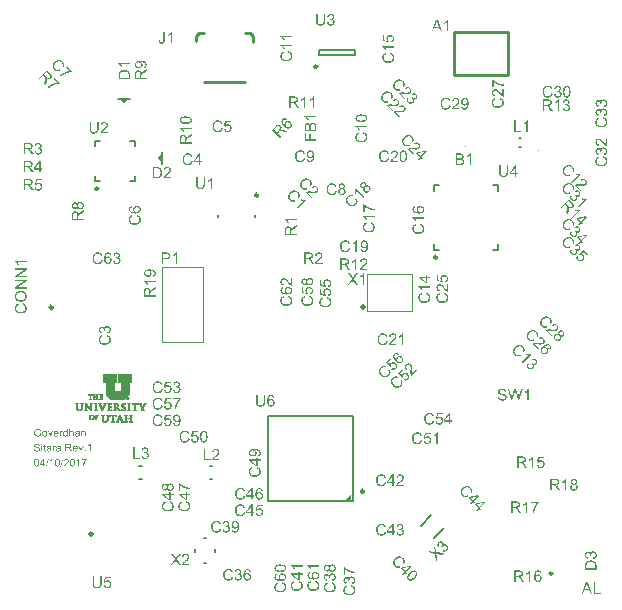
<source format=gto>
G04 Layer_Color=65535*
%FSLAX25Y25*%
%MOIN*%
G70*
G01*
G75*
%ADD56C,0.00600*%
%ADD60C,0.01000*%
%ADD65C,0.01969*%
%ADD73C,0.00984*%
%ADD74C,0.00394*%
%ADD75C,0.00100*%
%ADD76C,0.00098*%
%ADD77C,0.00787*%
%ADD78C,0.00591*%
G36*
X135019Y155537D02*
X135026D01*
X135037Y155533D01*
X135061Y155530D01*
X135093Y155526D01*
X135132Y155516D01*
X135178Y155505D01*
X135228Y155491D01*
X135288Y155473D01*
X135348Y155448D01*
X135411Y155420D01*
X135479Y155388D01*
X135549Y155346D01*
X135620Y155304D01*
X135694Y155251D01*
X135765Y155187D01*
X135839Y155120D01*
X135843Y155116D01*
X135857Y155102D01*
X135878Y155081D01*
X135899Y155052D01*
X135931Y155014D01*
X135967Y154971D01*
X136002Y154922D01*
X136037Y154865D01*
X136111Y154741D01*
X136143Y154674D01*
X136175Y154600D01*
X136203Y154522D01*
X136221Y154441D01*
X136235Y154363D01*
X136242Y154278D01*
Y154271D01*
Y154257D01*
Y154236D01*
X136239Y154204D01*
X136235Y154165D01*
X136232Y154119D01*
X136221Y154073D01*
X136210Y154013D01*
X136196Y153956D01*
X136172Y153896D01*
X136118Y153765D01*
X136083Y153702D01*
X136041Y153638D01*
X135991Y153575D01*
X135935Y153511D01*
X135928Y153504D01*
X135906Y153483D01*
X135871Y153454D01*
X135825Y153416D01*
X135768Y153380D01*
X135701Y153334D01*
X135627Y153295D01*
X135546Y153256D01*
X135535Y153253D01*
X135503Y153242D01*
X135457Y153225D01*
X135394Y153210D01*
X135312Y153193D01*
X135217Y153175D01*
X135107Y153157D01*
X134991Y153147D01*
X134987Y153143D01*
X134976Y153147D01*
X134955D01*
X134931Y153143D01*
X134803D01*
X134743Y153147D01*
X134680D01*
X134605Y153150D01*
X134520D01*
X134432Y153154D01*
X134333Y153161D01*
X134234Y153168D01*
X134117Y153179D01*
X133997Y153186D01*
X133990D01*
X133973Y153189D01*
X133944D01*
X133909Y153196D01*
X133866D01*
X133813Y153200D01*
X133700Y153207D01*
X133577Y153217D01*
X133456Y153225D01*
X133403Y153228D01*
X133241D01*
X133209Y153225D01*
X133163Y153221D01*
X133117Y153217D01*
X133060Y153210D01*
X132951Y153193D01*
X134287Y151856D01*
X133965Y151535D01*
X132166Y153334D01*
X132173Y153341D01*
X132187Y153355D01*
X132208Y153377D01*
X132244Y153405D01*
X132282Y153437D01*
X132328Y153469D01*
X132378Y153497D01*
X132434Y153525D01*
X132438Y153529D01*
X132445D01*
X132459Y153536D01*
X132481Y153543D01*
X132530Y153564D01*
X132601Y153585D01*
X132689Y153610D01*
X132784Y153635D01*
X132894Y153652D01*
X133014Y153667D01*
X133050D01*
X133074Y153670D01*
X133149Y153674D01*
X133368D01*
X133513Y153670D01*
X133679Y153659D01*
X133866Y153642D01*
X133902D01*
X133944Y153635D01*
X133997Y153631D01*
X134064Y153628D01*
X134142Y153621D01*
X134227Y153613D01*
X134315Y153610D01*
X134506Y153603D01*
X134701Y153599D01*
X134796Y153603D01*
X134885Y153606D01*
X134966Y153610D01*
X135040Y153621D01*
X135047D01*
X135058Y153624D01*
X135075Y153628D01*
X135100Y153631D01*
X135132Y153642D01*
X135168Y153649D01*
X135252Y153670D01*
X135341Y153702D01*
X135433Y153744D01*
X135524Y153801D01*
X135567Y153829D01*
X135602Y153865D01*
X135606Y153868D01*
X135613Y153875D01*
X135620Y153882D01*
X135631Y153900D01*
X135666Y153942D01*
X135701Y153999D01*
X135737Y154070D01*
X135765Y154147D01*
X135786Y154239D01*
X135790Y154342D01*
Y154356D01*
X135786Y154388D01*
X135776Y154441D01*
X135761Y154511D01*
X135733Y154589D01*
X135691Y154674D01*
X135631Y154763D01*
X135556Y154851D01*
X135553Y154855D01*
X135546Y154862D01*
X135532Y154876D01*
X135514Y154886D01*
X135493Y154908D01*
X135465Y154929D01*
X135401Y154971D01*
X135323Y155014D01*
X135231Y155056D01*
X135132Y155084D01*
X135026Y155091D01*
X135012D01*
X134980Y155088D01*
X134920Y155077D01*
X134853Y155060D01*
X134764Y155028D01*
X134672Y154985D01*
X134581Y154922D01*
X134482Y154837D01*
X134174Y155215D01*
X134177Y155219D01*
X134195Y155229D01*
X134213Y155247D01*
X134245Y155272D01*
X134284Y155296D01*
X134326Y155325D01*
X134379Y155357D01*
X134436Y155385D01*
X134563Y155448D01*
X134634Y155477D01*
X134704Y155498D01*
X134782Y155519D01*
X134860Y155533D01*
X134938Y155540D01*
X135019Y155537D01*
D02*
G37*
G36*
X138445Y152493D02*
X136684Y150732D01*
X137052Y150364D01*
X136744Y150057D01*
X136377Y150425D01*
X135726Y149774D01*
X135394Y150106D01*
X136044Y150757D01*
X134863Y151938D01*
X135171Y152245D01*
X138173Y152765D01*
X138445Y152493D01*
D02*
G37*
G36*
X132378Y158029D02*
X132548Y158015D01*
X132636Y157998D01*
X132721Y157976D01*
X132728D01*
X132742Y157969D01*
X132767Y157959D01*
X132799Y157948D01*
X132841Y157934D01*
X132887Y157916D01*
X132940Y157891D01*
X133000Y157867D01*
X133064Y157831D01*
X133127Y157796D01*
X133269Y157711D01*
X133410Y157605D01*
X133481Y157549D01*
X133548Y157481D01*
X133552Y157478D01*
X133566Y157464D01*
X133587Y157442D01*
X133612Y157411D01*
X133644Y157372D01*
X133683Y157326D01*
X133721Y157273D01*
X133764Y157216D01*
X133845Y157085D01*
X133884Y157011D01*
X133923Y156930D01*
X133955Y156849D01*
X133987Y156767D01*
X134008Y156675D01*
X134026Y156587D01*
Y156580D01*
Y156566D01*
X134032Y156537D01*
Y156502D01*
Y156460D01*
X134036Y156407D01*
X134032Y156346D01*
X134029Y156279D01*
X134022Y156209D01*
X134011Y156134D01*
X133994Y156053D01*
X133976Y155972D01*
X133951Y155883D01*
X133919Y155795D01*
X133880Y155700D01*
X133835Y155611D01*
X133396Y155880D01*
X133400Y155883D01*
X133407Y155897D01*
X133414Y155919D01*
X133428Y155947D01*
X133442Y155982D01*
X133460Y156021D01*
X133492Y156117D01*
X133523Y156226D01*
X133548Y156343D01*
X133559Y156467D01*
X133555Y156527D01*
X133552Y156587D01*
X133548Y156590D01*
X133552Y156601D01*
X133548Y156619D01*
X133541Y156640D01*
X133534Y156668D01*
X133523Y156700D01*
X133499Y156781D01*
X133456Y156873D01*
X133400Y156972D01*
X133326Y157075D01*
X133233Y157181D01*
X133230Y157184D01*
X133219Y157195D01*
X133202Y157213D01*
X133177Y157230D01*
X133152Y157255D01*
X133117Y157283D01*
X133074Y157312D01*
X133032Y157347D01*
X132933Y157411D01*
X132816Y157471D01*
X132689Y157520D01*
X132625Y157542D01*
X132555Y157556D01*
X132551Y157559D01*
X132537D01*
X132519Y157563D01*
X132491D01*
X132424Y157566D01*
X132335Y157563D01*
X132229Y157556D01*
X132109Y157534D01*
X131985Y157503D01*
X131858Y157446D01*
X131855Y157442D01*
X131844Y157439D01*
X131826Y157428D01*
X131802Y157418D01*
X131770Y157400D01*
X131735Y157379D01*
X131696Y157354D01*
X131657Y157329D01*
X131561Y157262D01*
X131459Y157188D01*
X131353Y157103D01*
X131250Y157008D01*
X131247Y157004D01*
X131236Y156993D01*
X131218Y156976D01*
X131193Y156951D01*
X131165Y156916D01*
X131133Y156877D01*
X131095Y156838D01*
X131059Y156788D01*
X130974Y156682D01*
X130893Y156566D01*
X130812Y156435D01*
X130745Y156304D01*
X130741Y156300D01*
X130737Y156290D01*
X130730Y156269D01*
X130723Y156240D01*
X130713Y156209D01*
X130699Y156173D01*
X130677Y156081D01*
X130660Y155972D01*
X130649Y155855D01*
X130653Y155731D01*
X130674Y155604D01*
X130677Y155601D01*
Y155586D01*
X130684Y155572D01*
X130692Y155544D01*
X130702Y155519D01*
X130716Y155484D01*
X130748Y155403D01*
X130794Y155307D01*
X130854Y155212D01*
X130925Y155113D01*
X131010Y155014D01*
X131013Y155010D01*
X131024Y154999D01*
X131038Y154985D01*
X131063Y154968D01*
X131095Y154943D01*
X131126Y154918D01*
X131165Y154886D01*
X131208Y154858D01*
X131310Y154798D01*
X131427Y154745D01*
X131491Y154717D01*
X131558Y154699D01*
X131625Y154681D01*
X131696Y154674D01*
X131703D01*
X131713Y154671D01*
X131763D01*
X131795Y154674D01*
X131841Y154678D01*
X131886Y154681D01*
X131939Y154692D01*
X131996Y154699D01*
X132060Y154713D01*
X132123Y154734D01*
X132194Y154755D01*
X132268Y154787D01*
X132343Y154819D01*
X132417Y154858D01*
X132498Y154904D01*
X132767Y154451D01*
X132763Y154448D01*
X132742Y154441D01*
X132710Y154423D01*
X132671Y154398D01*
X132622Y154377D01*
X132562Y154352D01*
X132498Y154324D01*
X132420Y154296D01*
X132343Y154268D01*
X132254Y154243D01*
X132169Y154222D01*
X132074Y154204D01*
X131978Y154186D01*
X131879Y154179D01*
X131780D01*
X131681Y154186D01*
X131674D01*
X131657Y154190D01*
X131632Y154193D01*
X131593Y154204D01*
X131547Y154215D01*
X131491Y154229D01*
X131434Y154250D01*
X131370Y154271D01*
X131292Y154299D01*
X131222Y154335D01*
X131140Y154374D01*
X131059Y154420D01*
X130978Y154473D01*
X130896Y154533D01*
X130815Y154600D01*
X130734Y154674D01*
X130730Y154678D01*
X130716Y154692D01*
X130692Y154717D01*
X130663Y154752D01*
X130631Y154791D01*
X130589Y154840D01*
X130546Y154890D01*
X130501Y154950D01*
X130409Y155084D01*
X130320Y155236D01*
X130281Y155318D01*
X130246Y155403D01*
X130214Y155484D01*
X130193Y155569D01*
Y155576D01*
X130189Y155586D01*
X130186Y155611D01*
X130182Y155650D01*
X130179Y155689D01*
X130172Y155738D01*
Y155795D01*
Y155859D01*
X130168Y155926D01*
X130175Y155997D01*
X130182Y156074D01*
X130196Y156159D01*
X130211Y156244D01*
X130232Y156329D01*
X130260Y156421D01*
X130292Y156509D01*
X130296Y156513D01*
X130299Y156530D01*
X130313Y156559D01*
X130331Y156590D01*
X130352Y156633D01*
X130373Y156682D01*
X130405Y156735D01*
X130440Y156799D01*
X130479Y156866D01*
X130525Y156933D01*
X130571Y157008D01*
X130621Y157078D01*
X130745Y157230D01*
X130879Y157379D01*
X130882Y157382D01*
X130896Y157396D01*
X130921Y157421D01*
X130953Y157446D01*
X130992Y157485D01*
X131038Y157524D01*
X131091Y157563D01*
X131151Y157609D01*
X131215Y157658D01*
X131285Y157708D01*
X131438Y157803D01*
X131600Y157888D01*
X131688Y157927D01*
X131777Y157959D01*
X131784D01*
X131798Y157966D01*
X131826Y157973D01*
X131862Y157980D01*
X131901Y157991D01*
X131954Y158001D01*
X132010Y158008D01*
X132077Y158019D01*
X132219Y158033D01*
X132378Y158029D01*
D02*
G37*
G36*
X145500Y105770D02*
X145440D01*
X145395Y105775D01*
X145345Y105780D01*
X145290Y105790D01*
X145235Y105805D01*
X145175Y105825D01*
X145170D01*
X145165Y105830D01*
X145150Y105835D01*
X145130Y105845D01*
X145080Y105865D01*
X145015Y105900D01*
X144935Y105945D01*
X144850Y105995D01*
X144760Y106060D01*
X144665Y106135D01*
X144660Y106140D01*
X144655Y106145D01*
X144640Y106160D01*
X144620Y106175D01*
X144565Y106225D01*
X144495Y106295D01*
X144410Y106380D01*
X144310Y106485D01*
X144200Y106610D01*
X144080Y106755D01*
X144075Y106760D01*
X144055Y106780D01*
X144030Y106815D01*
X143995Y106855D01*
X143950Y106905D01*
X143900Y106965D01*
X143845Y107030D01*
X143785Y107095D01*
X143655Y107235D01*
X143520Y107375D01*
X143450Y107440D01*
X143385Y107500D01*
X143325Y107555D01*
X143265Y107600D01*
X143260Y107605D01*
X143250Y107610D01*
X143235Y107620D01*
X143215Y107635D01*
X143185Y107650D01*
X143155Y107670D01*
X143080Y107715D01*
X142995Y107755D01*
X142900Y107790D01*
X142795Y107815D01*
X142745Y107825D01*
X142670D01*
X142650Y107820D01*
X142595Y107815D01*
X142530Y107800D01*
X142455Y107775D01*
X142380Y107740D01*
X142300Y107690D01*
X142225Y107620D01*
X142215Y107610D01*
X142195Y107585D01*
X142165Y107540D01*
X142125Y107480D01*
X142090Y107405D01*
X142060Y107315D01*
X142040Y107210D01*
X142030Y107095D01*
Y107090D01*
Y107080D01*
Y107060D01*
X142035Y107040D01*
Y107010D01*
X142040Y106975D01*
X142055Y106900D01*
X142080Y106815D01*
X142115Y106720D01*
X142165Y106630D01*
X142235Y106550D01*
X142245Y106540D01*
X142270Y106520D01*
X142320Y106485D01*
X142380Y106450D01*
X142465Y106410D01*
X142560Y106375D01*
X142670Y106355D01*
X142800Y106345D01*
X142750Y105860D01*
X142745D01*
X142725Y105865D01*
X142700D01*
X142660Y105870D01*
X142615Y105880D01*
X142565Y105890D01*
X142505Y105905D01*
X142445Y105925D01*
X142310Y105970D01*
X142240Y106000D01*
X142175Y106035D01*
X142105Y106075D01*
X142040Y106120D01*
X141980Y106170D01*
X141925Y106230D01*
X141920Y106235D01*
X141915Y106245D01*
X141900Y106265D01*
X141880Y106290D01*
X141860Y106325D01*
X141835Y106365D01*
X141810Y106410D01*
X141780Y106465D01*
X141755Y106525D01*
X141730Y106590D01*
X141705Y106660D01*
X141685Y106740D01*
X141665Y106820D01*
X141650Y106910D01*
X141645Y107005D01*
X141640Y107105D01*
Y107110D01*
Y107130D01*
Y107160D01*
X141645Y107195D01*
X141650Y107245D01*
X141655Y107300D01*
X141665Y107360D01*
X141680Y107425D01*
X141715Y107565D01*
X141740Y107635D01*
X141770Y107710D01*
X141805Y107785D01*
X141850Y107855D01*
X141895Y107920D01*
X141950Y107985D01*
X141955Y107990D01*
X141965Y108000D01*
X141980Y108015D01*
X142005Y108035D01*
X142035Y108060D01*
X142070Y108090D01*
X142110Y108115D01*
X142160Y108150D01*
X142210Y108180D01*
X142270Y108205D01*
X142400Y108260D01*
X142470Y108280D01*
X142545Y108295D01*
X142625Y108305D01*
X142710Y108310D01*
X142750D01*
X142795Y108305D01*
X142855Y108300D01*
X142920Y108285D01*
X143000Y108270D01*
X143080Y108245D01*
X143165Y108215D01*
X143175Y108210D01*
X143205Y108195D01*
X143250Y108175D01*
X143305Y108140D01*
X143375Y108095D01*
X143455Y108040D01*
X143545Y107975D01*
X143635Y107900D01*
X143640D01*
X143645Y107890D01*
X143660Y107875D01*
X143680Y107860D01*
X143705Y107835D01*
X143735Y107805D01*
X143770Y107770D01*
X143810Y107725D01*
X143855Y107680D01*
X143905Y107625D01*
X143965Y107565D01*
X144025Y107500D01*
X144090Y107425D01*
X144155Y107350D01*
X144230Y107260D01*
X144310Y107170D01*
X144315Y107165D01*
X144325Y107150D01*
X144345Y107130D01*
X144365Y107100D01*
X144395Y107070D01*
X144430Y107030D01*
X144505Y106945D01*
X144585Y106850D01*
X144665Y106760D01*
X144700Y106720D01*
X144735Y106685D01*
X144770Y106650D01*
X144795Y106625D01*
X144800Y106620D01*
X144815Y106605D01*
X144840Y106585D01*
X144875Y106555D01*
X144910Y106525D01*
X144955Y106490D01*
X145045Y106425D01*
Y108315D01*
X145500D01*
Y105770D01*
D02*
G37*
G36*
X144310Y105395D02*
X144345Y105385D01*
X144390Y105375D01*
X144440Y105355D01*
X144500Y105330D01*
X144565Y105305D01*
X144640Y105270D01*
X144715Y105235D01*
X144795Y105190D01*
X144870Y105145D01*
X144950Y105090D01*
X145030Y105035D01*
X145105Y104970D01*
X145175Y104900D01*
X145240Y104825D01*
X145245Y104820D01*
X145255Y104805D01*
X145270Y104785D01*
X145290Y104750D01*
X145315Y104710D01*
X145345Y104660D01*
X145370Y104605D01*
X145400Y104545D01*
X145435Y104470D01*
X145460Y104395D01*
X145490Y104310D01*
X145515Y104220D01*
X145535Y104125D01*
X145550Y104025D01*
X145560Y103920D01*
X145565Y103810D01*
Y103805D01*
Y103785D01*
Y103750D01*
X145560Y103705D01*
X145555Y103655D01*
X145550Y103590D01*
X145545Y103525D01*
X145535Y103450D01*
X145505Y103290D01*
X145460Y103120D01*
X145430Y103035D01*
X145395Y102950D01*
X145360Y102870D01*
X145315Y102795D01*
X145310Y102790D01*
X145305Y102780D01*
X145290Y102760D01*
X145265Y102730D01*
X145240Y102700D01*
X145210Y102660D01*
X145170Y102620D01*
X145125Y102575D01*
X145080Y102525D01*
X145025Y102480D01*
X144965Y102430D01*
X144895Y102380D01*
X144825Y102330D01*
X144750Y102285D01*
X144665Y102240D01*
X144580Y102200D01*
X144575D01*
X144560Y102190D01*
X144530Y102180D01*
X144495Y102170D01*
X144450Y102155D01*
X144400Y102135D01*
X144340Y102120D01*
X144270Y102100D01*
X144195Y102080D01*
X144115Y102065D01*
X144030Y102045D01*
X143945Y102030D01*
X143750Y102010D01*
X143550Y102000D01*
X143490D01*
X143450Y102005D01*
X143395D01*
X143335Y102010D01*
X143270Y102020D01*
X143195Y102030D01*
X143115Y102040D01*
X143030Y102055D01*
X142855Y102095D01*
X142680Y102150D01*
X142590Y102185D01*
X142505Y102225D01*
X142500Y102230D01*
X142485Y102235D01*
X142460Y102250D01*
X142430Y102270D01*
X142395Y102290D01*
X142350Y102320D01*
X142305Y102355D01*
X142250Y102395D01*
X142140Y102485D01*
X142030Y102600D01*
X141920Y102730D01*
X141870Y102805D01*
X141825Y102880D01*
X141820Y102885D01*
X141815Y102900D01*
X141805Y102925D01*
X141790Y102955D01*
X141770Y102995D01*
X141750Y103040D01*
X141730Y103095D01*
X141705Y103155D01*
X141685Y103225D01*
X141665Y103295D01*
X141625Y103455D01*
X141600Y103630D01*
X141590Y103720D01*
Y103815D01*
Y103820D01*
Y103840D01*
Y103870D01*
X141595Y103910D01*
X141600Y103960D01*
X141605Y104020D01*
X141615Y104085D01*
X141625Y104155D01*
X141660Y104305D01*
X141685Y104385D01*
X141715Y104470D01*
X141750Y104550D01*
X141785Y104630D01*
X141835Y104710D01*
X141885Y104785D01*
X141890Y104790D01*
X141900Y104800D01*
X141915Y104825D01*
X141940Y104850D01*
X141970Y104880D01*
X142005Y104920D01*
X142050Y104960D01*
X142100Y105005D01*
X142155Y105050D01*
X142215Y105095D01*
X142285Y105140D01*
X142355Y105185D01*
X142435Y105230D01*
X142520Y105270D01*
X142615Y105310D01*
X142710Y105340D01*
X142830Y104840D01*
X142825D01*
X142810Y104835D01*
X142790Y104825D01*
X142760Y104815D01*
X142725Y104800D01*
X142685Y104785D01*
X142595Y104740D01*
X142495Y104685D01*
X142395Y104620D01*
X142300Y104540D01*
X142260Y104495D01*
X142220Y104450D01*
Y104445D01*
X142210Y104440D01*
X142200Y104425D01*
X142190Y104405D01*
X142175Y104380D01*
X142160Y104350D01*
X142120Y104275D01*
X142085Y104180D01*
X142055Y104070D01*
X142035Y103945D01*
X142025Y103805D01*
Y103800D01*
Y103785D01*
Y103760D01*
X142030Y103730D01*
Y103695D01*
X142035Y103650D01*
X142045Y103600D01*
X142050Y103545D01*
X142075Y103430D01*
X142115Y103305D01*
X142170Y103180D01*
X142200Y103120D01*
X142240Y103060D01*
Y103055D01*
X142250Y103045D01*
X142260Y103030D01*
X142280Y103010D01*
X142325Y102960D01*
X142390Y102900D01*
X142470Y102830D01*
X142570Y102760D01*
X142680Y102695D01*
X142810Y102645D01*
X142815D01*
X142825Y102640D01*
X142845Y102635D01*
X142870Y102625D01*
X142905Y102615D01*
X142945Y102605D01*
X142990Y102595D01*
X143035Y102585D01*
X143150Y102565D01*
X143275Y102545D01*
X143410Y102530D01*
X143550Y102525D01*
X143630D01*
X143675Y102530D01*
X143725Y102535D01*
X143780D01*
X143840Y102545D01*
X143975Y102560D01*
X144115Y102585D01*
X144265Y102620D01*
X144405Y102665D01*
X144410D01*
X144420Y102670D01*
X144440Y102680D01*
X144465Y102695D01*
X144495Y102710D01*
X144530Y102725D01*
X144610Y102775D01*
X144700Y102840D01*
X144790Y102915D01*
X144875Y103005D01*
X144950Y103110D01*
Y103115D01*
X144960Y103125D01*
X144965Y103140D01*
X144980Y103165D01*
X144990Y103190D01*
X145005Y103225D01*
X145040Y103305D01*
X145075Y103405D01*
X145100Y103515D01*
X145120Y103635D01*
X145130Y103765D01*
Y103770D01*
Y103785D01*
Y103805D01*
X145125Y103835D01*
X145120Y103875D01*
X145115Y103915D01*
X145110Y103965D01*
X145100Y104015D01*
X145070Y104130D01*
X145025Y104250D01*
X145000Y104315D01*
X144965Y104375D01*
X144930Y104435D01*
X144885Y104490D01*
X144880Y104495D01*
X144875Y104505D01*
X144860Y104520D01*
X144840Y104540D01*
X144815Y104560D01*
X144780Y104590D01*
X144745Y104620D01*
X144700Y104650D01*
X144655Y104685D01*
X144600Y104720D01*
X144540Y104750D01*
X144475Y104785D01*
X144400Y104815D01*
X144325Y104845D01*
X144245Y104870D01*
X144155Y104895D01*
X144285Y105405D01*
X144290D01*
X144310Y105395D01*
D02*
G37*
G36*
X129378Y176529D02*
X129548Y176515D01*
X129636Y176498D01*
X129721Y176476D01*
X129728D01*
X129742Y176469D01*
X129767Y176459D01*
X129799Y176448D01*
X129841Y176434D01*
X129887Y176416D01*
X129940Y176391D01*
X130000Y176367D01*
X130064Y176331D01*
X130128Y176296D01*
X130269Y176211D01*
X130410Y176105D01*
X130481Y176049D01*
X130548Y175981D01*
X130552Y175978D01*
X130566Y175964D01*
X130587Y175943D01*
X130612Y175911D01*
X130644Y175872D01*
X130683Y175826D01*
X130721Y175773D01*
X130764Y175716D01*
X130845Y175585D01*
X130884Y175511D01*
X130923Y175430D01*
X130955Y175348D01*
X130987Y175267D01*
X131008Y175175D01*
X131026Y175087D01*
Y175080D01*
Y175066D01*
X131033Y175037D01*
Y175002D01*
Y174960D01*
X131036Y174907D01*
X131033Y174846D01*
X131029Y174779D01*
X131022Y174709D01*
X131011Y174634D01*
X130994Y174553D01*
X130976Y174472D01*
X130951Y174383D01*
X130919Y174295D01*
X130880Y174199D01*
X130835Y174111D01*
X130396Y174380D01*
X130400Y174383D01*
X130407Y174398D01*
X130414Y174419D01*
X130428Y174447D01*
X130442Y174482D01*
X130460Y174521D01*
X130492Y174617D01*
X130523Y174726D01*
X130548Y174843D01*
X130559Y174967D01*
X130555Y175027D01*
X130552Y175087D01*
X130548Y175090D01*
X130552Y175101D01*
X130548Y175119D01*
X130541Y175140D01*
X130534Y175168D01*
X130523Y175200D01*
X130499Y175281D01*
X130456Y175373D01*
X130400Y175472D01*
X130325Y175575D01*
X130234Y175681D01*
X130230Y175684D01*
X130219Y175695D01*
X130202Y175713D01*
X130177Y175730D01*
X130152Y175755D01*
X130117Y175783D01*
X130074Y175812D01*
X130032Y175847D01*
X129933Y175911D01*
X129816Y175971D01*
X129689Y176020D01*
X129625Y176041D01*
X129555Y176056D01*
X129551Y176059D01*
X129537D01*
X129519Y176063D01*
X129491D01*
X129424Y176066D01*
X129335Y176063D01*
X129229Y176056D01*
X129109Y176034D01*
X128986Y176003D01*
X128858Y175946D01*
X128855Y175943D01*
X128844Y175939D01*
X128826Y175928D01*
X128802Y175918D01*
X128770Y175900D01*
X128735Y175879D01*
X128696Y175854D01*
X128657Y175829D01*
X128561Y175762D01*
X128459Y175688D01*
X128353Y175603D01*
X128250Y175508D01*
X128247Y175504D01*
X128236Y175494D01*
X128218Y175476D01*
X128193Y175451D01*
X128165Y175416D01*
X128133Y175377D01*
X128094Y175338D01*
X128059Y175288D01*
X127974Y175182D01*
X127893Y175066D01*
X127812Y174935D01*
X127744Y174804D01*
X127741Y174801D01*
X127737Y174790D01*
X127730Y174769D01*
X127723Y174740D01*
X127713Y174709D01*
X127699Y174673D01*
X127677Y174581D01*
X127660Y174472D01*
X127649Y174355D01*
X127653Y174231D01*
X127674Y174104D01*
X127677Y174100D01*
Y174086D01*
X127684Y174072D01*
X127691Y174044D01*
X127702Y174019D01*
X127716Y173984D01*
X127748Y173902D01*
X127794Y173807D01*
X127854Y173712D01*
X127925Y173613D01*
X128010Y173514D01*
X128013Y173510D01*
X128024Y173499D01*
X128038Y173485D01*
X128063Y173468D01*
X128094Y173443D01*
X128126Y173418D01*
X128165Y173386D01*
X128208Y173358D01*
X128310Y173298D01*
X128427Y173245D01*
X128490Y173217D01*
X128558Y173199D01*
X128625Y173181D01*
X128696Y173174D01*
X128703D01*
X128713Y173171D01*
X128763D01*
X128795Y173174D01*
X128840Y173178D01*
X128886Y173181D01*
X128939Y173192D01*
X128996Y173199D01*
X129060Y173213D01*
X129123Y173234D01*
X129194Y173256D01*
X129268Y173287D01*
X129343Y173319D01*
X129417Y173358D01*
X129498Y173404D01*
X129767Y172951D01*
X129763Y172948D01*
X129742Y172941D01*
X129710Y172923D01*
X129671Y172898D01*
X129622Y172877D01*
X129562Y172852D01*
X129498Y172824D01*
X129420Y172796D01*
X129343Y172768D01*
X129254Y172743D01*
X129169Y172722D01*
X129074Y172704D01*
X128978Y172686D01*
X128879Y172679D01*
X128780D01*
X128681Y172686D01*
X128674D01*
X128657Y172690D01*
X128632Y172693D01*
X128593Y172704D01*
X128547Y172715D01*
X128490Y172729D01*
X128434Y172750D01*
X128370Y172771D01*
X128293Y172799D01*
X128222Y172835D01*
X128140Y172874D01*
X128059Y172920D01*
X127978Y172973D01*
X127896Y173033D01*
X127815Y173100D01*
X127734Y173174D01*
X127730Y173178D01*
X127716Y173192D01*
X127691Y173217D01*
X127663Y173252D01*
X127631Y173291D01*
X127589Y173340D01*
X127547Y173390D01*
X127501Y173450D01*
X127409Y173584D01*
X127320Y173736D01*
X127281Y173818D01*
X127246Y173902D01*
X127214Y173984D01*
X127193Y174069D01*
Y174076D01*
X127189Y174086D01*
X127186Y174111D01*
X127182Y174150D01*
X127179Y174189D01*
X127172Y174238D01*
Y174295D01*
Y174359D01*
X127168Y174426D01*
X127175Y174496D01*
X127182Y174574D01*
X127197Y174659D01*
X127211Y174744D01*
X127232Y174829D01*
X127260Y174921D01*
X127292Y175009D01*
X127295Y175013D01*
X127299Y175030D01*
X127313Y175059D01*
X127331Y175090D01*
X127352Y175133D01*
X127373Y175182D01*
X127405Y175235D01*
X127441Y175299D01*
X127479Y175366D01*
X127525Y175433D01*
X127571Y175508D01*
X127621Y175578D01*
X127744Y175730D01*
X127879Y175879D01*
X127882Y175882D01*
X127896Y175897D01*
X127921Y175921D01*
X127953Y175946D01*
X127992Y175985D01*
X128038Y176024D01*
X128091Y176063D01*
X128151Y176109D01*
X128215Y176158D01*
X128285Y176208D01*
X128437Y176303D01*
X128600Y176388D01*
X128689Y176427D01*
X128777Y176459D01*
X128784D01*
X128798Y176466D01*
X128826Y176473D01*
X128862Y176480D01*
X128901Y176490D01*
X128954Y176501D01*
X129010Y176508D01*
X129077Y176519D01*
X129219Y176533D01*
X129378Y176529D01*
D02*
G37*
G36*
X128019Y170037D02*
X128026D01*
X128037Y170033D01*
X128061Y170030D01*
X128093Y170026D01*
X128132Y170016D01*
X128178Y170005D01*
X128228Y169991D01*
X128288Y169973D01*
X128348Y169948D01*
X128411Y169920D01*
X128479Y169888D01*
X128549Y169846D01*
X128620Y169804D01*
X128694Y169750D01*
X128765Y169687D01*
X128839Y169620D01*
X128843Y169616D01*
X128857Y169602D01*
X128878Y169581D01*
X128899Y169553D01*
X128931Y169514D01*
X128966Y169471D01*
X129002Y169422D01*
X129037Y169365D01*
X129111Y169241D01*
X129143Y169174D01*
X129175Y169100D01*
X129203Y169022D01*
X129221Y168941D01*
X129235Y168863D01*
X129242Y168778D01*
Y168771D01*
Y168757D01*
Y168736D01*
X129239Y168704D01*
X129235Y168665D01*
X129232Y168619D01*
X129221Y168573D01*
X129210Y168513D01*
X129196Y168456D01*
X129172Y168396D01*
X129119Y168265D01*
X129083Y168202D01*
X129041Y168138D01*
X128991Y168075D01*
X128935Y168011D01*
X128928Y168004D01*
X128906Y167983D01*
X128871Y167954D01*
X128825Y167915D01*
X128769Y167880D01*
X128701Y167834D01*
X128627Y167795D01*
X128546Y167756D01*
X128535Y167753D01*
X128503Y167742D01*
X128457Y167725D01*
X128394Y167710D01*
X128312Y167693D01*
X128217Y167675D01*
X128107Y167657D01*
X127991Y167647D01*
X127987Y167643D01*
X127977Y167647D01*
X127955D01*
X127931Y167643D01*
X127803D01*
X127743Y167647D01*
X127680D01*
X127605Y167650D01*
X127521D01*
X127432Y167654D01*
X127333Y167661D01*
X127234Y167668D01*
X127117Y167679D01*
X126997Y167686D01*
X126990D01*
X126972Y167689D01*
X126944D01*
X126909Y167696D01*
X126866D01*
X126813Y167700D01*
X126700Y167707D01*
X126576Y167718D01*
X126456Y167725D01*
X126403Y167728D01*
X126241D01*
X126209Y167725D01*
X126163Y167721D01*
X126117Y167718D01*
X126060Y167710D01*
X125951Y167693D01*
X127287Y166356D01*
X126965Y166035D01*
X125166Y167834D01*
X125173Y167841D01*
X125187Y167855D01*
X125208Y167877D01*
X125244Y167905D01*
X125283Y167937D01*
X125328Y167969D01*
X125378Y167997D01*
X125435Y168025D01*
X125438Y168029D01*
X125445D01*
X125459Y168036D01*
X125480Y168043D01*
X125530Y168064D01*
X125601Y168085D01*
X125689Y168110D01*
X125785Y168135D01*
X125894Y168152D01*
X126014Y168167D01*
X126050D01*
X126074Y168170D01*
X126149Y168174D01*
X126368D01*
X126513Y168170D01*
X126679Y168159D01*
X126866Y168142D01*
X126902D01*
X126944Y168135D01*
X126997Y168131D01*
X127064Y168128D01*
X127142Y168121D01*
X127227Y168114D01*
X127315Y168110D01*
X127506Y168103D01*
X127701Y168099D01*
X127796Y168103D01*
X127885Y168106D01*
X127966Y168110D01*
X128040Y168121D01*
X128047D01*
X128058Y168124D01*
X128076Y168128D01*
X128100Y168131D01*
X128132Y168142D01*
X128167Y168149D01*
X128252Y168170D01*
X128341Y168202D01*
X128433Y168244D01*
X128524Y168301D01*
X128567Y168329D01*
X128602Y168365D01*
X128606Y168368D01*
X128613Y168375D01*
X128620Y168382D01*
X128631Y168400D01*
X128666Y168442D01*
X128701Y168499D01*
X128737Y168570D01*
X128765Y168647D01*
X128786Y168739D01*
X128790Y168842D01*
Y168856D01*
X128786Y168888D01*
X128776Y168941D01*
X128761Y169011D01*
X128733Y169089D01*
X128691Y169174D01*
X128631Y169263D01*
X128556Y169351D01*
X128553Y169354D01*
X128546Y169362D01*
X128532Y169376D01*
X128514Y169386D01*
X128493Y169407D01*
X128464Y169429D01*
X128401Y169471D01*
X128323Y169514D01*
X128231Y169556D01*
X128132Y169584D01*
X128026Y169591D01*
X128012D01*
X127980Y169588D01*
X127920Y169577D01*
X127853Y169560D01*
X127764Y169528D01*
X127673Y169485D01*
X127581Y169422D01*
X127482Y169337D01*
X127174Y169715D01*
X127178Y169719D01*
X127195Y169729D01*
X127213Y169747D01*
X127245Y169772D01*
X127284Y169796D01*
X127326Y169825D01*
X127379Y169857D01*
X127436Y169885D01*
X127563Y169948D01*
X127634Y169977D01*
X127704Y169998D01*
X127782Y170019D01*
X127860Y170033D01*
X127938Y170040D01*
X128019Y170037D01*
D02*
G37*
G36*
X130130Y167926D02*
X130137D01*
X130147Y167923D01*
X130172Y167919D01*
X130204Y167915D01*
X130243Y167905D01*
X130289Y167894D01*
X130338Y167880D01*
X130398Y167862D01*
X130458Y167838D01*
X130522Y167809D01*
X130589Y167778D01*
X130660Y167735D01*
X130731Y167693D01*
X130805Y167640D01*
X130876Y167576D01*
X130950Y167509D01*
X130954Y167505D01*
X130968Y167491D01*
X130989Y167470D01*
X131010Y167442D01*
X131042Y167403D01*
X131077Y167360D01*
X131113Y167311D01*
X131148Y167254D01*
X131222Y167131D01*
X131254Y167063D01*
X131286Y166989D01*
X131314Y166911D01*
X131332Y166830D01*
X131346Y166752D01*
X131353Y166667D01*
Y166660D01*
Y166646D01*
Y166625D01*
X131349Y166593D01*
X131346Y166554D01*
X131342Y166508D01*
X131332Y166462D01*
X131321Y166402D01*
X131307Y166346D01*
X131282Y166286D01*
X131229Y166155D01*
X131194Y166091D01*
X131151Y166027D01*
X131102Y165964D01*
X131045Y165900D01*
X131038Y165893D01*
X131017Y165872D01*
X130982Y165844D01*
X130936Y165805D01*
X130879Y165770D01*
X130812Y165724D01*
X130738Y165685D01*
X130657Y165646D01*
X130646Y165642D01*
X130614Y165632D01*
X130568Y165614D01*
X130504Y165600D01*
X130423Y165582D01*
X130328Y165564D01*
X130218Y165547D01*
X130101Y165536D01*
X130098Y165533D01*
X130087Y165536D01*
X130066D01*
X130041Y165533D01*
X129914D01*
X129854Y165536D01*
X129790D01*
X129716Y165540D01*
X129631D01*
X129543Y165543D01*
X129444Y165550D01*
X129345Y165557D01*
X129228Y165568D01*
X129108Y165575D01*
X129101D01*
X129083Y165578D01*
X129055D01*
X129019Y165586D01*
X128977D01*
X128924Y165589D01*
X128811Y165596D01*
X128687Y165607D01*
X128567Y165614D01*
X128514Y165617D01*
X128351D01*
X128320Y165614D01*
X128273Y165610D01*
X128228Y165607D01*
X128171Y165600D01*
X128061Y165582D01*
X129398Y164246D01*
X129076Y163924D01*
X127277Y165724D01*
X127284Y165731D01*
X127298Y165745D01*
X127319Y165766D01*
X127354Y165794D01*
X127393Y165826D01*
X127439Y165858D01*
X127489Y165886D01*
X127545Y165914D01*
X127549Y165918D01*
X127556D01*
X127570Y165925D01*
X127591Y165932D01*
X127641Y165953D01*
X127711Y165974D01*
X127800Y165999D01*
X127895Y166024D01*
X128005Y166042D01*
X128125Y166056D01*
X128160D01*
X128185Y166059D01*
X128259Y166063D01*
X128479D01*
X128623Y166059D01*
X128790Y166049D01*
X128977Y166031D01*
X129012D01*
X129055Y166024D01*
X129108Y166021D01*
X129175Y166017D01*
X129253Y166010D01*
X129338Y166003D01*
X129426Y165999D01*
X129617Y165992D01*
X129812Y165989D01*
X129907Y165992D01*
X129995Y165996D01*
X130077Y165999D01*
X130151Y166010D01*
X130158D01*
X130169Y166013D01*
X130186Y166017D01*
X130211Y166021D01*
X130243Y166031D01*
X130278Y166038D01*
X130363Y166059D01*
X130451Y166091D01*
X130543Y166134D01*
X130635Y166190D01*
X130678Y166218D01*
X130713Y166254D01*
X130717Y166257D01*
X130724Y166264D01*
X130731Y166271D01*
X130741Y166289D01*
X130777Y166332D01*
X130812Y166388D01*
X130847Y166459D01*
X130876Y166537D01*
X130897Y166629D01*
X130900Y166731D01*
Y166745D01*
X130897Y166777D01*
X130886Y166830D01*
X130872Y166901D01*
X130844Y166979D01*
X130801Y167063D01*
X130741Y167152D01*
X130667Y167240D01*
X130664Y167244D01*
X130657Y167251D01*
X130642Y167265D01*
X130625Y167276D01*
X130603Y167297D01*
X130575Y167318D01*
X130511Y167360D01*
X130434Y167403D01*
X130342Y167445D01*
X130243Y167474D01*
X130137Y167481D01*
X130123D01*
X130091Y167477D01*
X130031Y167466D01*
X129964Y167449D01*
X129875Y167417D01*
X129783Y167375D01*
X129691Y167311D01*
X129592Y167226D01*
X129285Y167604D01*
X129288Y167608D01*
X129306Y167619D01*
X129324Y167636D01*
X129355Y167661D01*
X129394Y167686D01*
X129437Y167714D01*
X129490Y167746D01*
X129546Y167774D01*
X129674Y167838D01*
X129744Y167866D01*
X129815Y167887D01*
X129893Y167908D01*
X129971Y167923D01*
X130048Y167930D01*
X130130Y167926D01*
D02*
G37*
G36*
X125378Y172529D02*
X125548Y172515D01*
X125636Y172498D01*
X125721Y172476D01*
X125728D01*
X125742Y172469D01*
X125767Y172459D01*
X125799Y172448D01*
X125841Y172434D01*
X125887Y172416D01*
X125940Y172391D01*
X126000Y172367D01*
X126064Y172331D01*
X126128Y172296D01*
X126269Y172211D01*
X126410Y172105D01*
X126481Y172049D01*
X126548Y171981D01*
X126552Y171978D01*
X126566Y171964D01*
X126587Y171942D01*
X126612Y171911D01*
X126644Y171872D01*
X126682Y171826D01*
X126721Y171773D01*
X126764Y171716D01*
X126845Y171585D01*
X126884Y171511D01*
X126923Y171430D01*
X126955Y171349D01*
X126987Y171267D01*
X127008Y171175D01*
X127025Y171087D01*
Y171080D01*
Y171066D01*
X127032Y171037D01*
Y171002D01*
Y170960D01*
X127036Y170907D01*
X127032Y170846D01*
X127029Y170779D01*
X127022Y170709D01*
X127011Y170634D01*
X126994Y170553D01*
X126976Y170472D01*
X126951Y170383D01*
X126919Y170295D01*
X126881Y170200D01*
X126835Y170111D01*
X126396Y170380D01*
X126400Y170383D01*
X126407Y170397D01*
X126414Y170419D01*
X126428Y170447D01*
X126442Y170482D01*
X126460Y170521D01*
X126492Y170617D01*
X126523Y170726D01*
X126548Y170843D01*
X126559Y170967D01*
X126555Y171027D01*
X126552Y171087D01*
X126548Y171090D01*
X126552Y171101D01*
X126548Y171119D01*
X126541Y171140D01*
X126534Y171168D01*
X126523Y171200D01*
X126499Y171281D01*
X126456Y171373D01*
X126400Y171472D01*
X126326Y171575D01*
X126233Y171681D01*
X126230Y171684D01*
X126219Y171695D01*
X126202Y171713D01*
X126177Y171730D01*
X126152Y171755D01*
X126117Y171783D01*
X126074Y171812D01*
X126032Y171847D01*
X125933Y171911D01*
X125816Y171971D01*
X125689Y172020D01*
X125625Y172041D01*
X125555Y172056D01*
X125551Y172059D01*
X125537D01*
X125519Y172063D01*
X125491D01*
X125424Y172066D01*
X125336Y172063D01*
X125229Y172056D01*
X125109Y172034D01*
X124986Y172003D01*
X124858Y171946D01*
X124855Y171942D01*
X124844Y171939D01*
X124826Y171928D01*
X124802Y171918D01*
X124770Y171900D01*
X124734Y171879D01*
X124696Y171854D01*
X124657Y171829D01*
X124561Y171762D01*
X124459Y171688D01*
X124353Y171603D01*
X124250Y171508D01*
X124247Y171504D01*
X124236Y171493D01*
X124218Y171476D01*
X124194Y171451D01*
X124165Y171416D01*
X124133Y171377D01*
X124094Y171338D01*
X124059Y171288D01*
X123974Y171182D01*
X123893Y171066D01*
X123812Y170935D01*
X123744Y170804D01*
X123741Y170800D01*
X123737Y170790D01*
X123730Y170769D01*
X123723Y170740D01*
X123713Y170709D01*
X123699Y170673D01*
X123677Y170581D01*
X123660Y170472D01*
X123649Y170355D01*
X123653Y170231D01*
X123674Y170104D01*
X123677Y170100D01*
Y170086D01*
X123684Y170072D01*
X123691Y170044D01*
X123702Y170019D01*
X123716Y169984D01*
X123748Y169903D01*
X123794Y169807D01*
X123854Y169712D01*
X123925Y169613D01*
X124010Y169514D01*
X124013Y169510D01*
X124024Y169499D01*
X124038Y169485D01*
X124063Y169468D01*
X124094Y169443D01*
X124126Y169418D01*
X124165Y169386D01*
X124208Y169358D01*
X124310Y169298D01*
X124427Y169245D01*
X124490Y169217D01*
X124558Y169199D01*
X124625Y169181D01*
X124696Y169174D01*
X124703D01*
X124713Y169171D01*
X124763D01*
X124795Y169174D01*
X124840Y169178D01*
X124887Y169181D01*
X124940Y169192D01*
X124996Y169199D01*
X125060Y169213D01*
X125123Y169234D01*
X125194Y169255D01*
X125268Y169287D01*
X125343Y169319D01*
X125417Y169358D01*
X125498Y169404D01*
X125767Y168951D01*
X125763Y168948D01*
X125742Y168941D01*
X125710Y168923D01*
X125671Y168898D01*
X125622Y168877D01*
X125562Y168852D01*
X125498Y168824D01*
X125420Y168796D01*
X125343Y168768D01*
X125254Y168743D01*
X125169Y168722D01*
X125074Y168704D01*
X124978Y168686D01*
X124879Y168679D01*
X124780D01*
X124681Y168686D01*
X124674D01*
X124657Y168690D01*
X124632Y168693D01*
X124593Y168704D01*
X124547Y168715D01*
X124490Y168729D01*
X124434Y168750D01*
X124370Y168771D01*
X124293Y168799D01*
X124222Y168835D01*
X124141Y168874D01*
X124059Y168920D01*
X123978Y168973D01*
X123897Y169033D01*
X123815Y169100D01*
X123734Y169174D01*
X123730Y169178D01*
X123716Y169192D01*
X123691Y169217D01*
X123663Y169252D01*
X123631Y169291D01*
X123589Y169340D01*
X123547Y169390D01*
X123501Y169450D01*
X123409Y169584D01*
X123320Y169736D01*
X123281Y169818D01*
X123246Y169903D01*
X123214Y169984D01*
X123193Y170069D01*
Y170076D01*
X123189Y170086D01*
X123186Y170111D01*
X123182Y170150D01*
X123179Y170189D01*
X123172Y170238D01*
Y170295D01*
Y170359D01*
X123168Y170426D01*
X123175Y170496D01*
X123182Y170574D01*
X123196Y170659D01*
X123211Y170744D01*
X123232Y170829D01*
X123260Y170921D01*
X123292Y171009D01*
X123295Y171013D01*
X123299Y171030D01*
X123313Y171059D01*
X123331Y171090D01*
X123352Y171133D01*
X123373Y171182D01*
X123405Y171235D01*
X123441Y171299D01*
X123479Y171366D01*
X123525Y171433D01*
X123571Y171508D01*
X123621Y171578D01*
X123744Y171730D01*
X123879Y171879D01*
X123882Y171882D01*
X123897Y171897D01*
X123921Y171921D01*
X123953Y171946D01*
X123992Y171985D01*
X124038Y172024D01*
X124091Y172063D01*
X124151Y172109D01*
X124215Y172158D01*
X124285Y172208D01*
X124437Y172303D01*
X124600Y172388D01*
X124688Y172427D01*
X124777Y172459D01*
X124784D01*
X124798Y172466D01*
X124826Y172473D01*
X124862Y172480D01*
X124901Y172491D01*
X124954Y172501D01*
X125010Y172508D01*
X125077Y172519D01*
X125219Y172533D01*
X125378Y172529D01*
D02*
G37*
G36*
X132019Y174037D02*
X132026D01*
X132037Y174033D01*
X132061Y174030D01*
X132093Y174026D01*
X132132Y174016D01*
X132178Y174005D01*
X132228Y173991D01*
X132288Y173973D01*
X132348Y173949D01*
X132411Y173920D01*
X132479Y173888D01*
X132549Y173846D01*
X132620Y173803D01*
X132694Y173750D01*
X132765Y173687D01*
X132839Y173620D01*
X132843Y173616D01*
X132857Y173602D01*
X132878Y173581D01*
X132899Y173553D01*
X132931Y173514D01*
X132966Y173471D01*
X133002Y173422D01*
X133037Y173365D01*
X133111Y173241D01*
X133143Y173174D01*
X133175Y173100D01*
X133203Y173022D01*
X133221Y172941D01*
X133235Y172863D01*
X133242Y172778D01*
Y172771D01*
Y172757D01*
Y172736D01*
X133239Y172704D01*
X133235Y172665D01*
X133232Y172619D01*
X133221Y172573D01*
X133210Y172513D01*
X133196Y172457D01*
X133172Y172396D01*
X133118Y172266D01*
X133083Y172202D01*
X133041Y172138D01*
X132991Y172075D01*
X132935Y172011D01*
X132928Y172004D01*
X132906Y171983D01*
X132871Y171954D01*
X132825Y171915D01*
X132768Y171880D01*
X132701Y171834D01*
X132627Y171795D01*
X132546Y171756D01*
X132535Y171753D01*
X132503Y171742D01*
X132457Y171725D01*
X132394Y171711D01*
X132312Y171693D01*
X132217Y171675D01*
X132107Y171657D01*
X131991Y171647D01*
X131987Y171643D01*
X131976Y171647D01*
X131955D01*
X131931Y171643D01*
X131803D01*
X131743Y171647D01*
X131680D01*
X131605Y171650D01*
X131520D01*
X131432Y171654D01*
X131333Y171661D01*
X131234Y171668D01*
X131117Y171679D01*
X130997Y171686D01*
X130990D01*
X130973Y171689D01*
X130944D01*
X130909Y171696D01*
X130866D01*
X130813Y171700D01*
X130700Y171707D01*
X130577Y171718D01*
X130456Y171725D01*
X130403Y171728D01*
X130241D01*
X130209Y171725D01*
X130163Y171721D01*
X130117Y171718D01*
X130060Y171711D01*
X129951Y171693D01*
X131287Y170356D01*
X130965Y170035D01*
X129166Y171834D01*
X129173Y171841D01*
X129187Y171855D01*
X129208Y171877D01*
X129244Y171905D01*
X129282Y171937D01*
X129328Y171969D01*
X129378Y171997D01*
X129435Y172025D01*
X129438Y172029D01*
X129445D01*
X129459Y172036D01*
X129481Y172043D01*
X129530Y172064D01*
X129601Y172085D01*
X129689Y172110D01*
X129785Y172135D01*
X129894Y172152D01*
X130014Y172167D01*
X130050D01*
X130074Y172170D01*
X130149Y172174D01*
X130368D01*
X130513Y172170D01*
X130679Y172160D01*
X130866Y172142D01*
X130902D01*
X130944Y172135D01*
X130997Y172131D01*
X131064Y172128D01*
X131142Y172121D01*
X131227Y172114D01*
X131315Y172110D01*
X131506Y172103D01*
X131701Y172099D01*
X131796Y172103D01*
X131885Y172106D01*
X131966Y172110D01*
X132040Y172121D01*
X132047D01*
X132058Y172124D01*
X132076Y172128D01*
X132100Y172131D01*
X132132Y172142D01*
X132167Y172149D01*
X132252Y172170D01*
X132341Y172202D01*
X132433Y172244D01*
X132525Y172301D01*
X132567Y172329D01*
X132602Y172364D01*
X132606Y172368D01*
X132613Y172375D01*
X132620Y172382D01*
X132631Y172400D01*
X132666Y172442D01*
X132701Y172499D01*
X132737Y172570D01*
X132765Y172647D01*
X132786Y172739D01*
X132790Y172842D01*
Y172856D01*
X132786Y172888D01*
X132776Y172941D01*
X132761Y173012D01*
X132733Y173089D01*
X132691Y173174D01*
X132631Y173263D01*
X132556Y173351D01*
X132553Y173354D01*
X132546Y173362D01*
X132532Y173376D01*
X132514Y173386D01*
X132493Y173407D01*
X132465Y173429D01*
X132401Y173471D01*
X132323Y173514D01*
X132231Y173556D01*
X132132Y173584D01*
X132026Y173591D01*
X132012D01*
X131980Y173588D01*
X131920Y173577D01*
X131853Y173559D01*
X131764Y173528D01*
X131673Y173485D01*
X131581Y173422D01*
X131482Y173337D01*
X131174Y173715D01*
X131177Y173719D01*
X131195Y173729D01*
X131213Y173747D01*
X131245Y173772D01*
X131284Y173796D01*
X131326Y173825D01*
X131379Y173856D01*
X131436Y173885D01*
X131563Y173949D01*
X131634Y173977D01*
X131704Y173998D01*
X131782Y174019D01*
X131860Y174033D01*
X131938Y174040D01*
X132019Y174037D01*
D02*
G37*
G36*
X134176Y171908D02*
X134183D01*
X134193Y171905D01*
X134214D01*
X134243Y171898D01*
X134278Y171891D01*
X134321Y171884D01*
X134370Y171870D01*
X134420Y171855D01*
X134473Y171831D01*
X134529Y171809D01*
X134653Y171749D01*
X134780Y171665D01*
X134840Y171611D01*
X134904Y171555D01*
X134907Y171551D01*
X134915Y171544D01*
X134925Y171534D01*
X134943Y171516D01*
X134957Y171495D01*
X134982Y171470D01*
X135028Y171410D01*
X135077Y171332D01*
X135130Y171251D01*
X135176Y171155D01*
X135215Y171053D01*
X135219Y171049D01*
Y171042D01*
X135222Y171025D01*
X135229Y171003D01*
X135240Y170950D01*
X135254Y170880D01*
X135261Y170795D01*
X135265Y170699D01*
X135261Y170604D01*
X135240Y170505D01*
X135236Y170501D01*
Y170494D01*
X135229Y170459D01*
X135208Y170409D01*
X135187Y170346D01*
X135151Y170275D01*
X135109Y170197D01*
X135056Y170123D01*
X134992Y170052D01*
X134989Y170049D01*
X134985Y170045D01*
X134964Y170024D01*
X134925Y169992D01*
X134876Y169957D01*
X134812Y169922D01*
X134745Y169883D01*
X134664Y169851D01*
X134575Y169826D01*
X134565Y169823D01*
X134533Y169819D01*
X134487Y169815D01*
X134345D01*
X134257Y169826D01*
X134165Y169847D01*
X134066Y169876D01*
X134070Y169872D01*
X134073Y169861D01*
X134084Y169844D01*
X134094Y169826D01*
X134108Y169798D01*
X134123Y169762D01*
X134154Y169688D01*
X134183Y169596D01*
X134200Y169494D01*
X134214Y169380D01*
X134207Y169267D01*
X134204Y169264D01*
X134207Y169253D01*
X134204Y169236D01*
X134197Y169214D01*
X134190Y169186D01*
X134183Y169158D01*
X134154Y169080D01*
X134116Y168992D01*
X134063Y168896D01*
X133995Y168801D01*
X133907Y168698D01*
X133903Y168695D01*
X133893Y168684D01*
X133872Y168663D01*
X133843Y168642D01*
X133808Y168613D01*
X133765Y168585D01*
X133720Y168553D01*
X133667Y168521D01*
X133606Y168490D01*
X133539Y168458D01*
X133468Y168430D01*
X133391Y168401D01*
X133309Y168384D01*
X133221Y168366D01*
X133133Y168355D01*
X133019D01*
X132995Y168359D01*
X132956Y168362D01*
X132913Y168369D01*
X132860Y168380D01*
X132804Y168394D01*
X132744Y168412D01*
X132673Y168433D01*
X132602Y168461D01*
X132528Y168493D01*
X132450Y168535D01*
X132372Y168578D01*
X132295Y168634D01*
X132220Y168695D01*
X132143Y168765D01*
X132139Y168769D01*
X132129Y168780D01*
X132107Y168801D01*
X132086Y168829D01*
X132061Y168861D01*
X132030Y168900D01*
X131994Y168949D01*
X131962Y169002D01*
X131895Y169119D01*
X131863Y169186D01*
X131832Y169253D01*
X131803Y169331D01*
X131782Y169409D01*
X131768Y169487D01*
X131761Y169571D01*
Y169579D01*
Y169593D01*
Y169614D01*
Y169649D01*
X131764Y169688D01*
X131768Y169734D01*
X131779Y169787D01*
X131786Y169844D01*
X131803Y169904D01*
X131821Y169971D01*
X131846Y170038D01*
X131874Y170109D01*
X131906Y170183D01*
X131945Y170250D01*
X131991Y170325D01*
X132047Y170395D01*
X132425Y170109D01*
X132422Y170105D01*
X132415Y170091D01*
X132404Y170073D01*
X132390Y170052D01*
X132372Y170020D01*
X132355Y169989D01*
X132312Y169904D01*
X132270Y169812D01*
X132238Y169709D01*
X132210Y169603D01*
X132203Y169554D01*
Y169504D01*
X132206Y169494D01*
X132210Y169462D01*
X132217Y169412D01*
X132238Y169349D01*
X132263Y169274D01*
X132302Y169200D01*
X132355Y169119D01*
X132419Y169041D01*
X132422Y169038D01*
X132429Y169030D01*
X132443Y169016D01*
X132461Y169006D01*
X132482Y168985D01*
X132510Y168963D01*
X132578Y168924D01*
X132659Y168878D01*
X132754Y168840D01*
X132864Y168815D01*
X132921Y168808D01*
X132981Y168804D01*
X132995D01*
X133012Y168808D01*
X133034D01*
X133097Y168815D01*
X133175Y168836D01*
X133260Y168864D01*
X133359Y168907D01*
X133454Y168967D01*
X133504Y169002D01*
X133546Y169045D01*
X133550Y169048D01*
X133557Y169055D01*
X133568Y169066D01*
X133582Y169087D01*
X133599Y169105D01*
X133621Y169133D01*
X133663Y169197D01*
X133705Y169274D01*
X133741Y169366D01*
X133762Y169465D01*
X133773Y169518D01*
Y169575D01*
Y169589D01*
X133769Y169628D01*
X133758Y169681D01*
X133744Y169752D01*
X133716Y169837D01*
X133674Y169922D01*
X133617Y170013D01*
X133539Y170105D01*
X133536Y170109D01*
X133522Y170123D01*
X133500Y170144D01*
X133472Y170165D01*
X133433Y170197D01*
X133384Y170233D01*
X133327Y170268D01*
X133267Y170307D01*
X133599Y170561D01*
X133606Y170554D01*
X133614Y170540D01*
X133628Y170519D01*
X133645Y170501D01*
X133649Y170498D01*
X133656Y170491D01*
X133667Y170480D01*
X133684Y170469D01*
X133730Y170431D01*
X133787Y170388D01*
X133861Y170342D01*
X133942Y170296D01*
X134038Y170257D01*
X134137Y170229D01*
X134140Y170226D01*
X134151Y170229D01*
X134186Y170222D01*
X134243D01*
X134310Y170226D01*
X134391Y170243D01*
X134476Y170279D01*
X134568Y170328D01*
X134610Y170363D01*
X134657Y170402D01*
X134660Y170406D01*
X134664Y170409D01*
X134685Y170438D01*
X134713Y170473D01*
X134748Y170522D01*
X134777Y170586D01*
X134805Y170657D01*
X134826Y170742D01*
X134830Y170830D01*
Y170844D01*
Y170872D01*
X134819Y170919D01*
X134809Y170979D01*
X134784Y171046D01*
X134748Y171124D01*
X134702Y171198D01*
X134635Y171272D01*
X134632Y171276D01*
X134628Y171279D01*
X134618Y171290D01*
X134600Y171300D01*
X134557Y171336D01*
X134504Y171375D01*
X134437Y171406D01*
X134360Y171442D01*
X134278Y171467D01*
X134183Y171477D01*
X134140D01*
X134091Y171470D01*
X134024Y171452D01*
X133946Y171431D01*
X133854Y171396D01*
X133758Y171343D01*
X133656Y171276D01*
X133384Y171668D01*
X133387Y171672D01*
X133401Y171679D01*
X133423Y171693D01*
X133454Y171711D01*
X133486Y171728D01*
X133532Y171753D01*
X133578Y171778D01*
X133631Y171802D01*
X133751Y171845D01*
X133882Y171884D01*
X134027Y171908D01*
X134101Y171912D01*
X134176Y171908D01*
D02*
G37*
G36*
X183207Y92877D02*
X183239Y92873D01*
X183275Y92866D01*
X183317Y92859D01*
X183370Y92848D01*
X183423Y92831D01*
X183476Y92813D01*
X183540Y92792D01*
X183607Y92760D01*
X183671Y92725D01*
X183738Y92686D01*
X183805Y92640D01*
X183872Y92580D01*
X183939Y92519D01*
X183943Y92516D01*
X183953Y92505D01*
X183975Y92484D01*
X183996Y92456D01*
X184021Y92424D01*
X184053Y92385D01*
X184084Y92339D01*
X184120Y92290D01*
X184187Y92173D01*
X184215Y92109D01*
X184243Y92039D01*
X184265Y91968D01*
X184289Y91894D01*
X184296Y91816D01*
X184303Y91738D01*
Y91731D01*
Y91717D01*
Y91696D01*
Y91667D01*
X184296Y91632D01*
X184293Y91586D01*
X184282Y91540D01*
X184275Y91491D01*
X184240Y91378D01*
X184190Y91257D01*
X184155Y91194D01*
X184116Y91134D01*
X184070Y91074D01*
X184021Y91017D01*
X184017Y91013D01*
X184014Y91010D01*
X184003Y90999D01*
X183989Y90985D01*
X183950Y90953D01*
X183893Y90918D01*
X183830Y90876D01*
X183759Y90840D01*
X183678Y90808D01*
X183586Y90787D01*
X183575Y90784D01*
X183434D01*
X183356Y90791D01*
X183268Y90808D01*
X183172Y90833D01*
X183070Y90872D01*
X183073Y90868D01*
X183077Y90858D01*
X183087Y90840D01*
X183098Y90815D01*
X183108Y90784D01*
X183119Y90752D01*
X183147Y90667D01*
X183176Y90568D01*
X183193Y90458D01*
X183200Y90345D01*
X183190Y90228D01*
X183186Y90225D01*
X183190Y90214D01*
X183183Y90200D01*
X183179Y90175D01*
X183172Y90147D01*
X183161Y90115D01*
X183137Y90041D01*
X183094Y89956D01*
X183041Y89861D01*
X182971Y89762D01*
X182886Y89663D01*
X182882Y89659D01*
X182872Y89649D01*
X182854Y89631D01*
X182826Y89610D01*
X182790Y89582D01*
X182748Y89553D01*
X182705Y89525D01*
X182652Y89493D01*
X182596Y89458D01*
X182532Y89429D01*
X182462Y89401D01*
X182391Y89373D01*
X182309Y89355D01*
X182228Y89338D01*
X182143Y89331D01*
X182055Y89327D01*
X182034D01*
X182009Y89331D01*
X181974Y89338D01*
X181928Y89341D01*
X181882Y89352D01*
X181825Y89366D01*
X181765Y89384D01*
X181694Y89405D01*
X181627Y89429D01*
X181556Y89465D01*
X181479Y89507D01*
X181401Y89550D01*
X181323Y89606D01*
X181249Y89666D01*
X181171Y89737D01*
X181167Y89741D01*
X181153Y89755D01*
X181132Y89776D01*
X181107Y89808D01*
X181076Y89847D01*
X181044Y89893D01*
X181008Y89942D01*
X180966Y89999D01*
X180892Y90130D01*
X180860Y90204D01*
X180824Y90282D01*
X180800Y90363D01*
X180779Y90448D01*
X180764Y90533D01*
X180757Y90624D01*
Y90632D01*
Y90646D01*
X180761Y90671D01*
Y90706D01*
X180768Y90748D01*
X180775Y90798D01*
X180786Y90851D01*
X180800Y90907D01*
X180817Y90974D01*
X180839Y91038D01*
X180867Y91109D01*
X180902Y91180D01*
X180941Y91254D01*
X180991Y91325D01*
X181047Y91395D01*
X181107Y91462D01*
X181111Y91466D01*
X181118Y91473D01*
X181132Y91487D01*
X181157Y91505D01*
X181178Y91526D01*
X181206Y91547D01*
X181281Y91600D01*
X181366Y91657D01*
X181461Y91703D01*
X181567Y91745D01*
X181684Y91770D01*
X181687Y91774D01*
X181698Y91770D01*
X181737Y91774D01*
X181800D01*
X181882Y91770D01*
X181974Y91756D01*
X182083Y91731D01*
X182193Y91692D01*
X182309Y91632D01*
X182306Y91636D01*
X182302Y91646D01*
X182295Y91660D01*
X182288Y91682D01*
X182271Y91735D01*
X182249Y91805D01*
X182232Y91887D01*
X182214Y91975D01*
Y92067D01*
X182221Y92159D01*
X182225Y92169D01*
X182232Y92198D01*
X182246Y92247D01*
X182267Y92304D01*
X182299Y92371D01*
X182338Y92445D01*
X182391Y92519D01*
X182458Y92594D01*
X182462Y92597D01*
X182472Y92608D01*
X182486Y92622D01*
X182511Y92640D01*
X182539Y92661D01*
X182575Y92689D01*
X182659Y92739D01*
X182762Y92792D01*
X182822Y92817D01*
X182882Y92841D01*
X182949Y92859D01*
X183020Y92873D01*
X183091Y92880D01*
X183190D01*
X183207Y92877D01*
D02*
G37*
G36*
X160580Y176335D02*
X160595Y176325D01*
X160615Y176305D01*
X160645Y176275D01*
X160685Y176245D01*
X160735Y176205D01*
X160790Y176160D01*
X160850Y176110D01*
X160920Y176055D01*
X161000Y176000D01*
X161085Y175940D01*
X161180Y175875D01*
X161275Y175810D01*
X161385Y175745D01*
X161495Y175680D01*
X161615Y175610D01*
X161620Y175605D01*
X161645Y175595D01*
X161680Y175575D01*
X161725Y175550D01*
X161785Y175520D01*
X161855Y175490D01*
X161935Y175450D01*
X162025Y175410D01*
X162120Y175365D01*
X162225Y175320D01*
X162335Y175275D01*
X162450Y175230D01*
X162690Y175140D01*
X162945Y175060D01*
X162950D01*
X162965Y175055D01*
X162995Y175045D01*
X163030Y175035D01*
X163075Y175025D01*
X163130Y175010D01*
X163190Y175000D01*
X163260Y174985D01*
X163335Y174970D01*
X163415Y174950D01*
X163505Y174935D01*
X163595Y174925D01*
X163790Y174900D01*
X164000Y174880D01*
Y174395D01*
X163955D01*
X163920Y174400D01*
X163875D01*
X163825Y174405D01*
X163765Y174410D01*
X163695Y174420D01*
X163620Y174430D01*
X163535Y174440D01*
X163445Y174455D01*
X163350Y174470D01*
X163250Y174490D01*
X163140Y174515D01*
X163030Y174540D01*
X162910Y174570D01*
X162900D01*
X162880Y174580D01*
X162845Y174590D01*
X162800Y174600D01*
X162740Y174620D01*
X162675Y174640D01*
X162600Y174665D01*
X162515Y174695D01*
X162420Y174725D01*
X162325Y174765D01*
X162115Y174845D01*
X161895Y174945D01*
X161670Y175055D01*
X161665Y175060D01*
X161645Y175070D01*
X161610Y175085D01*
X161570Y175110D01*
X161520Y175140D01*
X161460Y175175D01*
X161390Y175215D01*
X161320Y175260D01*
X161160Y175360D01*
X160990Y175475D01*
X160820Y175605D01*
X160660Y175735D01*
Y173855D01*
X160205D01*
Y176340D01*
X160575D01*
X160580Y176335D01*
D02*
G37*
G36*
X181019Y95037D02*
X181026D01*
X181037Y95033D01*
X181061Y95030D01*
X181093Y95026D01*
X181132Y95016D01*
X181178Y95005D01*
X181228Y94991D01*
X181288Y94973D01*
X181348Y94949D01*
X181411Y94920D01*
X181479Y94888D01*
X181549Y94846D01*
X181620Y94804D01*
X181694Y94750D01*
X181765Y94687D01*
X181839Y94620D01*
X181843Y94616D01*
X181857Y94602D01*
X181878Y94581D01*
X181899Y94552D01*
X181931Y94514D01*
X181966Y94471D01*
X182002Y94422D01*
X182037Y94365D01*
X182111Y94241D01*
X182143Y94174D01*
X182175Y94100D01*
X182203Y94022D01*
X182221Y93941D01*
X182235Y93863D01*
X182242Y93778D01*
Y93771D01*
Y93757D01*
Y93736D01*
X182239Y93704D01*
X182235Y93665D01*
X182232Y93619D01*
X182221Y93573D01*
X182210Y93513D01*
X182196Y93457D01*
X182172Y93396D01*
X182118Y93265D01*
X182083Y93202D01*
X182041Y93138D01*
X181991Y93075D01*
X181935Y93011D01*
X181928Y93004D01*
X181906Y92983D01*
X181871Y92954D01*
X181825Y92915D01*
X181769Y92880D01*
X181701Y92834D01*
X181627Y92795D01*
X181546Y92756D01*
X181535Y92753D01*
X181503Y92742D01*
X181457Y92725D01*
X181394Y92711D01*
X181312Y92693D01*
X181217Y92675D01*
X181107Y92657D01*
X180991Y92647D01*
X180987Y92643D01*
X180976Y92647D01*
X180955D01*
X180931Y92643D01*
X180803D01*
X180743Y92647D01*
X180680D01*
X180605Y92650D01*
X180520D01*
X180432Y92654D01*
X180333Y92661D01*
X180234Y92668D01*
X180117Y92679D01*
X179997Y92686D01*
X179990D01*
X179973Y92689D01*
X179944D01*
X179909Y92696D01*
X179866D01*
X179813Y92700D01*
X179700Y92707D01*
X179577Y92717D01*
X179456Y92725D01*
X179403Y92728D01*
X179241D01*
X179209Y92725D01*
X179163Y92721D01*
X179117Y92717D01*
X179060Y92711D01*
X178951Y92693D01*
X180287Y91356D01*
X179965Y91035D01*
X178166Y92834D01*
X178173Y92841D01*
X178187Y92855D01*
X178208Y92877D01*
X178244Y92905D01*
X178282Y92937D01*
X178328Y92969D01*
X178378Y92997D01*
X178435Y93025D01*
X178438Y93029D01*
X178445D01*
X178459Y93036D01*
X178481Y93043D01*
X178530Y93064D01*
X178601Y93085D01*
X178689Y93110D01*
X178785Y93135D01*
X178894Y93152D01*
X179014Y93167D01*
X179050D01*
X179074Y93170D01*
X179149Y93174D01*
X179368D01*
X179513Y93170D01*
X179679Y93160D01*
X179866Y93142D01*
X179902D01*
X179944Y93135D01*
X179997Y93131D01*
X180064Y93128D01*
X180142Y93121D01*
X180227Y93113D01*
X180315Y93110D01*
X180506Y93103D01*
X180701Y93099D01*
X180796Y93103D01*
X180885Y93106D01*
X180966Y93110D01*
X181040Y93121D01*
X181047D01*
X181058Y93124D01*
X181076Y93128D01*
X181100Y93131D01*
X181132Y93142D01*
X181167Y93149D01*
X181252Y93170D01*
X181341Y93202D01*
X181433Y93244D01*
X181525Y93301D01*
X181567Y93329D01*
X181602Y93365D01*
X181606Y93368D01*
X181613Y93375D01*
X181620Y93382D01*
X181631Y93400D01*
X181666Y93442D01*
X181701Y93499D01*
X181737Y93570D01*
X181765Y93647D01*
X181786Y93739D01*
X181790Y93842D01*
Y93856D01*
X181786Y93888D01*
X181776Y93941D01*
X181761Y94011D01*
X181733Y94089D01*
X181691Y94174D01*
X181631Y94263D01*
X181556Y94351D01*
X181553Y94354D01*
X181546Y94362D01*
X181532Y94376D01*
X181514Y94386D01*
X181493Y94407D01*
X181465Y94429D01*
X181401Y94471D01*
X181323Y94514D01*
X181231Y94556D01*
X181132Y94584D01*
X181026Y94591D01*
X181012D01*
X180980Y94588D01*
X180920Y94577D01*
X180853Y94560D01*
X180764Y94528D01*
X180673Y94485D01*
X180581Y94422D01*
X180482Y94337D01*
X180174Y94715D01*
X180177Y94719D01*
X180195Y94729D01*
X180213Y94747D01*
X180245Y94772D01*
X180284Y94796D01*
X180326Y94825D01*
X180379Y94857D01*
X180436Y94885D01*
X180563Y94949D01*
X180634Y94977D01*
X180704Y94998D01*
X180782Y95019D01*
X180860Y95033D01*
X180938Y95040D01*
X181019Y95037D01*
D02*
G37*
G36*
X148195Y170355D02*
X148245Y170350D01*
X148300Y170345D01*
X148360Y170335D01*
X148425Y170320D01*
X148565Y170285D01*
X148635Y170260D01*
X148710Y170230D01*
X148785Y170195D01*
X148855Y170150D01*
X148920Y170105D01*
X148985Y170050D01*
X148990Y170045D01*
X149000Y170035D01*
X149015Y170020D01*
X149035Y169995D01*
X149060Y169965D01*
X149090Y169930D01*
X149115Y169890D01*
X149150Y169840D01*
X149180Y169790D01*
X149205Y169730D01*
X149260Y169600D01*
X149280Y169530D01*
X149295Y169455D01*
X149305Y169375D01*
X149310Y169290D01*
Y169280D01*
Y169250D01*
X149305Y169205D01*
X149300Y169145D01*
X149285Y169080D01*
X149270Y169000D01*
X149245Y168920D01*
X149215Y168835D01*
X149210Y168825D01*
X149195Y168795D01*
X149175Y168750D01*
X149140Y168695D01*
X149095Y168625D01*
X149040Y168545D01*
X148975Y168455D01*
X148900Y168365D01*
Y168360D01*
X148890Y168355D01*
X148875Y168340D01*
X148860Y168320D01*
X148835Y168295D01*
X148805Y168265D01*
X148770Y168230D01*
X148725Y168190D01*
X148680Y168145D01*
X148625Y168095D01*
X148565Y168035D01*
X148500Y167975D01*
X148425Y167910D01*
X148350Y167845D01*
X148260Y167770D01*
X148170Y167690D01*
X148165Y167685D01*
X148150Y167675D01*
X148130Y167655D01*
X148100Y167635D01*
X148070Y167605D01*
X148030Y167570D01*
X147945Y167495D01*
X147850Y167415D01*
X147760Y167335D01*
X147720Y167300D01*
X147685Y167265D01*
X147650Y167230D01*
X147625Y167205D01*
X147620Y167200D01*
X147605Y167185D01*
X147585Y167160D01*
X147555Y167125D01*
X147525Y167090D01*
X147490Y167045D01*
X147425Y166955D01*
X149315D01*
Y166500D01*
X146770D01*
Y166510D01*
Y166530D01*
Y166560D01*
X146775Y166605D01*
X146780Y166655D01*
X146790Y166710D01*
X146805Y166765D01*
X146825Y166825D01*
Y166830D01*
X146830Y166835D01*
X146835Y166850D01*
X146845Y166870D01*
X146865Y166920D01*
X146900Y166985D01*
X146945Y167065D01*
X146995Y167150D01*
X147060Y167240D01*
X147135Y167335D01*
X147140Y167340D01*
X147145Y167345D01*
X147160Y167360D01*
X147175Y167380D01*
X147225Y167435D01*
X147295Y167505D01*
X147380Y167590D01*
X147485Y167690D01*
X147610Y167800D01*
X147755Y167920D01*
X147760Y167925D01*
X147780Y167945D01*
X147815Y167970D01*
X147855Y168005D01*
X147905Y168050D01*
X147965Y168100D01*
X148030Y168155D01*
X148095Y168215D01*
X148235Y168345D01*
X148375Y168480D01*
X148440Y168550D01*
X148500Y168615D01*
X148555Y168675D01*
X148600Y168735D01*
X148605Y168740D01*
X148610Y168750D01*
X148620Y168765D01*
X148635Y168785D01*
X148650Y168815D01*
X148670Y168845D01*
X148715Y168920D01*
X148755Y169005D01*
X148790Y169100D01*
X148815Y169205D01*
X148825Y169255D01*
Y169305D01*
Y169310D01*
Y169320D01*
Y169330D01*
X148820Y169350D01*
X148815Y169405D01*
X148800Y169470D01*
X148775Y169545D01*
X148740Y169620D01*
X148690Y169700D01*
X148620Y169775D01*
X148610Y169785D01*
X148585Y169805D01*
X148540Y169835D01*
X148480Y169875D01*
X148405Y169910D01*
X148315Y169940D01*
X148210Y169960D01*
X148095Y169970D01*
X148060D01*
X148040Y169965D01*
X148010D01*
X147975Y169960D01*
X147900Y169945D01*
X147815Y169920D01*
X147720Y169885D01*
X147630Y169835D01*
X147550Y169765D01*
X147540Y169755D01*
X147520Y169730D01*
X147485Y169680D01*
X147450Y169620D01*
X147410Y169535D01*
X147375Y169440D01*
X147355Y169330D01*
X147345Y169200D01*
X146860Y169250D01*
Y169255D01*
X146865Y169275D01*
Y169300D01*
X146870Y169340D01*
X146880Y169385D01*
X146890Y169435D01*
X146905Y169495D01*
X146925Y169555D01*
X146970Y169690D01*
X147000Y169760D01*
X147035Y169825D01*
X147075Y169895D01*
X147120Y169960D01*
X147170Y170020D01*
X147230Y170075D01*
X147235Y170080D01*
X147245Y170085D01*
X147265Y170100D01*
X147290Y170120D01*
X147325Y170140D01*
X147365Y170165D01*
X147410Y170190D01*
X147465Y170220D01*
X147525Y170245D01*
X147590Y170270D01*
X147660Y170295D01*
X147740Y170315D01*
X147820Y170335D01*
X147910Y170350D01*
X148005Y170355D01*
X148105Y170360D01*
X148160D01*
X148195Y170355D01*
D02*
G37*
G36*
X178378Y97529D02*
X178548Y97515D01*
X178636Y97498D01*
X178721Y97476D01*
X178728D01*
X178742Y97469D01*
X178767Y97459D01*
X178799Y97448D01*
X178841Y97434D01*
X178887Y97416D01*
X178940Y97391D01*
X179000Y97367D01*
X179064Y97331D01*
X179128Y97296D01*
X179269Y97211D01*
X179410Y97105D01*
X179481Y97049D01*
X179548Y96981D01*
X179552Y96978D01*
X179566Y96964D01*
X179587Y96943D01*
X179612Y96911D01*
X179644Y96872D01*
X179683Y96826D01*
X179721Y96773D01*
X179764Y96716D01*
X179845Y96585D01*
X179884Y96511D01*
X179923Y96430D01*
X179955Y96349D01*
X179987Y96267D01*
X180008Y96175D01*
X180025Y96087D01*
Y96080D01*
Y96066D01*
X180033Y96037D01*
Y96002D01*
Y95960D01*
X180036Y95907D01*
X180033Y95846D01*
X180029Y95779D01*
X180022Y95709D01*
X180011Y95634D01*
X179994Y95553D01*
X179976Y95472D01*
X179951Y95383D01*
X179919Y95295D01*
X179880Y95200D01*
X179835Y95111D01*
X179396Y95380D01*
X179400Y95383D01*
X179407Y95398D01*
X179414Y95419D01*
X179428Y95447D01*
X179442Y95482D01*
X179460Y95521D01*
X179492Y95617D01*
X179523Y95726D01*
X179548Y95843D01*
X179559Y95967D01*
X179555Y96027D01*
X179552Y96087D01*
X179548Y96090D01*
X179552Y96101D01*
X179548Y96119D01*
X179541Y96140D01*
X179534Y96168D01*
X179523Y96200D01*
X179499Y96281D01*
X179456Y96373D01*
X179400Y96472D01*
X179325Y96575D01*
X179234Y96681D01*
X179230Y96684D01*
X179219Y96695D01*
X179202Y96713D01*
X179177Y96730D01*
X179152Y96755D01*
X179117Y96783D01*
X179074Y96812D01*
X179032Y96847D01*
X178933Y96911D01*
X178816Y96971D01*
X178689Y97020D01*
X178625Y97041D01*
X178555Y97056D01*
X178551Y97059D01*
X178537D01*
X178519Y97063D01*
X178491D01*
X178424Y97066D01*
X178335Y97063D01*
X178229Y97056D01*
X178109Y97034D01*
X177986Y97003D01*
X177858Y96946D01*
X177855Y96943D01*
X177844Y96939D01*
X177826Y96928D01*
X177802Y96918D01*
X177770Y96900D01*
X177734Y96879D01*
X177696Y96854D01*
X177657Y96829D01*
X177561Y96762D01*
X177459Y96688D01*
X177353Y96603D01*
X177250Y96508D01*
X177247Y96504D01*
X177236Y96494D01*
X177218Y96476D01*
X177193Y96451D01*
X177165Y96416D01*
X177133Y96377D01*
X177094Y96338D01*
X177059Y96288D01*
X176974Y96182D01*
X176893Y96066D01*
X176812Y95935D01*
X176744Y95804D01*
X176741Y95801D01*
X176737Y95790D01*
X176730Y95769D01*
X176723Y95740D01*
X176713Y95709D01*
X176699Y95673D01*
X176677Y95581D01*
X176660Y95472D01*
X176649Y95355D01*
X176653Y95231D01*
X176674Y95104D01*
X176677Y95100D01*
Y95086D01*
X176684Y95072D01*
X176691Y95044D01*
X176702Y95019D01*
X176716Y94984D01*
X176748Y94902D01*
X176794Y94807D01*
X176854Y94712D01*
X176925Y94613D01*
X177010Y94514D01*
X177013Y94510D01*
X177024Y94499D01*
X177038Y94485D01*
X177063Y94468D01*
X177094Y94443D01*
X177126Y94418D01*
X177165Y94386D01*
X177208Y94358D01*
X177310Y94298D01*
X177427Y94245D01*
X177490Y94217D01*
X177558Y94199D01*
X177625Y94181D01*
X177696Y94174D01*
X177703D01*
X177713Y94171D01*
X177763D01*
X177795Y94174D01*
X177840Y94178D01*
X177886Y94181D01*
X177939Y94192D01*
X177996Y94199D01*
X178060Y94213D01*
X178123Y94234D01*
X178194Y94256D01*
X178268Y94287D01*
X178343Y94319D01*
X178417Y94358D01*
X178498Y94404D01*
X178767Y93951D01*
X178763Y93948D01*
X178742Y93941D01*
X178710Y93923D01*
X178671Y93898D01*
X178622Y93877D01*
X178562Y93852D01*
X178498Y93824D01*
X178420Y93796D01*
X178343Y93768D01*
X178254Y93743D01*
X178169Y93722D01*
X178074Y93704D01*
X177978Y93686D01*
X177879Y93679D01*
X177780D01*
X177681Y93686D01*
X177674D01*
X177657Y93690D01*
X177632Y93693D01*
X177593Y93704D01*
X177547Y93715D01*
X177490Y93729D01*
X177434Y93750D01*
X177370Y93771D01*
X177293Y93799D01*
X177222Y93835D01*
X177140Y93874D01*
X177059Y93920D01*
X176978Y93973D01*
X176897Y94033D01*
X176815Y94100D01*
X176734Y94174D01*
X176730Y94178D01*
X176716Y94192D01*
X176691Y94217D01*
X176663Y94252D01*
X176631Y94291D01*
X176589Y94340D01*
X176547Y94390D01*
X176501Y94450D01*
X176409Y94584D01*
X176320Y94736D01*
X176281Y94818D01*
X176246Y94902D01*
X176214Y94984D01*
X176193Y95069D01*
Y95076D01*
X176189Y95086D01*
X176186Y95111D01*
X176182Y95150D01*
X176179Y95189D01*
X176172Y95238D01*
Y95295D01*
Y95359D01*
X176168Y95426D01*
X176175Y95496D01*
X176182Y95574D01*
X176197Y95659D01*
X176211Y95744D01*
X176232Y95829D01*
X176260Y95921D01*
X176292Y96009D01*
X176295Y96013D01*
X176299Y96030D01*
X176313Y96059D01*
X176331Y96090D01*
X176352Y96133D01*
X176373Y96182D01*
X176405Y96235D01*
X176441Y96299D01*
X176479Y96366D01*
X176525Y96433D01*
X176571Y96508D01*
X176621Y96578D01*
X176744Y96730D01*
X176879Y96879D01*
X176882Y96882D01*
X176897Y96896D01*
X176921Y96921D01*
X176953Y96946D01*
X176992Y96985D01*
X177038Y97024D01*
X177091Y97063D01*
X177151Y97109D01*
X177215Y97158D01*
X177285Y97208D01*
X177437Y97303D01*
X177600Y97388D01*
X177689Y97427D01*
X177777Y97459D01*
X177784D01*
X177798Y97466D01*
X177826Y97473D01*
X177862Y97480D01*
X177901Y97491D01*
X177954Y97501D01*
X178010Y97508D01*
X178077Y97519D01*
X178219Y97533D01*
X178378Y97529D01*
D02*
G37*
G36*
X164000Y170770D02*
X163940D01*
X163895Y170775D01*
X163845Y170780D01*
X163790Y170790D01*
X163735Y170805D01*
X163675Y170825D01*
X163670D01*
X163665Y170830D01*
X163650Y170835D01*
X163630Y170845D01*
X163580Y170865D01*
X163515Y170900D01*
X163435Y170945D01*
X163350Y170995D01*
X163260Y171060D01*
X163165Y171135D01*
X163160Y171140D01*
X163155Y171145D01*
X163140Y171160D01*
X163120Y171175D01*
X163065Y171225D01*
X162995Y171295D01*
X162910Y171380D01*
X162810Y171485D01*
X162700Y171610D01*
X162580Y171755D01*
X162575Y171760D01*
X162555Y171780D01*
X162530Y171815D01*
X162495Y171855D01*
X162450Y171905D01*
X162400Y171965D01*
X162345Y172030D01*
X162285Y172095D01*
X162155Y172235D01*
X162020Y172375D01*
X161950Y172440D01*
X161885Y172500D01*
X161825Y172555D01*
X161765Y172600D01*
X161760Y172605D01*
X161750Y172610D01*
X161735Y172620D01*
X161715Y172635D01*
X161685Y172650D01*
X161655Y172670D01*
X161580Y172715D01*
X161495Y172755D01*
X161400Y172790D01*
X161295Y172815D01*
X161245Y172825D01*
X161170D01*
X161150Y172820D01*
X161095Y172815D01*
X161030Y172800D01*
X160955Y172775D01*
X160880Y172740D01*
X160800Y172690D01*
X160725Y172620D01*
X160715Y172610D01*
X160695Y172585D01*
X160665Y172540D01*
X160625Y172480D01*
X160590Y172405D01*
X160560Y172315D01*
X160540Y172210D01*
X160530Y172095D01*
Y172090D01*
Y172080D01*
Y172060D01*
X160535Y172040D01*
Y172010D01*
X160540Y171975D01*
X160555Y171900D01*
X160580Y171815D01*
X160615Y171720D01*
X160665Y171630D01*
X160735Y171550D01*
X160745Y171540D01*
X160770Y171520D01*
X160820Y171485D01*
X160880Y171450D01*
X160965Y171410D01*
X161060Y171375D01*
X161170Y171355D01*
X161300Y171345D01*
X161250Y170860D01*
X161245D01*
X161225Y170865D01*
X161200D01*
X161160Y170870D01*
X161115Y170880D01*
X161065Y170890D01*
X161005Y170905D01*
X160945Y170925D01*
X160810Y170970D01*
X160740Y171000D01*
X160675Y171035D01*
X160605Y171075D01*
X160540Y171120D01*
X160480Y171170D01*
X160425Y171230D01*
X160420Y171235D01*
X160415Y171245D01*
X160400Y171265D01*
X160380Y171290D01*
X160360Y171325D01*
X160335Y171365D01*
X160310Y171410D01*
X160280Y171465D01*
X160255Y171525D01*
X160230Y171590D01*
X160205Y171660D01*
X160185Y171740D01*
X160165Y171820D01*
X160150Y171910D01*
X160145Y172005D01*
X160140Y172105D01*
Y172110D01*
Y172130D01*
Y172160D01*
X160145Y172195D01*
X160150Y172245D01*
X160155Y172300D01*
X160165Y172360D01*
X160180Y172425D01*
X160215Y172565D01*
X160240Y172635D01*
X160270Y172710D01*
X160305Y172785D01*
X160350Y172855D01*
X160395Y172920D01*
X160450Y172985D01*
X160455Y172990D01*
X160465Y173000D01*
X160480Y173015D01*
X160505Y173035D01*
X160535Y173060D01*
X160570Y173090D01*
X160610Y173115D01*
X160660Y173150D01*
X160710Y173180D01*
X160770Y173205D01*
X160900Y173260D01*
X160970Y173280D01*
X161045Y173295D01*
X161125Y173305D01*
X161210Y173310D01*
X161250D01*
X161295Y173305D01*
X161355Y173300D01*
X161420Y173285D01*
X161500Y173270D01*
X161580Y173245D01*
X161665Y173215D01*
X161675Y173210D01*
X161705Y173195D01*
X161750Y173175D01*
X161805Y173140D01*
X161875Y173095D01*
X161955Y173040D01*
X162045Y172975D01*
X162135Y172900D01*
X162140D01*
X162145Y172890D01*
X162160Y172875D01*
X162180Y172860D01*
X162205Y172835D01*
X162235Y172805D01*
X162270Y172770D01*
X162310Y172725D01*
X162355Y172680D01*
X162405Y172625D01*
X162465Y172565D01*
X162525Y172500D01*
X162590Y172425D01*
X162655Y172350D01*
X162730Y172260D01*
X162810Y172170D01*
X162815Y172165D01*
X162825Y172150D01*
X162845Y172130D01*
X162865Y172100D01*
X162895Y172070D01*
X162930Y172030D01*
X163005Y171945D01*
X163085Y171850D01*
X163165Y171760D01*
X163200Y171720D01*
X163235Y171685D01*
X163270Y171650D01*
X163295Y171625D01*
X163300Y171620D01*
X163315Y171605D01*
X163340Y171585D01*
X163375Y171555D01*
X163410Y171525D01*
X163455Y171490D01*
X163545Y171425D01*
Y173315D01*
X164000D01*
Y170770D01*
D02*
G37*
G36*
X178715Y88313D02*
X178782Y88302D01*
X178852Y88295D01*
X178927Y88278D01*
X179008Y88253D01*
X179089Y88221D01*
X179174Y88186D01*
X179262Y88140D01*
X179347Y88083D01*
X179432Y88020D01*
X179514Y87945D01*
X179517Y87942D01*
X179528Y87931D01*
X179545Y87914D01*
X179563Y87889D01*
X179588Y87857D01*
X179616Y87822D01*
X179648Y87783D01*
X179680Y87737D01*
X179740Y87634D01*
X179796Y87514D01*
X179821Y87447D01*
X179839Y87380D01*
X179853Y87309D01*
X179860Y87238D01*
Y87231D01*
X179864Y87221D01*
X179860Y87203D01*
Y87174D01*
X179857Y87136D01*
X179853Y87097D01*
X179849Y87051D01*
X179839Y86998D01*
X179828Y86945D01*
X179811Y86885D01*
X179789Y86828D01*
X179765Y86761D01*
X179704Y86630D01*
X179658Y86563D01*
X179613Y86496D01*
X179255Y86803D01*
X179259Y86807D01*
Y86814D01*
X179270Y86825D01*
X179280Y86842D01*
X179305Y86888D01*
X179333Y86945D01*
X179361Y87008D01*
X179383Y87079D01*
X179400Y87146D01*
X179411Y87213D01*
Y87228D01*
X179408Y87259D01*
X179404Y87312D01*
X179390Y87376D01*
X179365Y87450D01*
X179333Y87532D01*
X179280Y87613D01*
X179217Y87691D01*
X179209Y87698D01*
X179188Y87719D01*
X179156Y87744D01*
X179111Y87776D01*
X179058Y87807D01*
X178990Y87839D01*
X178923Y87864D01*
X178842Y87882D01*
X178831Y87885D01*
X178796D01*
X178743Y87889D01*
X178669Y87885D01*
X178584Y87878D01*
X178485Y87864D01*
X178379Y87836D01*
X178262Y87797D01*
X178258Y87793D01*
X178248Y87790D01*
X178234Y87783D01*
X178209Y87772D01*
X178177Y87754D01*
X178142Y87733D01*
X178103Y87708D01*
X178057Y87684D01*
X178007Y87648D01*
X177951Y87606D01*
X177894Y87564D01*
X177831Y87514D01*
X177763Y87461D01*
X177689Y87401D01*
X177615Y87334D01*
X177541Y87259D01*
X177544Y87263D01*
X177555Y87259D01*
X177594Y87270D01*
X177650Y87277D01*
X177725Y87281D01*
X177813Y87284D01*
X177905Y87277D01*
X178007Y87266D01*
X178106Y87238D01*
X178110Y87235D01*
X178117D01*
X178131Y87228D01*
X178152Y87221D01*
X178198Y87203D01*
X178262Y87174D01*
X178336Y87136D01*
X178410Y87090D01*
X178488Y87033D01*
X178562Y86966D01*
X178566Y86962D01*
X178577Y86952D01*
X178594Y86934D01*
X178615Y86906D01*
X178640Y86874D01*
X178669Y86832D01*
X178697Y86789D01*
X178729Y86736D01*
X178761Y86683D01*
X178789Y86620D01*
X178814Y86552D01*
X178842Y86482D01*
X178859Y86400D01*
X178874Y86322D01*
X178881Y86238D01*
X178884Y86149D01*
Y86142D01*
Y86128D01*
X178881Y86103D01*
X178877Y86064D01*
X178870Y86022D01*
X178859Y85976D01*
X178845Y85919D01*
X178831Y85856D01*
X178810Y85792D01*
X178782Y85721D01*
X178750Y85654D01*
X178715Y85576D01*
X178665Y85499D01*
X178612Y85425D01*
X178552Y85350D01*
X178485Y85276D01*
X178481Y85272D01*
X178474Y85265D01*
X178460Y85251D01*
X178442Y85233D01*
X178414Y85212D01*
X178386Y85191D01*
X178315Y85135D01*
X178230Y85078D01*
X178131Y85014D01*
X178022Y84961D01*
X177898Y84915D01*
X177894Y84912D01*
X177884Y84908D01*
X177866Y84905D01*
X177841Y84901D01*
X177778Y84887D01*
X177696Y84869D01*
X177597Y84862D01*
X177491Y84855D01*
X177378Y84862D01*
X177258Y84883D01*
X177254Y84887D01*
X177247D01*
X177230Y84891D01*
X177208Y84898D01*
X177177Y84908D01*
X177148Y84922D01*
X177074Y84954D01*
X176986Y84993D01*
X176894Y85050D01*
X176798Y85117D01*
X176706Y85202D01*
X176703Y85205D01*
X176689Y85219D01*
X176671Y85244D01*
X176639Y85276D01*
X176611Y85318D01*
X176579Y85364D01*
X176540Y85417D01*
X176505Y85481D01*
X176466Y85548D01*
X176431Y85626D01*
X176399Y85707D01*
X176371Y85792D01*
X176349Y85884D01*
X176335Y85983D01*
X176328Y86082D01*
Y86188D01*
Y86195D01*
X176332Y86213D01*
X176335Y86245D01*
X176346Y86291D01*
X176360Y86340D01*
X176381Y86404D01*
X176406Y86478D01*
X176438Y86559D01*
X176480Y86651D01*
X176530Y86750D01*
X176593Y86856D01*
X176664Y86962D01*
X176749Y87083D01*
X176844Y87206D01*
X176954Y87330D01*
X177078Y87461D01*
X177081Y87464D01*
X177088Y87471D01*
X177099Y87482D01*
X177113Y87496D01*
X177131Y87514D01*
X177155Y87532D01*
X177208Y87585D01*
X177283Y87645D01*
X177360Y87716D01*
X177452Y87786D01*
X177551Y87864D01*
X177661Y87938D01*
X177774Y88016D01*
X177894Y88087D01*
X178018Y88154D01*
X178142Y88214D01*
X178266Y88260D01*
X178393Y88295D01*
X178513Y88317D01*
X178520D01*
X178538Y88320D01*
X178658D01*
X178715Y88313D01*
D02*
G37*
G36*
X144285Y111365D02*
X144330Y111360D01*
X144385Y111355D01*
X144445Y111345D01*
X144505Y111330D01*
X144650Y111295D01*
X144725Y111270D01*
X144800Y111240D01*
X144875Y111205D01*
X144950Y111165D01*
X145025Y111120D01*
X145100Y111065D01*
X145105Y111060D01*
X145120Y111050D01*
X145145Y111025D01*
X145170Y110995D01*
X145210Y110960D01*
X145245Y110915D01*
X145290Y110860D01*
X145330Y110800D01*
X145375Y110730D01*
X145420Y110655D01*
X145455Y110575D01*
X145490Y110485D01*
X145520Y110385D01*
X145545Y110280D01*
X145560Y110170D01*
X145565Y110055D01*
Y110050D01*
Y110030D01*
Y110005D01*
X145560Y109970D01*
X145555Y109925D01*
X145550Y109870D01*
X145540Y109815D01*
X145530Y109750D01*
X145495Y109615D01*
X145470Y109545D01*
X145440Y109475D01*
X145410Y109400D01*
X145370Y109330D01*
X145325Y109265D01*
X145275Y109200D01*
X145270Y109195D01*
X145260Y109185D01*
X145245Y109170D01*
X145220Y109150D01*
X145190Y109120D01*
X145155Y109095D01*
X145115Y109060D01*
X145065Y109030D01*
X145015Y108995D01*
X144955Y108965D01*
X144890Y108930D01*
X144820Y108905D01*
X144745Y108875D01*
X144670Y108855D01*
X144585Y108835D01*
X144495Y108825D01*
X144460Y109320D01*
X144465D01*
X144475Y109325D01*
X144495D01*
X144520Y109330D01*
X144550Y109340D01*
X144585Y109350D01*
X144660Y109370D01*
X144750Y109405D01*
X144840Y109450D01*
X144925Y109505D01*
X145000Y109570D01*
X145005Y109580D01*
X145025Y109605D01*
X145055Y109650D01*
X145085Y109705D01*
X145120Y109775D01*
X145145Y109860D01*
X145165Y109950D01*
X145175Y110055D01*
Y110060D01*
Y110070D01*
Y110090D01*
X145170Y110115D01*
X145165Y110140D01*
X145160Y110175D01*
X145145Y110255D01*
X145115Y110350D01*
X145065Y110445D01*
X145040Y110495D01*
X145005Y110545D01*
X144965Y110590D01*
X144920Y110635D01*
X144915Y110640D01*
X144910Y110645D01*
X144895Y110655D01*
X144875Y110670D01*
X144850Y110690D01*
X144815Y110710D01*
X144780Y110730D01*
X144740Y110755D01*
X144640Y110795D01*
X144525Y110835D01*
X144390Y110860D01*
X144320Y110870D01*
X144200D01*
X144175Y110865D01*
X144140D01*
X144100Y110860D01*
X144010Y110840D01*
X143905Y110815D01*
X143800Y110775D01*
X143695Y110720D01*
X143645Y110685D01*
X143600Y110645D01*
X143595D01*
X143590Y110635D01*
X143580Y110620D01*
X143565Y110605D01*
X143525Y110555D01*
X143480Y110485D01*
X143440Y110400D01*
X143400Y110300D01*
X143375Y110180D01*
X143365Y110120D01*
Y110050D01*
Y110040D01*
Y110010D01*
X143370Y109970D01*
X143380Y109910D01*
X143390Y109850D01*
X143410Y109780D01*
X143440Y109705D01*
X143475Y109635D01*
X143480Y109625D01*
X143495Y109605D01*
X143515Y109575D01*
X143550Y109535D01*
X143585Y109490D01*
X143635Y109440D01*
X143685Y109395D01*
X143745Y109355D01*
X143680Y108910D01*
X141705Y109280D01*
Y111190D01*
X142155D01*
Y109655D01*
X143195Y109450D01*
X143190Y109455D01*
X143185Y109465D01*
X143170Y109485D01*
X143155Y109510D01*
X143140Y109540D01*
X143115Y109580D01*
X143095Y109620D01*
X143070Y109670D01*
X143025Y109780D01*
X142990Y109900D01*
X142960Y110035D01*
X142955Y110105D01*
X142950Y110175D01*
Y110180D01*
Y110195D01*
Y110225D01*
X142955Y110260D01*
X142960Y110300D01*
X142970Y110350D01*
X142980Y110405D01*
X142995Y110470D01*
X143010Y110535D01*
X143035Y110600D01*
X143065Y110670D01*
X143095Y110745D01*
X143140Y110815D01*
X143185Y110885D01*
X143240Y110955D01*
X143300Y111020D01*
X143305Y111025D01*
X143315Y111035D01*
X143335Y111050D01*
X143365Y111075D01*
X143400Y111100D01*
X143440Y111130D01*
X143490Y111165D01*
X143545Y111195D01*
X143605Y111230D01*
X143675Y111260D01*
X143745Y111290D01*
X143825Y111315D01*
X143915Y111340D01*
X144005Y111355D01*
X144100Y111365D01*
X144200Y111370D01*
X144250D01*
X144285Y111365D01*
D02*
G37*
G36*
X176519Y90537D02*
X176526D01*
X176537Y90533D01*
X176561Y90530D01*
X176593Y90526D01*
X176632Y90516D01*
X176678Y90505D01*
X176728Y90491D01*
X176788Y90473D01*
X176848Y90448D01*
X176911Y90420D01*
X176979Y90388D01*
X177049Y90346D01*
X177120Y90303D01*
X177194Y90250D01*
X177265Y90187D01*
X177339Y90120D01*
X177343Y90116D01*
X177357Y90102D01*
X177378Y90081D01*
X177399Y90052D01*
X177431Y90014D01*
X177466Y89971D01*
X177502Y89922D01*
X177537Y89865D01*
X177611Y89741D01*
X177643Y89674D01*
X177675Y89600D01*
X177703Y89522D01*
X177721Y89441D01*
X177735Y89363D01*
X177742Y89278D01*
Y89271D01*
Y89257D01*
Y89236D01*
X177739Y89204D01*
X177735Y89165D01*
X177732Y89119D01*
X177721Y89073D01*
X177710Y89013D01*
X177696Y88956D01*
X177672Y88896D01*
X177619Y88766D01*
X177583Y88702D01*
X177541Y88638D01*
X177491Y88575D01*
X177435Y88511D01*
X177428Y88504D01*
X177406Y88483D01*
X177371Y88454D01*
X177325Y88415D01*
X177269Y88380D01*
X177201Y88334D01*
X177127Y88295D01*
X177046Y88256D01*
X177035Y88253D01*
X177003Y88242D01*
X176957Y88225D01*
X176894Y88210D01*
X176812Y88193D01*
X176717Y88175D01*
X176607Y88157D01*
X176491Y88147D01*
X176487Y88143D01*
X176477Y88147D01*
X176455D01*
X176431Y88143D01*
X176303D01*
X176243Y88147D01*
X176180D01*
X176105Y88150D01*
X176021D01*
X175932Y88154D01*
X175833Y88161D01*
X175734Y88168D01*
X175617Y88179D01*
X175497Y88186D01*
X175490D01*
X175472Y88189D01*
X175444D01*
X175409Y88196D01*
X175366D01*
X175313Y88200D01*
X175200Y88207D01*
X175076Y88218D01*
X174956Y88225D01*
X174903Y88228D01*
X174741D01*
X174709Y88225D01*
X174663Y88221D01*
X174617Y88218D01*
X174560Y88210D01*
X174451Y88193D01*
X175787Y86856D01*
X175465Y86535D01*
X173666Y88334D01*
X173673Y88341D01*
X173687Y88355D01*
X173708Y88377D01*
X173744Y88405D01*
X173783Y88437D01*
X173828Y88469D01*
X173878Y88497D01*
X173934Y88525D01*
X173938Y88529D01*
X173945D01*
X173959Y88536D01*
X173980Y88543D01*
X174030Y88564D01*
X174101Y88585D01*
X174189Y88610D01*
X174285Y88635D01*
X174394Y88652D01*
X174514Y88666D01*
X174550D01*
X174574Y88670D01*
X174649Y88674D01*
X174868D01*
X175013Y88670D01*
X175179Y88660D01*
X175366Y88642D01*
X175402D01*
X175444Y88635D01*
X175497Y88631D01*
X175564Y88628D01*
X175642Y88621D01*
X175727Y88613D01*
X175815Y88610D01*
X176006Y88603D01*
X176201Y88599D01*
X176296Y88603D01*
X176385Y88606D01*
X176466Y88610D01*
X176540Y88621D01*
X176547D01*
X176558Y88624D01*
X176576Y88628D01*
X176600Y88631D01*
X176632Y88642D01*
X176667Y88649D01*
X176752Y88670D01*
X176841Y88702D01*
X176933Y88744D01*
X177024Y88801D01*
X177067Y88829D01*
X177102Y88864D01*
X177106Y88868D01*
X177113Y88875D01*
X177120Y88882D01*
X177131Y88900D01*
X177166Y88942D01*
X177201Y88999D01*
X177237Y89070D01*
X177265Y89147D01*
X177286Y89239D01*
X177290Y89342D01*
Y89356D01*
X177286Y89388D01*
X177276Y89441D01*
X177261Y89512D01*
X177233Y89589D01*
X177191Y89674D01*
X177131Y89763D01*
X177056Y89851D01*
X177053Y89855D01*
X177046Y89862D01*
X177032Y89876D01*
X177014Y89886D01*
X176993Y89907D01*
X176964Y89929D01*
X176901Y89971D01*
X176823Y90014D01*
X176731Y90056D01*
X176632Y90084D01*
X176526Y90091D01*
X176512D01*
X176480Y90088D01*
X176420Y90077D01*
X176353Y90060D01*
X176264Y90028D01*
X176172Y89985D01*
X176081Y89922D01*
X175982Y89837D01*
X175674Y90215D01*
X175678Y90219D01*
X175695Y90229D01*
X175713Y90247D01*
X175745Y90272D01*
X175784Y90296D01*
X175826Y90325D01*
X175879Y90356D01*
X175936Y90385D01*
X176063Y90448D01*
X176134Y90477D01*
X176204Y90498D01*
X176282Y90519D01*
X176360Y90533D01*
X176438Y90540D01*
X176519Y90537D01*
D02*
G37*
G36*
X162810Y170395D02*
X162845Y170385D01*
X162890Y170375D01*
X162940Y170355D01*
X163000Y170330D01*
X163065Y170305D01*
X163140Y170270D01*
X163215Y170235D01*
X163295Y170190D01*
X163370Y170145D01*
X163450Y170090D01*
X163530Y170035D01*
X163605Y169970D01*
X163675Y169900D01*
X163740Y169825D01*
X163745Y169820D01*
X163755Y169805D01*
X163770Y169785D01*
X163790Y169750D01*
X163815Y169710D01*
X163845Y169660D01*
X163870Y169605D01*
X163900Y169545D01*
X163935Y169470D01*
X163960Y169395D01*
X163990Y169310D01*
X164015Y169220D01*
X164035Y169125D01*
X164050Y169025D01*
X164060Y168920D01*
X164065Y168810D01*
Y168805D01*
Y168785D01*
Y168750D01*
X164060Y168705D01*
X164055Y168655D01*
X164050Y168590D01*
X164045Y168525D01*
X164035Y168450D01*
X164005Y168290D01*
X163960Y168120D01*
X163930Y168035D01*
X163895Y167950D01*
X163860Y167870D01*
X163815Y167795D01*
X163810Y167790D01*
X163805Y167780D01*
X163790Y167760D01*
X163765Y167730D01*
X163740Y167700D01*
X163710Y167660D01*
X163670Y167620D01*
X163625Y167575D01*
X163580Y167525D01*
X163525Y167480D01*
X163465Y167430D01*
X163395Y167380D01*
X163325Y167330D01*
X163250Y167285D01*
X163165Y167240D01*
X163080Y167200D01*
X163075D01*
X163060Y167190D01*
X163030Y167180D01*
X162995Y167170D01*
X162950Y167155D01*
X162900Y167135D01*
X162840Y167120D01*
X162770Y167100D01*
X162695Y167080D01*
X162615Y167065D01*
X162530Y167045D01*
X162445Y167030D01*
X162250Y167010D01*
X162050Y167000D01*
X161990D01*
X161950Y167005D01*
X161895D01*
X161835Y167010D01*
X161770Y167020D01*
X161695Y167030D01*
X161615Y167040D01*
X161530Y167055D01*
X161355Y167095D01*
X161180Y167150D01*
X161090Y167185D01*
X161005Y167225D01*
X161000Y167230D01*
X160985Y167235D01*
X160960Y167250D01*
X160930Y167270D01*
X160895Y167290D01*
X160850Y167320D01*
X160805Y167355D01*
X160750Y167395D01*
X160640Y167485D01*
X160530Y167600D01*
X160420Y167730D01*
X160370Y167805D01*
X160325Y167880D01*
X160320Y167885D01*
X160315Y167900D01*
X160305Y167925D01*
X160290Y167955D01*
X160270Y167995D01*
X160250Y168040D01*
X160230Y168095D01*
X160205Y168155D01*
X160185Y168225D01*
X160165Y168295D01*
X160125Y168455D01*
X160100Y168630D01*
X160090Y168720D01*
Y168815D01*
Y168820D01*
Y168840D01*
Y168870D01*
X160095Y168910D01*
X160100Y168960D01*
X160105Y169020D01*
X160115Y169085D01*
X160125Y169155D01*
X160160Y169305D01*
X160185Y169385D01*
X160215Y169470D01*
X160250Y169550D01*
X160285Y169630D01*
X160335Y169710D01*
X160385Y169785D01*
X160390Y169790D01*
X160400Y169800D01*
X160415Y169825D01*
X160440Y169850D01*
X160470Y169880D01*
X160505Y169920D01*
X160550Y169960D01*
X160600Y170005D01*
X160655Y170050D01*
X160715Y170095D01*
X160785Y170140D01*
X160855Y170185D01*
X160935Y170230D01*
X161020Y170270D01*
X161115Y170310D01*
X161210Y170340D01*
X161330Y169840D01*
X161325D01*
X161310Y169835D01*
X161290Y169825D01*
X161260Y169815D01*
X161225Y169800D01*
X161185Y169785D01*
X161095Y169740D01*
X160995Y169685D01*
X160895Y169620D01*
X160800Y169540D01*
X160760Y169495D01*
X160720Y169450D01*
Y169445D01*
X160710Y169440D01*
X160700Y169425D01*
X160690Y169405D01*
X160675Y169380D01*
X160660Y169350D01*
X160620Y169275D01*
X160585Y169180D01*
X160555Y169070D01*
X160535Y168945D01*
X160525Y168805D01*
Y168800D01*
Y168785D01*
Y168760D01*
X160530Y168730D01*
Y168695D01*
X160535Y168650D01*
X160545Y168600D01*
X160550Y168545D01*
X160575Y168430D01*
X160615Y168305D01*
X160670Y168180D01*
X160700Y168120D01*
X160740Y168060D01*
Y168055D01*
X160750Y168045D01*
X160760Y168030D01*
X160780Y168010D01*
X160825Y167960D01*
X160890Y167900D01*
X160970Y167830D01*
X161070Y167760D01*
X161180Y167695D01*
X161310Y167645D01*
X161315D01*
X161325Y167640D01*
X161345Y167635D01*
X161370Y167625D01*
X161405Y167615D01*
X161445Y167605D01*
X161490Y167595D01*
X161535Y167585D01*
X161650Y167565D01*
X161775Y167545D01*
X161910Y167530D01*
X162050Y167525D01*
X162130D01*
X162175Y167530D01*
X162225Y167535D01*
X162280D01*
X162340Y167545D01*
X162475Y167560D01*
X162615Y167585D01*
X162765Y167620D01*
X162905Y167665D01*
X162910D01*
X162920Y167670D01*
X162940Y167680D01*
X162965Y167695D01*
X162995Y167710D01*
X163030Y167725D01*
X163110Y167775D01*
X163200Y167840D01*
X163290Y167915D01*
X163375Y168005D01*
X163450Y168110D01*
Y168115D01*
X163460Y168125D01*
X163465Y168140D01*
X163480Y168165D01*
X163490Y168190D01*
X163505Y168225D01*
X163540Y168305D01*
X163575Y168405D01*
X163600Y168515D01*
X163620Y168635D01*
X163630Y168765D01*
Y168770D01*
Y168785D01*
Y168805D01*
X163625Y168835D01*
X163620Y168875D01*
X163615Y168915D01*
X163610Y168965D01*
X163600Y169015D01*
X163570Y169130D01*
X163525Y169250D01*
X163500Y169315D01*
X163465Y169375D01*
X163430Y169435D01*
X163385Y169490D01*
X163380Y169495D01*
X163375Y169505D01*
X163360Y169520D01*
X163340Y169540D01*
X163315Y169560D01*
X163280Y169590D01*
X163245Y169620D01*
X163200Y169650D01*
X163155Y169685D01*
X163100Y169720D01*
X163040Y169750D01*
X162975Y169785D01*
X162900Y169815D01*
X162825Y169845D01*
X162745Y169870D01*
X162655Y169895D01*
X162785Y170405D01*
X162790D01*
X162810Y170395D01*
D02*
G37*
G36*
X173878Y93029D02*
X174048Y93015D01*
X174136Y92998D01*
X174221Y92976D01*
X174228D01*
X174242Y92969D01*
X174267Y92959D01*
X174299Y92948D01*
X174341Y92934D01*
X174387Y92916D01*
X174440Y92892D01*
X174500Y92867D01*
X174564Y92831D01*
X174627Y92796D01*
X174769Y92711D01*
X174910Y92605D01*
X174981Y92549D01*
X175048Y92481D01*
X175052Y92478D01*
X175066Y92464D01*
X175087Y92443D01*
X175112Y92411D01*
X175144Y92372D01*
X175182Y92326D01*
X175221Y92273D01*
X175264Y92216D01*
X175345Y92085D01*
X175384Y92011D01*
X175423Y91930D01*
X175455Y91848D01*
X175487Y91767D01*
X175508Y91675D01*
X175525Y91587D01*
Y91580D01*
Y91566D01*
X175532Y91537D01*
Y91502D01*
Y91460D01*
X175536Y91407D01*
X175532Y91347D01*
X175529Y91279D01*
X175522Y91209D01*
X175511Y91134D01*
X175494Y91053D01*
X175476Y90972D01*
X175451Y90883D01*
X175419Y90795D01*
X175381Y90699D01*
X175335Y90611D01*
X174896Y90880D01*
X174900Y90883D01*
X174907Y90898D01*
X174914Y90919D01*
X174928Y90947D01*
X174942Y90982D01*
X174960Y91021D01*
X174992Y91117D01*
X175023Y91226D01*
X175048Y91343D01*
X175059Y91467D01*
X175055Y91527D01*
X175052Y91587D01*
X175048Y91590D01*
X175052Y91601D01*
X175048Y91619D01*
X175041Y91640D01*
X175034Y91668D01*
X175023Y91700D01*
X174999Y91781D01*
X174956Y91873D01*
X174900Y91972D01*
X174826Y92075D01*
X174733Y92181D01*
X174730Y92184D01*
X174719Y92195D01*
X174702Y92213D01*
X174677Y92230D01*
X174652Y92255D01*
X174617Y92283D01*
X174574Y92312D01*
X174532Y92347D01*
X174433Y92411D01*
X174316Y92471D01*
X174189Y92520D01*
X174125Y92541D01*
X174055Y92556D01*
X174051Y92559D01*
X174037D01*
X174019Y92563D01*
X173991D01*
X173924Y92566D01*
X173836Y92563D01*
X173729Y92556D01*
X173609Y92534D01*
X173486Y92503D01*
X173358Y92446D01*
X173355Y92443D01*
X173344Y92439D01*
X173326Y92428D01*
X173302Y92418D01*
X173270Y92400D01*
X173234Y92379D01*
X173196Y92354D01*
X173157Y92329D01*
X173061Y92262D01*
X172959Y92188D01*
X172853Y92103D01*
X172750Y92008D01*
X172747Y92004D01*
X172736Y91993D01*
X172718Y91976D01*
X172694Y91951D01*
X172665Y91916D01*
X172633Y91877D01*
X172594Y91838D01*
X172559Y91788D01*
X172474Y91682D01*
X172393Y91566D01*
X172312Y91435D01*
X172245Y91304D01*
X172241Y91300D01*
X172237Y91290D01*
X172230Y91269D01*
X172223Y91240D01*
X172213Y91209D01*
X172199Y91173D01*
X172177Y91081D01*
X172160Y90972D01*
X172149Y90855D01*
X172153Y90731D01*
X172174Y90604D01*
X172177Y90601D01*
Y90586D01*
X172184Y90572D01*
X172192Y90544D01*
X172202Y90519D01*
X172216Y90484D01*
X172248Y90403D01*
X172294Y90307D01*
X172354Y90212D01*
X172425Y90113D01*
X172510Y90014D01*
X172513Y90010D01*
X172524Y89999D01*
X172538Y89985D01*
X172563Y89968D01*
X172594Y89943D01*
X172626Y89918D01*
X172665Y89886D01*
X172708Y89858D01*
X172810Y89798D01*
X172927Y89745D01*
X172991Y89717D01*
X173058Y89699D01*
X173125Y89681D01*
X173196Y89674D01*
X173203D01*
X173213Y89671D01*
X173263D01*
X173295Y89674D01*
X173340Y89678D01*
X173387Y89681D01*
X173440Y89692D01*
X173496Y89699D01*
X173560Y89713D01*
X173623Y89734D01*
X173694Y89755D01*
X173768Y89787D01*
X173843Y89819D01*
X173917Y89858D01*
X173998Y89904D01*
X174267Y89451D01*
X174263Y89448D01*
X174242Y89441D01*
X174210Y89423D01*
X174171Y89398D01*
X174122Y89377D01*
X174062Y89352D01*
X173998Y89324D01*
X173920Y89296D01*
X173843Y89268D01*
X173754Y89243D01*
X173669Y89222D01*
X173574Y89204D01*
X173478Y89186D01*
X173379Y89179D01*
X173280D01*
X173181Y89186D01*
X173174D01*
X173157Y89190D01*
X173132Y89193D01*
X173093Y89204D01*
X173047Y89215D01*
X172991Y89229D01*
X172934Y89250D01*
X172870Y89271D01*
X172792Y89299D01*
X172722Y89335D01*
X172641Y89374D01*
X172559Y89420D01*
X172478Y89473D01*
X172397Y89533D01*
X172315Y89600D01*
X172234Y89674D01*
X172230Y89678D01*
X172216Y89692D01*
X172192Y89717D01*
X172163Y89752D01*
X172131Y89791D01*
X172089Y89840D01*
X172046Y89890D01*
X172001Y89950D01*
X171909Y90084D01*
X171820Y90236D01*
X171781Y90318D01*
X171746Y90403D01*
X171714Y90484D01*
X171693Y90569D01*
Y90576D01*
X171689Y90586D01*
X171686Y90611D01*
X171682Y90650D01*
X171679Y90689D01*
X171672Y90738D01*
Y90795D01*
Y90859D01*
X171668Y90926D01*
X171675Y90996D01*
X171682Y91074D01*
X171696Y91159D01*
X171711Y91244D01*
X171732Y91329D01*
X171760Y91421D01*
X171792Y91509D01*
X171795Y91513D01*
X171799Y91530D01*
X171813Y91559D01*
X171831Y91590D01*
X171852Y91633D01*
X171873Y91682D01*
X171905Y91735D01*
X171941Y91799D01*
X171979Y91866D01*
X172025Y91933D01*
X172071Y92008D01*
X172121Y92078D01*
X172245Y92230D01*
X172379Y92379D01*
X172382Y92382D01*
X172397Y92396D01*
X172421Y92421D01*
X172453Y92446D01*
X172492Y92485D01*
X172538Y92524D01*
X172591Y92563D01*
X172651Y92609D01*
X172715Y92658D01*
X172785Y92708D01*
X172938Y92803D01*
X173100Y92888D01*
X173188Y92927D01*
X173277Y92959D01*
X173284D01*
X173298Y92966D01*
X173326Y92973D01*
X173362Y92980D01*
X173401Y92990D01*
X173454Y93001D01*
X173510Y93008D01*
X173577Y93019D01*
X173719Y93033D01*
X173878Y93029D01*
D02*
G37*
G36*
X123910Y91905D02*
X123960Y91900D01*
X124020Y91895D01*
X124085Y91885D01*
X124155Y91875D01*
X124305Y91840D01*
X124385Y91815D01*
X124470Y91785D01*
X124550Y91750D01*
X124630Y91715D01*
X124710Y91665D01*
X124785Y91615D01*
X124790Y91610D01*
X124800Y91600D01*
X124825Y91585D01*
X124850Y91560D01*
X124880Y91530D01*
X124920Y91495D01*
X124960Y91450D01*
X125005Y91400D01*
X125050Y91345D01*
X125095Y91285D01*
X125140Y91215D01*
X125185Y91145D01*
X125230Y91065D01*
X125270Y90980D01*
X125310Y90885D01*
X125340Y90790D01*
X124840Y90670D01*
Y90675D01*
X124835Y90690D01*
X124825Y90710D01*
X124815Y90740D01*
X124800Y90775D01*
X124785Y90815D01*
X124740Y90905D01*
X124685Y91005D01*
X124620Y91105D01*
X124540Y91200D01*
X124495Y91240D01*
X124450Y91280D01*
X124445D01*
X124440Y91290D01*
X124425Y91300D01*
X124405Y91310D01*
X124380Y91325D01*
X124350Y91340D01*
X124275Y91380D01*
X124180Y91415D01*
X124070Y91445D01*
X123945Y91465D01*
X123805Y91475D01*
X123760D01*
X123730Y91470D01*
X123695D01*
X123650Y91465D01*
X123600Y91455D01*
X123545Y91450D01*
X123430Y91425D01*
X123305Y91385D01*
X123180Y91330D01*
X123120Y91300D01*
X123060Y91260D01*
X123055D01*
X123045Y91250D01*
X123030Y91240D01*
X123010Y91220D01*
X122960Y91175D01*
X122900Y91110D01*
X122830Y91030D01*
X122760Y90930D01*
X122695Y90820D01*
X122645Y90690D01*
Y90685D01*
X122640Y90675D01*
X122635Y90655D01*
X122625Y90630D01*
X122615Y90595D01*
X122605Y90555D01*
X122595Y90510D01*
X122585Y90465D01*
X122565Y90350D01*
X122545Y90225D01*
X122530Y90090D01*
X122525Y89950D01*
Y89945D01*
Y89930D01*
Y89905D01*
Y89870D01*
X122530Y89825D01*
X122535Y89775D01*
Y89720D01*
X122545Y89660D01*
X122560Y89525D01*
X122585Y89385D01*
X122620Y89235D01*
X122665Y89095D01*
Y89090D01*
X122670Y89080D01*
X122680Y89060D01*
X122695Y89035D01*
X122710Y89005D01*
X122725Y88970D01*
X122775Y88890D01*
X122840Y88800D01*
X122915Y88710D01*
X123005Y88625D01*
X123110Y88550D01*
X123115D01*
X123125Y88540D01*
X123140Y88535D01*
X123165Y88520D01*
X123190Y88510D01*
X123225Y88495D01*
X123305Y88460D01*
X123405Y88425D01*
X123515Y88400D01*
X123635Y88380D01*
X123765Y88370D01*
X123805D01*
X123835Y88375D01*
X123875Y88380D01*
X123915Y88385D01*
X123965Y88390D01*
X124015Y88400D01*
X124130Y88430D01*
X124250Y88475D01*
X124315Y88500D01*
X124375Y88535D01*
X124435Y88570D01*
X124490Y88615D01*
X124495Y88620D01*
X124505Y88625D01*
X124520Y88640D01*
X124540Y88660D01*
X124560Y88685D01*
X124590Y88720D01*
X124620Y88755D01*
X124650Y88800D01*
X124685Y88845D01*
X124720Y88900D01*
X124750Y88960D01*
X124785Y89025D01*
X124815Y89100D01*
X124845Y89175D01*
X124870Y89255D01*
X124895Y89345D01*
X125405Y89215D01*
Y89210D01*
X125395Y89190D01*
X125385Y89155D01*
X125375Y89110D01*
X125355Y89060D01*
X125330Y89000D01*
X125305Y88935D01*
X125270Y88860D01*
X125235Y88785D01*
X125190Y88705D01*
X125145Y88630D01*
X125090Y88550D01*
X125035Y88470D01*
X124970Y88395D01*
X124900Y88325D01*
X124825Y88260D01*
X124820Y88255D01*
X124805Y88245D01*
X124785Y88230D01*
X124750Y88210D01*
X124710Y88185D01*
X124660Y88155D01*
X124605Y88130D01*
X124545Y88100D01*
X124470Y88065D01*
X124395Y88040D01*
X124310Y88010D01*
X124220Y87985D01*
X124125Y87965D01*
X124025Y87950D01*
X123920Y87940D01*
X123810Y87935D01*
X123750D01*
X123705Y87940D01*
X123655Y87945D01*
X123590Y87950D01*
X123525Y87955D01*
X123450Y87965D01*
X123290Y87995D01*
X123120Y88040D01*
X123035Y88070D01*
X122950Y88105D01*
X122870Y88140D01*
X122795Y88185D01*
X122790Y88190D01*
X122780Y88195D01*
X122760Y88210D01*
X122730Y88235D01*
X122700Y88260D01*
X122660Y88290D01*
X122620Y88330D01*
X122575Y88375D01*
X122525Y88420D01*
X122480Y88475D01*
X122430Y88535D01*
X122380Y88605D01*
X122330Y88675D01*
X122285Y88750D01*
X122240Y88835D01*
X122200Y88920D01*
Y88925D01*
X122190Y88940D01*
X122180Y88970D01*
X122170Y89005D01*
X122155Y89050D01*
X122135Y89100D01*
X122120Y89160D01*
X122100Y89230D01*
X122080Y89305D01*
X122065Y89385D01*
X122045Y89470D01*
X122030Y89555D01*
X122010Y89750D01*
X122000Y89950D01*
Y89955D01*
Y89975D01*
Y90010D01*
X122005Y90050D01*
Y90105D01*
X122010Y90165D01*
X122020Y90230D01*
X122030Y90305D01*
X122040Y90385D01*
X122055Y90470D01*
X122095Y90645D01*
X122150Y90820D01*
X122185Y90910D01*
X122225Y90995D01*
X122230Y91000D01*
X122235Y91015D01*
X122250Y91040D01*
X122270Y91070D01*
X122290Y91105D01*
X122320Y91150D01*
X122355Y91195D01*
X122395Y91250D01*
X122485Y91360D01*
X122600Y91470D01*
X122730Y91580D01*
X122805Y91630D01*
X122880Y91675D01*
X122885Y91680D01*
X122900Y91685D01*
X122925Y91695D01*
X122955Y91710D01*
X122995Y91730D01*
X123040Y91750D01*
X123095Y91770D01*
X123155Y91795D01*
X123225Y91815D01*
X123295Y91835D01*
X123455Y91875D01*
X123630Y91900D01*
X123720Y91910D01*
X123870D01*
X123910Y91905D01*
D02*
G37*
G36*
X136350Y134335D02*
X136385Y134330D01*
X136475Y134320D01*
X136575Y134300D01*
X136690Y134275D01*
X136805Y134235D01*
X136925Y134180D01*
X136930D01*
X136940Y134175D01*
X136955Y134165D01*
X136975Y134150D01*
X137030Y134115D01*
X137100Y134070D01*
X137175Y134005D01*
X137255Y133935D01*
X137330Y133850D01*
X137400Y133750D01*
Y133745D01*
X137405Y133740D01*
X137415Y133725D01*
X137425Y133705D01*
X137440Y133675D01*
X137450Y133645D01*
X137480Y133570D01*
X137515Y133480D01*
X137540Y133375D01*
X137560Y133260D01*
X137565Y133135D01*
Y133130D01*
Y133110D01*
X137560Y133080D01*
Y133035D01*
X137550Y132985D01*
X137540Y132930D01*
X137530Y132865D01*
X137510Y132795D01*
X137490Y132720D01*
X137460Y132640D01*
X137425Y132560D01*
X137385Y132480D01*
X137335Y132400D01*
X137275Y132320D01*
X137210Y132245D01*
X137135Y132170D01*
X137130Y132165D01*
X137115Y132155D01*
X137090Y132135D01*
X137050Y132110D01*
X137005Y132085D01*
X136945Y132055D01*
X136875Y132020D01*
X136795Y131985D01*
X136700Y131950D01*
X136595Y131915D01*
X136475Y131885D01*
X136350Y131860D01*
X136205Y131835D01*
X136050Y131815D01*
X135885Y131805D01*
X135705Y131800D01*
X135630D01*
X135600Y131805D01*
X135525D01*
X135430Y131815D01*
X135325Y131820D01*
X135210Y131835D01*
X135085Y131850D01*
X134955Y131875D01*
X134820Y131900D01*
X134685Y131935D01*
X134550Y131975D01*
X134420Y132020D01*
X134300Y132075D01*
X134185Y132140D01*
X134085Y132210D01*
X134080Y132215D01*
X134065Y132225D01*
X134045Y132245D01*
X134015Y132275D01*
X133980Y132310D01*
X133945Y132355D01*
X133905Y132410D01*
X133860Y132465D01*
X133820Y132530D01*
X133780Y132605D01*
X133745Y132685D01*
X133710Y132770D01*
X133680Y132865D01*
X133660Y132965D01*
X133645Y133070D01*
X133640Y133180D01*
Y133185D01*
Y133200D01*
Y133225D01*
X133645Y133255D01*
X133650Y133295D01*
X133655Y133340D01*
X133660Y133390D01*
X133670Y133445D01*
X133700Y133560D01*
X133745Y133685D01*
X133775Y133750D01*
X133810Y133810D01*
X133850Y133870D01*
X133895Y133925D01*
X133900Y133930D01*
X133905Y133940D01*
X133920Y133950D01*
X133940Y133970D01*
X133970Y133995D01*
X134000Y134020D01*
X134035Y134050D01*
X134080Y134080D01*
X134125Y134110D01*
X134180Y134140D01*
X134235Y134165D01*
X134300Y134195D01*
X134435Y134245D01*
X134515Y134260D01*
X134595Y134275D01*
X134630Y133805D01*
X134625D01*
X134620Y133800D01*
X134605D01*
X134585Y133795D01*
X134535Y133780D01*
X134475Y133760D01*
X134410Y133735D01*
X134345Y133700D01*
X134285Y133665D01*
X134230Y133625D01*
X134220Y133615D01*
X134200Y133590D01*
X134165Y133550D01*
X134130Y133495D01*
X134095Y133425D01*
X134060Y133345D01*
X134040Y133250D01*
X134030Y133150D01*
Y133140D01*
Y133110D01*
X134035Y133070D01*
X134045Y133015D01*
X134060Y132955D01*
X134085Y132885D01*
X134115Y132820D01*
X134160Y132750D01*
X134165Y132740D01*
X134190Y132715D01*
X134225Y132675D01*
X134280Y132625D01*
X134345Y132570D01*
X134425Y132510D01*
X134520Y132455D01*
X134630Y132400D01*
X134635D01*
X134645Y132395D01*
X134660Y132390D01*
X134685Y132380D01*
X134720Y132370D01*
X134760Y132360D01*
X134805Y132350D01*
X134855Y132335D01*
X134915Y132325D01*
X134985Y132315D01*
X135055Y132305D01*
X135135Y132295D01*
X135220Y132285D01*
X135315Y132275D01*
X135415Y132270D01*
X135515D01*
X135510Y132280D01*
X135475Y132300D01*
X135430Y132335D01*
X135375Y132385D01*
X135310Y132445D01*
X135250Y132515D01*
X135185Y132595D01*
X135135Y132685D01*
Y132690D01*
X135130Y132695D01*
X135125Y132710D01*
X135115Y132730D01*
X135095Y132775D01*
X135070Y132840D01*
X135045Y132920D01*
X135025Y133005D01*
X135010Y133100D01*
X135005Y133200D01*
Y133205D01*
Y133220D01*
Y133245D01*
X135010Y133280D01*
X135015Y133320D01*
X135025Y133370D01*
X135035Y133420D01*
X135050Y133480D01*
X135065Y133540D01*
X135090Y133605D01*
X135120Y133670D01*
X135150Y133740D01*
X135195Y133810D01*
X135240Y133875D01*
X135295Y133940D01*
X135355Y134005D01*
X135360Y134010D01*
X135370Y134020D01*
X135390Y134035D01*
X135420Y134060D01*
X135455Y134085D01*
X135495Y134110D01*
X135545Y134140D01*
X135600Y134175D01*
X135660Y134205D01*
X135730Y134235D01*
X135800Y134260D01*
X135880Y134290D01*
X135970Y134310D01*
X136060Y134325D01*
X136155Y134335D01*
X136255Y134340D01*
X136315D01*
X136350Y134335D01*
D02*
G37*
G36*
X137500Y130145D02*
X134495D01*
X134500Y130135D01*
X134520Y130115D01*
X134555Y130075D01*
X134595Y130025D01*
X134645Y129960D01*
X134700Y129880D01*
X134760Y129795D01*
X134820Y129695D01*
Y129690D01*
X134825Y129685D01*
X134835Y129670D01*
X134845Y129650D01*
X134875Y129595D01*
X134910Y129530D01*
X134950Y129455D01*
X134990Y129370D01*
X135030Y129285D01*
X135065Y129200D01*
X134605D01*
Y129205D01*
X134595Y129220D01*
X134585Y129240D01*
X134570Y129265D01*
X134555Y129300D01*
X134530Y129340D01*
X134480Y129435D01*
X134415Y129540D01*
X134335Y129660D01*
X134250Y129775D01*
X134155Y129890D01*
X134150Y129895D01*
X134145Y129905D01*
X134130Y129920D01*
X134110Y129940D01*
X134060Y129990D01*
X133990Y130055D01*
X133915Y130120D01*
X133825Y130190D01*
X133735Y130255D01*
X133640Y130310D01*
Y130615D01*
X137500D01*
Y130145D01*
D02*
G37*
G36*
X119810Y128895D02*
X119845Y128885D01*
X119890Y128875D01*
X119940Y128855D01*
X120000Y128830D01*
X120065Y128805D01*
X120140Y128770D01*
X120215Y128735D01*
X120295Y128690D01*
X120370Y128645D01*
X120450Y128590D01*
X120530Y128535D01*
X120605Y128470D01*
X120675Y128400D01*
X120740Y128325D01*
X120745Y128320D01*
X120755Y128305D01*
X120770Y128285D01*
X120790Y128250D01*
X120815Y128210D01*
X120845Y128160D01*
X120870Y128105D01*
X120900Y128045D01*
X120935Y127970D01*
X120960Y127895D01*
X120990Y127810D01*
X121015Y127720D01*
X121035Y127625D01*
X121050Y127525D01*
X121060Y127420D01*
X121065Y127310D01*
Y127305D01*
Y127285D01*
Y127250D01*
X121060Y127205D01*
X121055Y127155D01*
X121050Y127090D01*
X121045Y127025D01*
X121035Y126950D01*
X121005Y126790D01*
X120960Y126620D01*
X120930Y126535D01*
X120895Y126450D01*
X120860Y126370D01*
X120815Y126295D01*
X120810Y126290D01*
X120805Y126280D01*
X120790Y126260D01*
X120765Y126230D01*
X120740Y126200D01*
X120710Y126160D01*
X120670Y126120D01*
X120625Y126075D01*
X120580Y126025D01*
X120525Y125980D01*
X120465Y125930D01*
X120395Y125880D01*
X120325Y125830D01*
X120250Y125785D01*
X120165Y125740D01*
X120080Y125700D01*
X120075D01*
X120060Y125690D01*
X120030Y125680D01*
X119995Y125670D01*
X119950Y125655D01*
X119900Y125635D01*
X119840Y125620D01*
X119770Y125600D01*
X119695Y125580D01*
X119615Y125565D01*
X119530Y125545D01*
X119445Y125530D01*
X119250Y125510D01*
X119050Y125500D01*
X118990D01*
X118950Y125505D01*
X118895D01*
X118835Y125510D01*
X118770Y125520D01*
X118695Y125530D01*
X118615Y125540D01*
X118530Y125555D01*
X118355Y125595D01*
X118180Y125650D01*
X118090Y125685D01*
X118005Y125725D01*
X118000Y125730D01*
X117985Y125735D01*
X117960Y125750D01*
X117930Y125770D01*
X117895Y125790D01*
X117850Y125820D01*
X117805Y125855D01*
X117750Y125895D01*
X117640Y125985D01*
X117530Y126100D01*
X117420Y126230D01*
X117370Y126305D01*
X117325Y126380D01*
X117320Y126385D01*
X117315Y126400D01*
X117305Y126425D01*
X117290Y126455D01*
X117270Y126495D01*
X117250Y126540D01*
X117230Y126595D01*
X117205Y126655D01*
X117185Y126725D01*
X117165Y126795D01*
X117125Y126955D01*
X117100Y127130D01*
X117090Y127220D01*
Y127315D01*
Y127320D01*
Y127340D01*
Y127370D01*
X117095Y127410D01*
X117100Y127460D01*
X117105Y127520D01*
X117115Y127585D01*
X117125Y127655D01*
X117160Y127805D01*
X117185Y127885D01*
X117215Y127970D01*
X117250Y128050D01*
X117285Y128130D01*
X117335Y128210D01*
X117385Y128285D01*
X117390Y128290D01*
X117400Y128300D01*
X117415Y128325D01*
X117440Y128350D01*
X117470Y128380D01*
X117505Y128420D01*
X117550Y128460D01*
X117600Y128505D01*
X117655Y128550D01*
X117715Y128595D01*
X117785Y128640D01*
X117855Y128685D01*
X117935Y128730D01*
X118020Y128770D01*
X118115Y128810D01*
X118210Y128840D01*
X118330Y128340D01*
X118325D01*
X118310Y128335D01*
X118290Y128325D01*
X118260Y128315D01*
X118225Y128300D01*
X118185Y128285D01*
X118095Y128240D01*
X117995Y128185D01*
X117895Y128120D01*
X117800Y128040D01*
X117760Y127995D01*
X117720Y127950D01*
Y127945D01*
X117710Y127940D01*
X117700Y127925D01*
X117690Y127905D01*
X117675Y127880D01*
X117660Y127850D01*
X117620Y127775D01*
X117585Y127680D01*
X117555Y127570D01*
X117535Y127445D01*
X117525Y127305D01*
Y127300D01*
Y127285D01*
Y127260D01*
X117530Y127230D01*
Y127195D01*
X117535Y127150D01*
X117545Y127100D01*
X117550Y127045D01*
X117575Y126930D01*
X117615Y126805D01*
X117670Y126680D01*
X117700Y126620D01*
X117740Y126560D01*
Y126555D01*
X117750Y126545D01*
X117760Y126530D01*
X117780Y126510D01*
X117825Y126460D01*
X117890Y126400D01*
X117970Y126330D01*
X118070Y126260D01*
X118180Y126195D01*
X118310Y126145D01*
X118315D01*
X118325Y126140D01*
X118345Y126135D01*
X118370Y126125D01*
X118405Y126115D01*
X118445Y126105D01*
X118490Y126095D01*
X118535Y126085D01*
X118650Y126065D01*
X118775Y126045D01*
X118910Y126030D01*
X119050Y126025D01*
X119130D01*
X119175Y126030D01*
X119225Y126035D01*
X119280D01*
X119340Y126045D01*
X119475Y126060D01*
X119615Y126085D01*
X119765Y126120D01*
X119905Y126165D01*
X119910D01*
X119920Y126170D01*
X119940Y126180D01*
X119965Y126195D01*
X119995Y126210D01*
X120030Y126225D01*
X120110Y126275D01*
X120200Y126340D01*
X120290Y126415D01*
X120375Y126505D01*
X120450Y126610D01*
Y126615D01*
X120460Y126625D01*
X120465Y126640D01*
X120480Y126665D01*
X120490Y126690D01*
X120505Y126725D01*
X120540Y126805D01*
X120575Y126905D01*
X120600Y127015D01*
X120620Y127135D01*
X120630Y127265D01*
Y127270D01*
Y127285D01*
Y127305D01*
X120625Y127335D01*
X120620Y127375D01*
X120615Y127415D01*
X120610Y127465D01*
X120600Y127515D01*
X120570Y127630D01*
X120525Y127750D01*
X120500Y127815D01*
X120465Y127875D01*
X120430Y127935D01*
X120385Y127990D01*
X120380Y127995D01*
X120375Y128005D01*
X120360Y128020D01*
X120340Y128040D01*
X120315Y128060D01*
X120280Y128090D01*
X120245Y128120D01*
X120200Y128150D01*
X120155Y128185D01*
X120100Y128220D01*
X120040Y128250D01*
X119975Y128285D01*
X119900Y128315D01*
X119825Y128345D01*
X119745Y128370D01*
X119655Y128395D01*
X119785Y128905D01*
X119790D01*
X119810Y128895D01*
D02*
G37*
G36*
X117580Y134835D02*
X117595Y134825D01*
X117615Y134805D01*
X117645Y134775D01*
X117685Y134745D01*
X117735Y134705D01*
X117790Y134660D01*
X117850Y134610D01*
X117920Y134555D01*
X118000Y134500D01*
X118085Y134440D01*
X118180Y134375D01*
X118275Y134310D01*
X118385Y134245D01*
X118495Y134180D01*
X118615Y134110D01*
X118620Y134105D01*
X118645Y134095D01*
X118680Y134075D01*
X118725Y134050D01*
X118785Y134020D01*
X118855Y133990D01*
X118935Y133950D01*
X119025Y133910D01*
X119120Y133865D01*
X119225Y133820D01*
X119335Y133775D01*
X119450Y133730D01*
X119690Y133640D01*
X119945Y133560D01*
X119950D01*
X119965Y133555D01*
X119995Y133545D01*
X120030Y133535D01*
X120075Y133525D01*
X120130Y133510D01*
X120190Y133500D01*
X120260Y133485D01*
X120335Y133470D01*
X120415Y133450D01*
X120505Y133435D01*
X120595Y133425D01*
X120790Y133400D01*
X121000Y133380D01*
Y132895D01*
X120955D01*
X120920Y132900D01*
X120875D01*
X120825Y132905D01*
X120765Y132910D01*
X120695Y132920D01*
X120620Y132930D01*
X120535Y132940D01*
X120445Y132955D01*
X120350Y132970D01*
X120250Y132990D01*
X120140Y133015D01*
X120030Y133040D01*
X119910Y133070D01*
X119900D01*
X119880Y133080D01*
X119845Y133090D01*
X119800Y133100D01*
X119740Y133120D01*
X119675Y133140D01*
X119600Y133165D01*
X119515Y133195D01*
X119420Y133225D01*
X119325Y133265D01*
X119115Y133345D01*
X118895Y133445D01*
X118670Y133555D01*
X118665Y133560D01*
X118645Y133570D01*
X118610Y133585D01*
X118570Y133610D01*
X118520Y133640D01*
X118460Y133675D01*
X118390Y133715D01*
X118320Y133760D01*
X118160Y133860D01*
X117990Y133975D01*
X117820Y134105D01*
X117660Y134235D01*
Y132355D01*
X117205D01*
Y134840D01*
X117575D01*
X117580Y134835D01*
D02*
G37*
G36*
X121000Y130645D02*
X117995D01*
X118000Y130635D01*
X118020Y130615D01*
X118055Y130575D01*
X118095Y130525D01*
X118145Y130460D01*
X118200Y130380D01*
X118260Y130295D01*
X118320Y130195D01*
Y130190D01*
X118325Y130185D01*
X118335Y130170D01*
X118345Y130150D01*
X118375Y130095D01*
X118410Y130030D01*
X118450Y129955D01*
X118490Y129870D01*
X118530Y129785D01*
X118565Y129700D01*
X118105D01*
Y129705D01*
X118095Y129720D01*
X118085Y129740D01*
X118070Y129765D01*
X118055Y129800D01*
X118030Y129840D01*
X117980Y129935D01*
X117915Y130040D01*
X117835Y130160D01*
X117750Y130275D01*
X117655Y130390D01*
X117650Y130395D01*
X117645Y130405D01*
X117630Y130420D01*
X117610Y130440D01*
X117560Y130490D01*
X117490Y130555D01*
X117415Y130620D01*
X117325Y130690D01*
X117235Y130755D01*
X117140Y130810D01*
Y131115D01*
X121000D01*
Y130645D01*
D02*
G37*
G36*
X136310Y128395D02*
X136345Y128385D01*
X136390Y128375D01*
X136440Y128355D01*
X136500Y128330D01*
X136565Y128305D01*
X136640Y128270D01*
X136715Y128235D01*
X136795Y128190D01*
X136870Y128145D01*
X136950Y128090D01*
X137030Y128035D01*
X137105Y127970D01*
X137175Y127900D01*
X137240Y127825D01*
X137245Y127820D01*
X137255Y127805D01*
X137270Y127785D01*
X137290Y127750D01*
X137315Y127710D01*
X137345Y127660D01*
X137370Y127605D01*
X137400Y127545D01*
X137435Y127470D01*
X137460Y127395D01*
X137490Y127310D01*
X137515Y127220D01*
X137535Y127125D01*
X137550Y127025D01*
X137560Y126920D01*
X137565Y126810D01*
Y126805D01*
Y126785D01*
Y126750D01*
X137560Y126705D01*
X137555Y126655D01*
X137550Y126590D01*
X137545Y126525D01*
X137535Y126450D01*
X137505Y126290D01*
X137460Y126120D01*
X137430Y126035D01*
X137395Y125950D01*
X137360Y125870D01*
X137315Y125795D01*
X137310Y125790D01*
X137305Y125780D01*
X137290Y125760D01*
X137265Y125730D01*
X137240Y125700D01*
X137210Y125660D01*
X137170Y125620D01*
X137125Y125575D01*
X137080Y125525D01*
X137025Y125480D01*
X136965Y125430D01*
X136895Y125380D01*
X136825Y125330D01*
X136750Y125285D01*
X136665Y125240D01*
X136580Y125200D01*
X136575D01*
X136560Y125190D01*
X136530Y125180D01*
X136495Y125170D01*
X136450Y125155D01*
X136400Y125135D01*
X136340Y125120D01*
X136270Y125100D01*
X136195Y125080D01*
X136115Y125065D01*
X136030Y125045D01*
X135945Y125030D01*
X135750Y125010D01*
X135550Y125000D01*
X135490D01*
X135450Y125005D01*
X135395D01*
X135335Y125010D01*
X135270Y125020D01*
X135195Y125030D01*
X135115Y125040D01*
X135030Y125055D01*
X134855Y125095D01*
X134680Y125150D01*
X134590Y125185D01*
X134505Y125225D01*
X134500Y125230D01*
X134485Y125235D01*
X134460Y125250D01*
X134430Y125270D01*
X134395Y125290D01*
X134350Y125320D01*
X134305Y125355D01*
X134250Y125395D01*
X134140Y125485D01*
X134030Y125600D01*
X133920Y125730D01*
X133870Y125805D01*
X133825Y125880D01*
X133820Y125885D01*
X133815Y125900D01*
X133805Y125925D01*
X133790Y125955D01*
X133770Y125995D01*
X133750Y126040D01*
X133730Y126095D01*
X133705Y126155D01*
X133685Y126225D01*
X133665Y126295D01*
X133625Y126455D01*
X133600Y126630D01*
X133590Y126720D01*
Y126815D01*
Y126820D01*
Y126840D01*
Y126870D01*
X133595Y126910D01*
X133600Y126960D01*
X133605Y127020D01*
X133615Y127085D01*
X133625Y127155D01*
X133660Y127305D01*
X133685Y127385D01*
X133715Y127470D01*
X133750Y127550D01*
X133785Y127630D01*
X133835Y127710D01*
X133885Y127785D01*
X133890Y127790D01*
X133900Y127800D01*
X133915Y127825D01*
X133940Y127850D01*
X133970Y127880D01*
X134005Y127920D01*
X134050Y127960D01*
X134100Y128005D01*
X134155Y128050D01*
X134215Y128095D01*
X134285Y128140D01*
X134355Y128185D01*
X134435Y128230D01*
X134520Y128270D01*
X134615Y128310D01*
X134710Y128340D01*
X134830Y127840D01*
X134825D01*
X134810Y127835D01*
X134790Y127825D01*
X134760Y127815D01*
X134725Y127800D01*
X134685Y127785D01*
X134595Y127740D01*
X134495Y127685D01*
X134395Y127620D01*
X134300Y127540D01*
X134260Y127495D01*
X134220Y127450D01*
Y127445D01*
X134210Y127440D01*
X134200Y127425D01*
X134190Y127405D01*
X134175Y127380D01*
X134160Y127350D01*
X134120Y127275D01*
X134085Y127180D01*
X134055Y127070D01*
X134035Y126945D01*
X134025Y126805D01*
Y126800D01*
Y126785D01*
Y126760D01*
X134030Y126730D01*
Y126695D01*
X134035Y126650D01*
X134045Y126600D01*
X134050Y126545D01*
X134075Y126430D01*
X134115Y126305D01*
X134170Y126180D01*
X134200Y126120D01*
X134240Y126060D01*
Y126055D01*
X134250Y126045D01*
X134260Y126030D01*
X134280Y126010D01*
X134325Y125960D01*
X134390Y125900D01*
X134470Y125830D01*
X134570Y125760D01*
X134680Y125695D01*
X134810Y125645D01*
X134815D01*
X134825Y125640D01*
X134845Y125635D01*
X134870Y125625D01*
X134905Y125615D01*
X134945Y125605D01*
X134990Y125595D01*
X135035Y125585D01*
X135150Y125565D01*
X135275Y125545D01*
X135410Y125530D01*
X135550Y125525D01*
X135630D01*
X135675Y125530D01*
X135725Y125535D01*
X135780D01*
X135840Y125545D01*
X135975Y125560D01*
X136115Y125585D01*
X136265Y125620D01*
X136405Y125665D01*
X136410D01*
X136420Y125670D01*
X136440Y125680D01*
X136465Y125695D01*
X136495Y125710D01*
X136530Y125725D01*
X136610Y125775D01*
X136700Y125840D01*
X136790Y125915D01*
X136875Y126005D01*
X136950Y126110D01*
Y126115D01*
X136960Y126125D01*
X136965Y126140D01*
X136980Y126165D01*
X136990Y126190D01*
X137005Y126225D01*
X137040Y126305D01*
X137075Y126405D01*
X137100Y126515D01*
X137120Y126635D01*
X137130Y126765D01*
Y126770D01*
Y126785D01*
Y126805D01*
X137125Y126835D01*
X137120Y126875D01*
X137115Y126915D01*
X137110Y126965D01*
X137100Y127015D01*
X137070Y127130D01*
X137025Y127250D01*
X137000Y127315D01*
X136965Y127375D01*
X136930Y127435D01*
X136885Y127490D01*
X136880Y127495D01*
X136875Y127505D01*
X136860Y127520D01*
X136840Y127540D01*
X136815Y127560D01*
X136780Y127590D01*
X136745Y127620D01*
X136700Y127650D01*
X136655Y127685D01*
X136600Y127720D01*
X136540Y127750D01*
X136475Y127785D01*
X136400Y127815D01*
X136325Y127845D01*
X136245Y127870D01*
X136155Y127895D01*
X136285Y128405D01*
X136290D01*
X136310Y128395D01*
D02*
G37*
G36*
X138580Y110805D02*
X139500D01*
Y110335D01*
X138580D01*
Y108665D01*
X138145D01*
X135655Y110420D01*
Y110805D01*
X138145D01*
Y111325D01*
X138580D01*
Y110805D01*
D02*
G37*
G36*
X139500Y107145D02*
X136495D01*
X136500Y107135D01*
X136520Y107115D01*
X136555Y107075D01*
X136595Y107025D01*
X136645Y106960D01*
X136700Y106880D01*
X136760Y106795D01*
X136820Y106695D01*
Y106690D01*
X136825Y106685D01*
X136835Y106670D01*
X136845Y106650D01*
X136875Y106595D01*
X136910Y106530D01*
X136950Y106455D01*
X136990Y106370D01*
X137030Y106285D01*
X137065Y106200D01*
X136605D01*
Y106205D01*
X136595Y106220D01*
X136585Y106240D01*
X136570Y106265D01*
X136555Y106300D01*
X136530Y106340D01*
X136480Y106435D01*
X136415Y106540D01*
X136335Y106660D01*
X136250Y106775D01*
X136155Y106890D01*
X136150Y106895D01*
X136145Y106905D01*
X136130Y106920D01*
X136110Y106940D01*
X136060Y106990D01*
X135990Y107055D01*
X135915Y107120D01*
X135825Y107190D01*
X135735Y107255D01*
X135640Y107310D01*
Y107615D01*
X139500D01*
Y107145D01*
D02*
G37*
G36*
X126310Y185395D02*
X126345Y185385D01*
X126390Y185375D01*
X126440Y185355D01*
X126500Y185330D01*
X126565Y185305D01*
X126640Y185270D01*
X126715Y185235D01*
X126795Y185190D01*
X126870Y185145D01*
X126950Y185090D01*
X127030Y185035D01*
X127105Y184970D01*
X127175Y184900D01*
X127240Y184825D01*
X127245Y184820D01*
X127255Y184805D01*
X127270Y184785D01*
X127290Y184750D01*
X127315Y184710D01*
X127345Y184660D01*
X127370Y184605D01*
X127400Y184545D01*
X127435Y184470D01*
X127460Y184395D01*
X127490Y184310D01*
X127515Y184220D01*
X127535Y184125D01*
X127550Y184025D01*
X127560Y183920D01*
X127565Y183810D01*
Y183805D01*
Y183785D01*
Y183750D01*
X127560Y183705D01*
X127555Y183655D01*
X127550Y183590D01*
X127545Y183525D01*
X127535Y183450D01*
X127505Y183290D01*
X127460Y183120D01*
X127430Y183035D01*
X127395Y182950D01*
X127360Y182870D01*
X127315Y182795D01*
X127310Y182790D01*
X127305Y182780D01*
X127290Y182760D01*
X127265Y182730D01*
X127240Y182700D01*
X127210Y182660D01*
X127170Y182620D01*
X127125Y182575D01*
X127080Y182525D01*
X127025Y182480D01*
X126965Y182430D01*
X126895Y182380D01*
X126825Y182330D01*
X126750Y182285D01*
X126665Y182240D01*
X126580Y182200D01*
X126575D01*
X126560Y182190D01*
X126530Y182180D01*
X126495Y182170D01*
X126450Y182155D01*
X126400Y182135D01*
X126340Y182120D01*
X126270Y182100D01*
X126195Y182080D01*
X126115Y182065D01*
X126030Y182045D01*
X125945Y182030D01*
X125750Y182010D01*
X125550Y182000D01*
X125490D01*
X125450Y182005D01*
X125395D01*
X125335Y182010D01*
X125270Y182020D01*
X125195Y182030D01*
X125115Y182040D01*
X125030Y182055D01*
X124855Y182095D01*
X124680Y182150D01*
X124590Y182185D01*
X124505Y182225D01*
X124500Y182230D01*
X124485Y182235D01*
X124460Y182250D01*
X124430Y182270D01*
X124395Y182290D01*
X124350Y182320D01*
X124305Y182355D01*
X124250Y182395D01*
X124140Y182485D01*
X124030Y182600D01*
X123920Y182730D01*
X123870Y182805D01*
X123825Y182880D01*
X123820Y182885D01*
X123815Y182900D01*
X123805Y182925D01*
X123790Y182955D01*
X123770Y182995D01*
X123750Y183040D01*
X123730Y183095D01*
X123705Y183155D01*
X123685Y183225D01*
X123665Y183295D01*
X123625Y183455D01*
X123600Y183630D01*
X123590Y183720D01*
Y183815D01*
Y183820D01*
Y183840D01*
Y183870D01*
X123595Y183910D01*
X123600Y183960D01*
X123605Y184020D01*
X123615Y184085D01*
X123625Y184155D01*
X123660Y184305D01*
X123685Y184385D01*
X123715Y184470D01*
X123750Y184550D01*
X123785Y184630D01*
X123835Y184710D01*
X123885Y184785D01*
X123890Y184790D01*
X123900Y184800D01*
X123915Y184825D01*
X123940Y184850D01*
X123970Y184880D01*
X124005Y184920D01*
X124050Y184960D01*
X124100Y185005D01*
X124155Y185050D01*
X124215Y185095D01*
X124285Y185140D01*
X124355Y185185D01*
X124435Y185230D01*
X124520Y185270D01*
X124615Y185310D01*
X124710Y185340D01*
X124830Y184840D01*
X124825D01*
X124810Y184835D01*
X124790Y184825D01*
X124760Y184815D01*
X124725Y184800D01*
X124685Y184785D01*
X124595Y184740D01*
X124495Y184685D01*
X124395Y184620D01*
X124300Y184540D01*
X124260Y184495D01*
X124220Y184450D01*
Y184445D01*
X124210Y184440D01*
X124200Y184425D01*
X124190Y184405D01*
X124175Y184380D01*
X124160Y184350D01*
X124120Y184275D01*
X124085Y184180D01*
X124055Y184070D01*
X124035Y183945D01*
X124025Y183805D01*
Y183800D01*
Y183785D01*
Y183760D01*
X124030Y183730D01*
Y183695D01*
X124035Y183650D01*
X124045Y183600D01*
X124050Y183545D01*
X124075Y183430D01*
X124115Y183305D01*
X124170Y183180D01*
X124200Y183120D01*
X124240Y183060D01*
Y183055D01*
X124250Y183045D01*
X124260Y183030D01*
X124280Y183010D01*
X124325Y182960D01*
X124390Y182900D01*
X124470Y182830D01*
X124570Y182760D01*
X124680Y182695D01*
X124810Y182645D01*
X124815D01*
X124825Y182640D01*
X124845Y182635D01*
X124870Y182625D01*
X124905Y182615D01*
X124945Y182605D01*
X124990Y182595D01*
X125035Y182585D01*
X125150Y182565D01*
X125275Y182545D01*
X125410Y182530D01*
X125550Y182525D01*
X125630D01*
X125675Y182530D01*
X125725Y182535D01*
X125780D01*
X125840Y182545D01*
X125975Y182560D01*
X126115Y182585D01*
X126265Y182620D01*
X126405Y182665D01*
X126410D01*
X126420Y182670D01*
X126440Y182680D01*
X126465Y182695D01*
X126495Y182710D01*
X126530Y182725D01*
X126610Y182775D01*
X126700Y182840D01*
X126790Y182915D01*
X126875Y183005D01*
X126950Y183110D01*
Y183115D01*
X126960Y183125D01*
X126965Y183140D01*
X126980Y183165D01*
X126990Y183190D01*
X127005Y183225D01*
X127040Y183305D01*
X127075Y183405D01*
X127100Y183515D01*
X127120Y183635D01*
X127130Y183765D01*
Y183770D01*
Y183785D01*
Y183805D01*
X127125Y183835D01*
X127120Y183875D01*
X127115Y183915D01*
X127110Y183965D01*
X127100Y184015D01*
X127070Y184130D01*
X127025Y184250D01*
X127000Y184315D01*
X126965Y184375D01*
X126930Y184435D01*
X126885Y184490D01*
X126880Y184495D01*
X126875Y184505D01*
X126860Y184520D01*
X126840Y184540D01*
X126815Y184560D01*
X126780Y184590D01*
X126745Y184620D01*
X126700Y184650D01*
X126655Y184685D01*
X126600Y184720D01*
X126540Y184750D01*
X126475Y184785D01*
X126400Y184815D01*
X126325Y184845D01*
X126245Y184870D01*
X126155Y184895D01*
X126285Y185405D01*
X126290D01*
X126310Y185395D01*
D02*
G37*
G36*
X126285Y191365D02*
X126330Y191360D01*
X126385Y191355D01*
X126445Y191345D01*
X126505Y191330D01*
X126650Y191295D01*
X126725Y191270D01*
X126800Y191240D01*
X126875Y191205D01*
X126950Y191165D01*
X127025Y191120D01*
X127100Y191065D01*
X127105Y191060D01*
X127120Y191050D01*
X127145Y191025D01*
X127170Y190995D01*
X127210Y190960D01*
X127245Y190915D01*
X127290Y190860D01*
X127330Y190800D01*
X127375Y190730D01*
X127420Y190655D01*
X127455Y190575D01*
X127490Y190485D01*
X127520Y190385D01*
X127545Y190280D01*
X127560Y190170D01*
X127565Y190055D01*
Y190050D01*
Y190030D01*
Y190005D01*
X127560Y189970D01*
X127555Y189925D01*
X127550Y189870D01*
X127540Y189815D01*
X127530Y189750D01*
X127495Y189615D01*
X127470Y189545D01*
X127440Y189475D01*
X127410Y189400D01*
X127370Y189330D01*
X127325Y189265D01*
X127275Y189200D01*
X127270Y189195D01*
X127260Y189185D01*
X127245Y189170D01*
X127220Y189150D01*
X127190Y189120D01*
X127155Y189095D01*
X127115Y189060D01*
X127065Y189030D01*
X127015Y188995D01*
X126955Y188965D01*
X126890Y188930D01*
X126820Y188905D01*
X126745Y188875D01*
X126670Y188855D01*
X126585Y188835D01*
X126495Y188825D01*
X126460Y189320D01*
X126465D01*
X126475Y189325D01*
X126495D01*
X126520Y189330D01*
X126550Y189340D01*
X126585Y189350D01*
X126660Y189370D01*
X126750Y189405D01*
X126840Y189450D01*
X126925Y189505D01*
X127000Y189570D01*
X127005Y189580D01*
X127025Y189605D01*
X127055Y189650D01*
X127085Y189705D01*
X127120Y189775D01*
X127145Y189860D01*
X127165Y189950D01*
X127175Y190055D01*
Y190060D01*
Y190070D01*
Y190090D01*
X127170Y190115D01*
X127165Y190140D01*
X127160Y190175D01*
X127145Y190255D01*
X127115Y190350D01*
X127065Y190445D01*
X127040Y190495D01*
X127005Y190545D01*
X126965Y190590D01*
X126920Y190635D01*
X126915Y190640D01*
X126910Y190645D01*
X126895Y190655D01*
X126875Y190670D01*
X126850Y190690D01*
X126815Y190710D01*
X126780Y190730D01*
X126740Y190755D01*
X126640Y190795D01*
X126525Y190835D01*
X126390Y190860D01*
X126320Y190870D01*
X126200D01*
X126175Y190865D01*
X126140D01*
X126100Y190860D01*
X126010Y190840D01*
X125905Y190815D01*
X125800Y190775D01*
X125695Y190720D01*
X125645Y190685D01*
X125600Y190645D01*
X125595D01*
X125590Y190635D01*
X125580Y190620D01*
X125565Y190605D01*
X125525Y190555D01*
X125480Y190485D01*
X125440Y190400D01*
X125400Y190300D01*
X125375Y190180D01*
X125365Y190120D01*
Y190050D01*
Y190040D01*
Y190010D01*
X125370Y189970D01*
X125380Y189910D01*
X125390Y189850D01*
X125410Y189780D01*
X125440Y189705D01*
X125475Y189635D01*
X125480Y189625D01*
X125495Y189605D01*
X125515Y189575D01*
X125550Y189535D01*
X125585Y189490D01*
X125635Y189440D01*
X125685Y189395D01*
X125745Y189355D01*
X125680Y188910D01*
X123705Y189280D01*
Y191190D01*
X124155D01*
Y189655D01*
X125195Y189450D01*
X125190Y189455D01*
X125185Y189465D01*
X125170Y189485D01*
X125155Y189510D01*
X125140Y189540D01*
X125115Y189580D01*
X125095Y189620D01*
X125070Y189670D01*
X125025Y189780D01*
X124990Y189900D01*
X124960Y190035D01*
X124955Y190105D01*
X124950Y190175D01*
Y190180D01*
Y190195D01*
Y190225D01*
X124955Y190260D01*
X124960Y190300D01*
X124970Y190350D01*
X124980Y190405D01*
X124995Y190470D01*
X125010Y190535D01*
X125035Y190600D01*
X125065Y190670D01*
X125095Y190745D01*
X125140Y190815D01*
X125185Y190885D01*
X125240Y190955D01*
X125300Y191020D01*
X125305Y191025D01*
X125315Y191035D01*
X125335Y191050D01*
X125365Y191075D01*
X125400Y191100D01*
X125440Y191130D01*
X125490Y191165D01*
X125545Y191195D01*
X125605Y191230D01*
X125675Y191260D01*
X125745Y191290D01*
X125825Y191315D01*
X125915Y191340D01*
X126005Y191355D01*
X126100Y191365D01*
X126200Y191370D01*
X126250D01*
X126285Y191365D01*
D02*
G37*
G36*
X127500Y187145D02*
X124495D01*
X124500Y187135D01*
X124520Y187115D01*
X124555Y187075D01*
X124595Y187025D01*
X124645Y186960D01*
X124700Y186880D01*
X124760Y186795D01*
X124820Y186695D01*
Y186690D01*
X124825Y186685D01*
X124835Y186670D01*
X124845Y186650D01*
X124875Y186595D01*
X124910Y186530D01*
X124950Y186455D01*
X124990Y186370D01*
X125030Y186285D01*
X125065Y186200D01*
X124605D01*
Y186205D01*
X124595Y186220D01*
X124585Y186240D01*
X124570Y186265D01*
X124555Y186300D01*
X124530Y186340D01*
X124480Y186435D01*
X124415Y186540D01*
X124335Y186660D01*
X124250Y186775D01*
X124155Y186890D01*
X124150Y186895D01*
X124145Y186905D01*
X124130Y186920D01*
X124110Y186940D01*
X124060Y186990D01*
X123990Y187055D01*
X123915Y187120D01*
X123825Y187190D01*
X123735Y187255D01*
X123640Y187310D01*
Y187615D01*
X127500D01*
Y187145D01*
D02*
G37*
G36*
X127695Y152855D02*
X127745Y152850D01*
X127800Y152845D01*
X127860Y152835D01*
X127925Y152820D01*
X128065Y152785D01*
X128135Y152760D01*
X128210Y152730D01*
X128285Y152695D01*
X128355Y152650D01*
X128420Y152605D01*
X128485Y152550D01*
X128490Y152545D01*
X128500Y152535D01*
X128515Y152520D01*
X128535Y152495D01*
X128560Y152465D01*
X128590Y152430D01*
X128615Y152390D01*
X128650Y152340D01*
X128680Y152290D01*
X128705Y152230D01*
X128760Y152100D01*
X128780Y152030D01*
X128795Y151955D01*
X128805Y151875D01*
X128810Y151790D01*
Y151780D01*
Y151750D01*
X128805Y151705D01*
X128800Y151645D01*
X128785Y151580D01*
X128770Y151500D01*
X128745Y151420D01*
X128715Y151335D01*
X128710Y151325D01*
X128695Y151295D01*
X128675Y151250D01*
X128640Y151195D01*
X128595Y151125D01*
X128540Y151045D01*
X128475Y150955D01*
X128400Y150865D01*
Y150860D01*
X128390Y150855D01*
X128375Y150840D01*
X128360Y150820D01*
X128335Y150795D01*
X128305Y150765D01*
X128270Y150730D01*
X128225Y150690D01*
X128180Y150645D01*
X128125Y150595D01*
X128065Y150535D01*
X128000Y150475D01*
X127925Y150410D01*
X127850Y150345D01*
X127760Y150270D01*
X127670Y150190D01*
X127665Y150185D01*
X127650Y150175D01*
X127630Y150155D01*
X127600Y150135D01*
X127570Y150105D01*
X127530Y150070D01*
X127445Y149995D01*
X127350Y149915D01*
X127260Y149835D01*
X127220Y149800D01*
X127185Y149765D01*
X127150Y149730D01*
X127125Y149705D01*
X127120Y149700D01*
X127105Y149685D01*
X127085Y149660D01*
X127055Y149625D01*
X127025Y149590D01*
X126990Y149545D01*
X126925Y149455D01*
X128815D01*
Y149000D01*
X126270D01*
Y149010D01*
Y149030D01*
Y149060D01*
X126275Y149105D01*
X126280Y149155D01*
X126290Y149210D01*
X126305Y149265D01*
X126325Y149325D01*
Y149330D01*
X126330Y149335D01*
X126335Y149350D01*
X126345Y149370D01*
X126365Y149420D01*
X126400Y149485D01*
X126445Y149565D01*
X126495Y149650D01*
X126560Y149740D01*
X126635Y149835D01*
X126640Y149840D01*
X126645Y149845D01*
X126660Y149860D01*
X126675Y149880D01*
X126725Y149935D01*
X126795Y150005D01*
X126880Y150090D01*
X126985Y150190D01*
X127110Y150300D01*
X127255Y150420D01*
X127260Y150425D01*
X127280Y150445D01*
X127315Y150470D01*
X127355Y150505D01*
X127405Y150550D01*
X127465Y150600D01*
X127530Y150655D01*
X127595Y150715D01*
X127735Y150845D01*
X127875Y150980D01*
X127940Y151050D01*
X128000Y151115D01*
X128055Y151175D01*
X128100Y151235D01*
X128105Y151240D01*
X128110Y151250D01*
X128120Y151265D01*
X128135Y151285D01*
X128150Y151315D01*
X128170Y151345D01*
X128215Y151420D01*
X128255Y151505D01*
X128290Y151600D01*
X128315Y151705D01*
X128325Y151755D01*
Y151805D01*
Y151810D01*
Y151820D01*
Y151830D01*
X128320Y151850D01*
X128315Y151905D01*
X128300Y151970D01*
X128275Y152045D01*
X128240Y152120D01*
X128190Y152200D01*
X128120Y152275D01*
X128110Y152285D01*
X128085Y152305D01*
X128040Y152335D01*
X127980Y152375D01*
X127905Y152410D01*
X127815Y152440D01*
X127710Y152460D01*
X127595Y152470D01*
X127560D01*
X127540Y152465D01*
X127510D01*
X127475Y152460D01*
X127400Y152445D01*
X127315Y152420D01*
X127220Y152385D01*
X127130Y152335D01*
X127050Y152265D01*
X127040Y152255D01*
X127020Y152230D01*
X126985Y152180D01*
X126950Y152120D01*
X126910Y152035D01*
X126875Y151940D01*
X126855Y151830D01*
X126845Y151700D01*
X126360Y151750D01*
Y151755D01*
X126365Y151775D01*
Y151800D01*
X126370Y151840D01*
X126380Y151885D01*
X126390Y151935D01*
X126405Y151995D01*
X126425Y152055D01*
X126470Y152190D01*
X126500Y152260D01*
X126535Y152325D01*
X126575Y152395D01*
X126620Y152460D01*
X126670Y152520D01*
X126730Y152575D01*
X126735Y152580D01*
X126745Y152585D01*
X126765Y152600D01*
X126790Y152620D01*
X126825Y152640D01*
X126865Y152665D01*
X126910Y152690D01*
X126965Y152720D01*
X127025Y152745D01*
X127090Y152770D01*
X127160Y152795D01*
X127240Y152815D01*
X127320Y152835D01*
X127410Y152850D01*
X127505Y152855D01*
X127605Y152860D01*
X127660D01*
X127695Y152855D01*
D02*
G37*
G36*
X130655D02*
X130685D01*
X130760Y152845D01*
X130845Y152830D01*
X130935Y152805D01*
X131030Y152775D01*
X131120Y152735D01*
X131125D01*
X131130Y152730D01*
X131160Y152710D01*
X131200Y152685D01*
X131255Y152645D01*
X131315Y152590D01*
X131380Y152530D01*
X131445Y152460D01*
X131505Y152375D01*
Y152370D01*
X131510Y152365D01*
X131520Y152350D01*
X131530Y152335D01*
X131555Y152285D01*
X131590Y152215D01*
X131630Y152130D01*
X131670Y152035D01*
X131705Y151920D01*
X131740Y151800D01*
Y151795D01*
X131745Y151785D01*
X131750Y151765D01*
X131755Y151740D01*
X131760Y151705D01*
X131770Y151665D01*
X131775Y151615D01*
X131785Y151560D01*
X131795Y151500D01*
X131800Y151430D01*
X131810Y151360D01*
X131815Y151275D01*
X131820Y151190D01*
X131825Y151100D01*
X131830Y151000D01*
Y150895D01*
Y150885D01*
Y150865D01*
Y150830D01*
Y150780D01*
X131825Y150725D01*
Y150660D01*
X131820Y150585D01*
X131815Y150505D01*
X131795Y150330D01*
X131770Y150145D01*
X131735Y149965D01*
X131715Y149880D01*
X131690Y149800D01*
Y149795D01*
X131685Y149780D01*
X131675Y149760D01*
X131665Y149730D01*
X131650Y149695D01*
X131630Y149655D01*
X131585Y149565D01*
X131525Y149460D01*
X131455Y149355D01*
X131370Y149250D01*
X131270Y149160D01*
X131265D01*
X131260Y149150D01*
X131240Y149140D01*
X131220Y149125D01*
X131195Y149110D01*
X131160Y149090D01*
X131125Y149070D01*
X131080Y149050D01*
X130980Y149005D01*
X130860Y148970D01*
X130725Y148945D01*
X130650Y148940D01*
X130575Y148935D01*
X130550D01*
X130520Y148940D01*
X130485D01*
X130435Y148945D01*
X130385Y148955D01*
X130325Y148970D01*
X130260Y148985D01*
X130190Y149005D01*
X130120Y149030D01*
X130045Y149065D01*
X129970Y149100D01*
X129900Y149145D01*
X129830Y149200D01*
X129765Y149260D01*
X129700Y149330D01*
X129695Y149335D01*
X129685Y149355D01*
X129665Y149380D01*
X129640Y149420D01*
X129615Y149475D01*
X129580Y149540D01*
X129550Y149615D01*
X129515Y149705D01*
X129480Y149810D01*
X129445Y149925D01*
X129410Y150050D01*
X129385Y150195D01*
X129360Y150350D01*
X129340Y150515D01*
X129330Y150700D01*
X129325Y150895D01*
Y150905D01*
Y150925D01*
Y150960D01*
Y151010D01*
X129330Y151065D01*
X129335Y151130D01*
Y151205D01*
X129345Y151285D01*
X129360Y151460D01*
X129385Y151645D01*
X129420Y151825D01*
X129440Y151910D01*
X129465Y151990D01*
Y151995D01*
X129470Y152010D01*
X129480Y152030D01*
X129490Y152060D01*
X129505Y152095D01*
X129525Y152135D01*
X129570Y152230D01*
X129630Y152330D01*
X129700Y152440D01*
X129785Y152545D01*
X129880Y152635D01*
X129885Y152640D01*
X129895Y152645D01*
X129910Y152655D01*
X129930Y152670D01*
X129955Y152685D01*
X129990Y152705D01*
X130025Y152725D01*
X130070Y152750D01*
X130170Y152790D01*
X130290Y152825D01*
X130425Y152850D01*
X130500Y152860D01*
X130625D01*
X130655Y152855D01*
D02*
G37*
G36*
X124410Y152905D02*
X124460Y152900D01*
X124520Y152895D01*
X124585Y152885D01*
X124655Y152875D01*
X124805Y152840D01*
X124885Y152815D01*
X124970Y152785D01*
X125050Y152750D01*
X125130Y152715D01*
X125210Y152665D01*
X125285Y152615D01*
X125290Y152610D01*
X125300Y152600D01*
X125325Y152585D01*
X125350Y152560D01*
X125380Y152530D01*
X125420Y152495D01*
X125460Y152450D01*
X125505Y152400D01*
X125550Y152345D01*
X125595Y152285D01*
X125640Y152215D01*
X125685Y152145D01*
X125730Y152065D01*
X125770Y151980D01*
X125810Y151885D01*
X125840Y151790D01*
X125340Y151670D01*
Y151675D01*
X125335Y151690D01*
X125325Y151710D01*
X125315Y151740D01*
X125300Y151775D01*
X125285Y151815D01*
X125240Y151905D01*
X125185Y152005D01*
X125120Y152105D01*
X125040Y152200D01*
X124995Y152240D01*
X124950Y152280D01*
X124945D01*
X124940Y152290D01*
X124925Y152300D01*
X124905Y152310D01*
X124880Y152325D01*
X124850Y152340D01*
X124775Y152380D01*
X124680Y152415D01*
X124570Y152445D01*
X124445Y152465D01*
X124305Y152475D01*
X124260D01*
X124230Y152470D01*
X124195D01*
X124150Y152465D01*
X124100Y152455D01*
X124045Y152450D01*
X123930Y152425D01*
X123805Y152385D01*
X123680Y152330D01*
X123620Y152300D01*
X123560Y152260D01*
X123555D01*
X123545Y152250D01*
X123530Y152240D01*
X123510Y152220D01*
X123460Y152175D01*
X123400Y152110D01*
X123330Y152030D01*
X123260Y151930D01*
X123195Y151820D01*
X123145Y151690D01*
Y151685D01*
X123140Y151675D01*
X123135Y151655D01*
X123125Y151630D01*
X123115Y151595D01*
X123105Y151555D01*
X123095Y151510D01*
X123085Y151465D01*
X123065Y151350D01*
X123045Y151225D01*
X123030Y151090D01*
X123025Y150950D01*
Y150945D01*
Y150930D01*
Y150905D01*
Y150870D01*
X123030Y150825D01*
X123035Y150775D01*
Y150720D01*
X123045Y150660D01*
X123060Y150525D01*
X123085Y150385D01*
X123120Y150235D01*
X123165Y150095D01*
Y150090D01*
X123170Y150080D01*
X123180Y150060D01*
X123195Y150035D01*
X123210Y150005D01*
X123225Y149970D01*
X123275Y149890D01*
X123340Y149800D01*
X123415Y149710D01*
X123505Y149625D01*
X123610Y149550D01*
X123615D01*
X123625Y149540D01*
X123640Y149535D01*
X123665Y149520D01*
X123690Y149510D01*
X123725Y149495D01*
X123805Y149460D01*
X123905Y149425D01*
X124015Y149400D01*
X124135Y149380D01*
X124265Y149370D01*
X124305D01*
X124335Y149375D01*
X124375Y149380D01*
X124415Y149385D01*
X124465Y149390D01*
X124515Y149400D01*
X124630Y149430D01*
X124750Y149475D01*
X124815Y149500D01*
X124875Y149535D01*
X124935Y149570D01*
X124990Y149615D01*
X124995Y149620D01*
X125005Y149625D01*
X125020Y149640D01*
X125040Y149660D01*
X125060Y149685D01*
X125090Y149720D01*
X125120Y149755D01*
X125150Y149800D01*
X125185Y149845D01*
X125220Y149900D01*
X125250Y149960D01*
X125285Y150025D01*
X125315Y150100D01*
X125345Y150175D01*
X125370Y150255D01*
X125395Y150345D01*
X125905Y150215D01*
Y150210D01*
X125895Y150190D01*
X125885Y150155D01*
X125875Y150110D01*
X125855Y150060D01*
X125830Y150000D01*
X125805Y149935D01*
X125770Y149860D01*
X125735Y149785D01*
X125690Y149705D01*
X125645Y149630D01*
X125590Y149550D01*
X125535Y149470D01*
X125470Y149395D01*
X125400Y149325D01*
X125325Y149260D01*
X125320Y149255D01*
X125305Y149245D01*
X125285Y149230D01*
X125250Y149210D01*
X125210Y149185D01*
X125160Y149155D01*
X125105Y149130D01*
X125045Y149100D01*
X124970Y149065D01*
X124895Y149040D01*
X124810Y149010D01*
X124720Y148985D01*
X124625Y148965D01*
X124525Y148950D01*
X124420Y148940D01*
X124310Y148935D01*
X124250D01*
X124205Y148940D01*
X124155Y148945D01*
X124090Y148950D01*
X124025Y148955D01*
X123950Y148965D01*
X123790Y148995D01*
X123620Y149040D01*
X123535Y149070D01*
X123450Y149105D01*
X123370Y149140D01*
X123295Y149185D01*
X123290Y149190D01*
X123280Y149195D01*
X123260Y149210D01*
X123230Y149235D01*
X123200Y149260D01*
X123160Y149290D01*
X123120Y149330D01*
X123075Y149375D01*
X123025Y149420D01*
X122980Y149475D01*
X122930Y149535D01*
X122880Y149605D01*
X122830Y149675D01*
X122785Y149750D01*
X122740Y149835D01*
X122700Y149920D01*
Y149925D01*
X122690Y149940D01*
X122680Y149970D01*
X122670Y150005D01*
X122655Y150050D01*
X122635Y150100D01*
X122620Y150160D01*
X122600Y150230D01*
X122580Y150305D01*
X122565Y150385D01*
X122545Y150470D01*
X122530Y150555D01*
X122510Y150750D01*
X122500Y150950D01*
Y150955D01*
Y150975D01*
Y151010D01*
X122505Y151050D01*
Y151105D01*
X122510Y151165D01*
X122520Y151230D01*
X122530Y151305D01*
X122540Y151385D01*
X122555Y151470D01*
X122595Y151645D01*
X122650Y151820D01*
X122685Y151910D01*
X122725Y151995D01*
X122730Y152000D01*
X122735Y152015D01*
X122750Y152040D01*
X122770Y152070D01*
X122790Y152105D01*
X122820Y152150D01*
X122855Y152195D01*
X122895Y152250D01*
X122985Y152360D01*
X123100Y152470D01*
X123230Y152580D01*
X123305Y152630D01*
X123380Y152675D01*
X123385Y152680D01*
X123400Y152685D01*
X123425Y152695D01*
X123455Y152710D01*
X123495Y152730D01*
X123540Y152750D01*
X123595Y152770D01*
X123655Y152795D01*
X123725Y152815D01*
X123795Y152835D01*
X123955Y152875D01*
X124130Y152900D01*
X124220Y152910D01*
X124370D01*
X124410Y152905D01*
D02*
G37*
G36*
X130600Y88000D02*
X130130D01*
Y91005D01*
X130120Y91000D01*
X130100Y90980D01*
X130060Y90945D01*
X130010Y90905D01*
X129945Y90855D01*
X129865Y90800D01*
X129780Y90740D01*
X129680Y90680D01*
X129675D01*
X129670Y90675D01*
X129655Y90665D01*
X129635Y90655D01*
X129580Y90625D01*
X129515Y90590D01*
X129440Y90550D01*
X129355Y90510D01*
X129270Y90470D01*
X129185Y90435D01*
Y90895D01*
X129190D01*
X129205Y90905D01*
X129225Y90915D01*
X129250Y90930D01*
X129285Y90945D01*
X129325Y90970D01*
X129420Y91020D01*
X129525Y91085D01*
X129645Y91165D01*
X129760Y91250D01*
X129875Y91345D01*
X129880Y91350D01*
X129890Y91355D01*
X129905Y91370D01*
X129925Y91390D01*
X129975Y91440D01*
X130040Y91510D01*
X130105Y91585D01*
X130175Y91675D01*
X130240Y91765D01*
X130295Y91860D01*
X130600D01*
Y88000D01*
D02*
G37*
G36*
X127195Y91855D02*
X127245Y91850D01*
X127300Y91845D01*
X127360Y91835D01*
X127425Y91820D01*
X127565Y91785D01*
X127635Y91760D01*
X127710Y91730D01*
X127785Y91695D01*
X127855Y91650D01*
X127920Y91605D01*
X127985Y91550D01*
X127990Y91545D01*
X128000Y91535D01*
X128015Y91520D01*
X128035Y91495D01*
X128060Y91465D01*
X128090Y91430D01*
X128115Y91390D01*
X128150Y91340D01*
X128180Y91290D01*
X128205Y91230D01*
X128260Y91100D01*
X128280Y91030D01*
X128295Y90955D01*
X128305Y90875D01*
X128310Y90790D01*
Y90780D01*
Y90750D01*
X128305Y90705D01*
X128300Y90645D01*
X128285Y90580D01*
X128270Y90500D01*
X128245Y90420D01*
X128215Y90335D01*
X128210Y90325D01*
X128195Y90295D01*
X128175Y90250D01*
X128140Y90195D01*
X128095Y90125D01*
X128040Y90045D01*
X127975Y89955D01*
X127900Y89865D01*
Y89860D01*
X127890Y89855D01*
X127875Y89840D01*
X127860Y89820D01*
X127835Y89795D01*
X127805Y89765D01*
X127770Y89730D01*
X127725Y89690D01*
X127680Y89645D01*
X127625Y89595D01*
X127565Y89535D01*
X127500Y89475D01*
X127425Y89410D01*
X127350Y89345D01*
X127260Y89270D01*
X127170Y89190D01*
X127165Y89185D01*
X127150Y89175D01*
X127130Y89155D01*
X127100Y89135D01*
X127070Y89105D01*
X127030Y89070D01*
X126945Y88995D01*
X126850Y88915D01*
X126760Y88835D01*
X126720Y88800D01*
X126685Y88765D01*
X126650Y88730D01*
X126625Y88705D01*
X126620Y88700D01*
X126605Y88685D01*
X126585Y88660D01*
X126555Y88625D01*
X126525Y88590D01*
X126490Y88545D01*
X126425Y88455D01*
X128315D01*
Y88000D01*
X125770D01*
Y88010D01*
Y88030D01*
Y88060D01*
X125775Y88105D01*
X125780Y88155D01*
X125790Y88210D01*
X125805Y88265D01*
X125825Y88325D01*
Y88330D01*
X125830Y88335D01*
X125835Y88350D01*
X125845Y88370D01*
X125865Y88420D01*
X125900Y88485D01*
X125945Y88565D01*
X125995Y88650D01*
X126060Y88740D01*
X126135Y88835D01*
X126140Y88840D01*
X126145Y88845D01*
X126160Y88860D01*
X126175Y88880D01*
X126225Y88935D01*
X126295Y89005D01*
X126380Y89090D01*
X126485Y89190D01*
X126610Y89300D01*
X126755Y89420D01*
X126760Y89425D01*
X126780Y89445D01*
X126815Y89470D01*
X126855Y89505D01*
X126905Y89550D01*
X126965Y89600D01*
X127030Y89655D01*
X127095Y89715D01*
X127235Y89845D01*
X127375Y89980D01*
X127440Y90050D01*
X127500Y90115D01*
X127555Y90175D01*
X127600Y90235D01*
X127605Y90240D01*
X127610Y90250D01*
X127620Y90265D01*
X127635Y90285D01*
X127650Y90315D01*
X127670Y90345D01*
X127715Y90420D01*
X127755Y90505D01*
X127790Y90600D01*
X127815Y90705D01*
X127825Y90755D01*
Y90805D01*
Y90810D01*
Y90820D01*
Y90830D01*
X127820Y90850D01*
X127815Y90905D01*
X127800Y90970D01*
X127775Y91045D01*
X127740Y91120D01*
X127690Y91200D01*
X127620Y91275D01*
X127610Y91285D01*
X127585Y91305D01*
X127540Y91335D01*
X127480Y91375D01*
X127405Y91410D01*
X127315Y91440D01*
X127210Y91460D01*
X127095Y91470D01*
X127060D01*
X127040Y91465D01*
X127010D01*
X126975Y91460D01*
X126900Y91445D01*
X126815Y91420D01*
X126720Y91385D01*
X126630Y91335D01*
X126550Y91265D01*
X126540Y91255D01*
X126520Y91230D01*
X126485Y91180D01*
X126450Y91120D01*
X126410Y91035D01*
X126375Y90940D01*
X126355Y90830D01*
X126345Y90700D01*
X125860Y90750D01*
Y90755D01*
X125865Y90775D01*
Y90800D01*
X125870Y90840D01*
X125880Y90885D01*
X125890Y90935D01*
X125905Y90995D01*
X125925Y91055D01*
X125970Y91190D01*
X126000Y91260D01*
X126035Y91325D01*
X126075Y91395D01*
X126120Y91460D01*
X126170Y91520D01*
X126230Y91575D01*
X126235Y91580D01*
X126245Y91585D01*
X126265Y91600D01*
X126290Y91620D01*
X126325Y91640D01*
X126365Y91665D01*
X126410Y91690D01*
X126465Y91720D01*
X126525Y91745D01*
X126590Y91770D01*
X126660Y91795D01*
X126740Y91815D01*
X126820Y91835D01*
X126910Y91850D01*
X127005Y91855D01*
X127105Y91860D01*
X127160D01*
X127195Y91855D01*
D02*
G37*
G36*
X111410Y122905D02*
X111460Y122900D01*
X111520Y122895D01*
X111585Y122885D01*
X111655Y122875D01*
X111805Y122840D01*
X111885Y122815D01*
X111970Y122785D01*
X112050Y122750D01*
X112130Y122715D01*
X112210Y122665D01*
X112285Y122615D01*
X112290Y122610D01*
X112300Y122600D01*
X112325Y122585D01*
X112350Y122560D01*
X112380Y122530D01*
X112420Y122495D01*
X112460Y122450D01*
X112505Y122400D01*
X112550Y122345D01*
X112595Y122285D01*
X112640Y122215D01*
X112685Y122145D01*
X112730Y122065D01*
X112770Y121980D01*
X112810Y121885D01*
X112840Y121790D01*
X112340Y121670D01*
Y121675D01*
X112335Y121690D01*
X112325Y121710D01*
X112315Y121740D01*
X112300Y121775D01*
X112285Y121815D01*
X112240Y121905D01*
X112185Y122005D01*
X112120Y122105D01*
X112040Y122200D01*
X111995Y122240D01*
X111950Y122280D01*
X111945D01*
X111940Y122290D01*
X111925Y122300D01*
X111905Y122310D01*
X111880Y122325D01*
X111850Y122340D01*
X111775Y122380D01*
X111680Y122415D01*
X111570Y122445D01*
X111445Y122465D01*
X111305Y122475D01*
X111260D01*
X111230Y122470D01*
X111195D01*
X111150Y122465D01*
X111100Y122455D01*
X111045Y122450D01*
X110930Y122425D01*
X110805Y122385D01*
X110680Y122330D01*
X110620Y122300D01*
X110560Y122260D01*
X110555D01*
X110545Y122250D01*
X110530Y122240D01*
X110510Y122220D01*
X110460Y122175D01*
X110400Y122110D01*
X110330Y122030D01*
X110260Y121930D01*
X110195Y121820D01*
X110145Y121690D01*
Y121685D01*
X110140Y121675D01*
X110135Y121655D01*
X110125Y121630D01*
X110115Y121595D01*
X110105Y121555D01*
X110095Y121510D01*
X110085Y121465D01*
X110065Y121350D01*
X110045Y121225D01*
X110030Y121090D01*
X110025Y120950D01*
Y120945D01*
Y120930D01*
Y120905D01*
Y120870D01*
X110030Y120825D01*
X110035Y120775D01*
Y120720D01*
X110045Y120660D01*
X110060Y120525D01*
X110085Y120385D01*
X110120Y120235D01*
X110165Y120095D01*
Y120090D01*
X110170Y120080D01*
X110180Y120060D01*
X110195Y120035D01*
X110210Y120005D01*
X110225Y119970D01*
X110275Y119890D01*
X110340Y119800D01*
X110415Y119710D01*
X110505Y119625D01*
X110610Y119550D01*
X110615D01*
X110625Y119540D01*
X110640Y119535D01*
X110665Y119520D01*
X110690Y119510D01*
X110725Y119495D01*
X110805Y119460D01*
X110905Y119425D01*
X111015Y119400D01*
X111135Y119380D01*
X111265Y119370D01*
X111305D01*
X111335Y119375D01*
X111375Y119380D01*
X111415Y119385D01*
X111465Y119390D01*
X111515Y119400D01*
X111630Y119430D01*
X111750Y119475D01*
X111815Y119500D01*
X111875Y119535D01*
X111935Y119570D01*
X111990Y119615D01*
X111995Y119620D01*
X112005Y119625D01*
X112020Y119640D01*
X112040Y119660D01*
X112060Y119685D01*
X112090Y119720D01*
X112120Y119755D01*
X112150Y119800D01*
X112185Y119845D01*
X112220Y119900D01*
X112250Y119960D01*
X112285Y120025D01*
X112315Y120100D01*
X112345Y120175D01*
X112370Y120255D01*
X112395Y120345D01*
X112905Y120215D01*
Y120210D01*
X112895Y120190D01*
X112885Y120155D01*
X112875Y120110D01*
X112855Y120060D01*
X112830Y120000D01*
X112805Y119935D01*
X112770Y119860D01*
X112735Y119785D01*
X112690Y119705D01*
X112645Y119630D01*
X112590Y119550D01*
X112535Y119470D01*
X112470Y119395D01*
X112400Y119325D01*
X112325Y119260D01*
X112320Y119255D01*
X112305Y119245D01*
X112285Y119230D01*
X112250Y119210D01*
X112210Y119185D01*
X112160Y119155D01*
X112105Y119130D01*
X112045Y119100D01*
X111970Y119065D01*
X111895Y119040D01*
X111810Y119010D01*
X111720Y118985D01*
X111625Y118965D01*
X111525Y118950D01*
X111420Y118940D01*
X111310Y118935D01*
X111250D01*
X111205Y118940D01*
X111155Y118945D01*
X111090Y118950D01*
X111025Y118955D01*
X110950Y118965D01*
X110790Y118995D01*
X110620Y119040D01*
X110535Y119070D01*
X110450Y119105D01*
X110370Y119140D01*
X110295Y119185D01*
X110290Y119190D01*
X110280Y119195D01*
X110260Y119210D01*
X110230Y119235D01*
X110200Y119260D01*
X110160Y119290D01*
X110120Y119330D01*
X110075Y119375D01*
X110025Y119420D01*
X109980Y119475D01*
X109930Y119535D01*
X109880Y119605D01*
X109830Y119675D01*
X109785Y119750D01*
X109740Y119835D01*
X109700Y119920D01*
Y119925D01*
X109690Y119940D01*
X109680Y119970D01*
X109670Y120005D01*
X109655Y120050D01*
X109635Y120100D01*
X109620Y120160D01*
X109600Y120230D01*
X109580Y120305D01*
X109565Y120385D01*
X109545Y120470D01*
X109530Y120555D01*
X109510Y120750D01*
X109500Y120950D01*
Y120955D01*
Y120975D01*
Y121010D01*
X109505Y121050D01*
Y121105D01*
X109510Y121165D01*
X109520Y121230D01*
X109530Y121305D01*
X109540Y121385D01*
X109555Y121470D01*
X109595Y121645D01*
X109650Y121820D01*
X109685Y121910D01*
X109725Y121995D01*
X109730Y122000D01*
X109735Y122015D01*
X109750Y122040D01*
X109770Y122070D01*
X109790Y122105D01*
X109820Y122150D01*
X109855Y122195D01*
X109895Y122250D01*
X109985Y122360D01*
X110100Y122470D01*
X110230Y122580D01*
X110305Y122630D01*
X110380Y122675D01*
X110385Y122680D01*
X110400Y122685D01*
X110425Y122695D01*
X110455Y122710D01*
X110495Y122730D01*
X110540Y122750D01*
X110595Y122770D01*
X110655Y122795D01*
X110725Y122815D01*
X110795Y122835D01*
X110955Y122875D01*
X111130Y122900D01*
X111220Y122910D01*
X111370D01*
X111410Y122905D01*
D02*
G37*
G36*
X113154Y138032D02*
X113221Y138029D01*
X113291Y138022D01*
X113366Y138011D01*
X113447Y137994D01*
X113528Y137976D01*
X113617Y137951D01*
X113705Y137919D01*
X113801Y137881D01*
X113889Y137835D01*
X113620Y137396D01*
X113617Y137400D01*
X113602Y137407D01*
X113581Y137414D01*
X113553Y137428D01*
X113518Y137442D01*
X113479Y137460D01*
X113383Y137492D01*
X113274Y137523D01*
X113157Y137548D01*
X113033Y137559D01*
X112973Y137555D01*
X112913Y137552D01*
X112910Y137548D01*
X112899Y137552D01*
X112881Y137548D01*
X112860Y137541D01*
X112832Y137534D01*
X112800Y137523D01*
X112719Y137499D01*
X112627Y137456D01*
X112528Y137400D01*
X112425Y137326D01*
X112319Y137233D01*
X112316Y137230D01*
X112305Y137219D01*
X112287Y137202D01*
X112270Y137177D01*
X112245Y137152D01*
X112217Y137117D01*
X112188Y137074D01*
X112153Y137032D01*
X112089Y136933D01*
X112029Y136816D01*
X111980Y136689D01*
X111959Y136625D01*
X111944Y136555D01*
X111941Y136551D01*
Y136537D01*
X111937Y136519D01*
Y136491D01*
X111934Y136424D01*
X111937Y136336D01*
X111944Y136229D01*
X111966Y136109D01*
X111997Y135986D01*
X112054Y135858D01*
X112057Y135855D01*
X112061Y135844D01*
X112072Y135826D01*
X112082Y135802D01*
X112100Y135770D01*
X112121Y135734D01*
X112146Y135696D01*
X112171Y135657D01*
X112238Y135561D01*
X112312Y135459D01*
X112397Y135353D01*
X112492Y135250D01*
X112496Y135247D01*
X112506Y135236D01*
X112524Y135218D01*
X112549Y135194D01*
X112584Y135165D01*
X112623Y135133D01*
X112662Y135094D01*
X112712Y135059D01*
X112818Y134974D01*
X112934Y134893D01*
X113065Y134812D01*
X113196Y134745D01*
X113199Y134741D01*
X113210Y134737D01*
X113231Y134730D01*
X113260Y134723D01*
X113291Y134713D01*
X113327Y134699D01*
X113419Y134677D01*
X113528Y134660D01*
X113645Y134649D01*
X113769Y134653D01*
X113896Y134674D01*
X113900Y134677D01*
X113914D01*
X113928Y134684D01*
X113956Y134692D01*
X113981Y134702D01*
X114016Y134716D01*
X114097Y134748D01*
X114193Y134794D01*
X114288Y134854D01*
X114387Y134925D01*
X114486Y135010D01*
X114490Y135013D01*
X114501Y135024D01*
X114515Y135038D01*
X114532Y135063D01*
X114557Y135094D01*
X114582Y135126D01*
X114614Y135165D01*
X114642Y135208D01*
X114702Y135310D01*
X114755Y135427D01*
X114783Y135491D01*
X114801Y135558D01*
X114819Y135625D01*
X114826Y135696D01*
Y135703D01*
X114829Y135713D01*
Y135734D01*
Y135763D01*
X114826Y135795D01*
X114822Y135840D01*
X114819Y135887D01*
X114808Y135940D01*
X114801Y135996D01*
X114787Y136060D01*
X114766Y136123D01*
X114744Y136194D01*
X114713Y136268D01*
X114681Y136343D01*
X114642Y136417D01*
X114596Y136498D01*
X115049Y136767D01*
X115052Y136763D01*
X115059Y136742D01*
X115077Y136710D01*
X115102Y136671D01*
X115123Y136622D01*
X115148Y136562D01*
X115176Y136498D01*
X115204Y136420D01*
X115232Y136343D01*
X115257Y136254D01*
X115278Y136169D01*
X115296Y136074D01*
X115314Y135978D01*
X115321Y135879D01*
Y135780D01*
X115314Y135681D01*
Y135674D01*
X115310Y135657D01*
X115307Y135632D01*
X115296Y135593D01*
X115285Y135547D01*
X115271Y135491D01*
X115250Y135434D01*
X115229Y135370D01*
X115201Y135292D01*
X115165Y135222D01*
X115126Y135141D01*
X115080Y135059D01*
X115027Y134978D01*
X114967Y134897D01*
X114900Y134815D01*
X114826Y134734D01*
X114822Y134730D01*
X114808Y134716D01*
X114783Y134692D01*
X114748Y134663D01*
X114709Y134631D01*
X114660Y134589D01*
X114610Y134546D01*
X114550Y134501D01*
X114416Y134409D01*
X114264Y134320D01*
X114182Y134281D01*
X114097Y134246D01*
X114016Y134214D01*
X113931Y134193D01*
X113924D01*
X113914Y134189D01*
X113889Y134186D01*
X113850Y134182D01*
X113811Y134179D01*
X113762Y134172D01*
X113641D01*
X113574Y134168D01*
X113504Y134175D01*
X113426Y134182D01*
X113341Y134196D01*
X113256Y134211D01*
X113171Y134232D01*
X113079Y134260D01*
X112991Y134292D01*
X112987Y134295D01*
X112970Y134299D01*
X112941Y134313D01*
X112910Y134331D01*
X112867Y134352D01*
X112818Y134373D01*
X112765Y134405D01*
X112701Y134441D01*
X112634Y134479D01*
X112567Y134525D01*
X112492Y134571D01*
X112422Y134621D01*
X112270Y134745D01*
X112121Y134879D01*
X112118Y134882D01*
X112103Y134897D01*
X112079Y134921D01*
X112054Y134953D01*
X112015Y134992D01*
X111976Y135038D01*
X111937Y135091D01*
X111891Y135151D01*
X111842Y135215D01*
X111792Y135285D01*
X111697Y135438D01*
X111612Y135600D01*
X111573Y135688D01*
X111541Y135777D01*
Y135784D01*
X111534Y135798D01*
X111527Y135826D01*
X111520Y135862D01*
X111510Y135901D01*
X111499Y135954D01*
X111492Y136010D01*
X111481Y136077D01*
X111467Y136219D01*
X111471Y136378D01*
X111485Y136548D01*
X111502Y136636D01*
X111524Y136721D01*
Y136728D01*
X111531Y136742D01*
X111541Y136767D01*
X111552Y136799D01*
X111566Y136841D01*
X111584Y136887D01*
X111609Y136940D01*
X111633Y137000D01*
X111669Y137064D01*
X111704Y137127D01*
X111789Y137269D01*
X111895Y137410D01*
X111951Y137481D01*
X112019Y137548D01*
X112022Y137552D01*
X112036Y137566D01*
X112057Y137587D01*
X112089Y137612D01*
X112128Y137644D01*
X112174Y137682D01*
X112227Y137721D01*
X112284Y137764D01*
X112415Y137845D01*
X112489Y137884D01*
X112570Y137923D01*
X112652Y137955D01*
X112733Y137987D01*
X112825Y138008D01*
X112913Y138025D01*
X112934D01*
X112963Y138032D01*
X113040D01*
X113093Y138036D01*
X113154Y138032D01*
D02*
G37*
G36*
X117470Y137470D02*
X117138Y137138D01*
X115013Y139263D01*
X115010Y139252D01*
Y139224D01*
X115006Y139171D01*
X114999Y139107D01*
X114989Y139026D01*
X114971Y138931D01*
X114953Y138828D01*
X114925Y138715D01*
X114921Y138711D01*
Y138704D01*
X114918Y138687D01*
X114911Y138665D01*
X114893Y138605D01*
X114872Y138535D01*
X114847Y138453D01*
X114815Y138365D01*
X114783Y138277D01*
X114748Y138192D01*
X114423Y138517D01*
X114426Y138521D01*
X114430Y138538D01*
X114437Y138559D01*
X114444Y138588D01*
X114458Y138623D01*
X114469Y138669D01*
X114501Y138771D01*
X114529Y138892D01*
X114557Y139033D01*
X114578Y139174D01*
X114593Y139323D01*
Y139330D01*
X114596Y139341D01*
Y139362D01*
Y139390D01*
Y139461D01*
X114593Y139556D01*
X114585Y139655D01*
X114571Y139769D01*
X114554Y139878D01*
X114525Y139984D01*
X114741Y140200D01*
X117470Y137470D01*
D02*
G37*
G36*
X117368Y142296D02*
X117414Y142293D01*
X117460Y142282D01*
X117509Y142275D01*
X117622Y142240D01*
X117743Y142190D01*
X117806Y142155D01*
X117866Y142116D01*
X117927Y142070D01*
X117983Y142021D01*
X117987Y142017D01*
X117990Y142014D01*
X118001Y142003D01*
X118015Y141989D01*
X118047Y141950D01*
X118082Y141893D01*
X118124Y141830D01*
X118160Y141759D01*
X118192Y141678D01*
X118213Y141586D01*
X118216Y141575D01*
Y141547D01*
Y141497D01*
Y141434D01*
X118209Y141356D01*
X118192Y141268D01*
X118167Y141172D01*
X118128Y141070D01*
X118131Y141073D01*
X118142Y141077D01*
X118160Y141087D01*
X118185Y141098D01*
X118216Y141109D01*
X118248Y141119D01*
X118333Y141147D01*
X118432Y141176D01*
X118542Y141193D01*
X118655Y141200D01*
X118772Y141190D01*
X118775Y141186D01*
X118786Y141190D01*
X118800Y141183D01*
X118825Y141179D01*
X118853Y141172D01*
X118885Y141162D01*
X118959Y141137D01*
X119044Y141094D01*
X119139Y141041D01*
X119238Y140971D01*
X119337Y140886D01*
X119341Y140882D01*
X119351Y140872D01*
X119369Y140854D01*
X119390Y140826D01*
X119419Y140790D01*
X119447Y140748D01*
X119475Y140705D01*
X119507Y140652D01*
X119542Y140596D01*
X119571Y140532D01*
X119599Y140462D01*
X119627Y140391D01*
X119645Y140309D01*
X119662Y140228D01*
X119669Y140143D01*
X119673Y140055D01*
Y140048D01*
Y140034D01*
X119669Y140009D01*
X119662Y139974D01*
X119659Y139928D01*
X119648Y139882D01*
X119634Y139825D01*
X119616Y139765D01*
X119595Y139694D01*
X119571Y139627D01*
X119535Y139556D01*
X119493Y139479D01*
X119450Y139401D01*
X119394Y139323D01*
X119334Y139249D01*
X119263Y139171D01*
X119259Y139167D01*
X119245Y139153D01*
X119224Y139132D01*
X119192Y139107D01*
X119153Y139076D01*
X119107Y139044D01*
X119058Y139008D01*
X119001Y138966D01*
X118870Y138892D01*
X118796Y138860D01*
X118719Y138824D01*
X118637Y138800D01*
X118552Y138778D01*
X118467Y138764D01*
X118376Y138757D01*
X118354D01*
X118330Y138761D01*
X118294D01*
X118252Y138768D01*
X118202Y138775D01*
X118149Y138786D01*
X118093Y138800D01*
X118026Y138817D01*
X117962Y138839D01*
X117891Y138867D01*
X117820Y138902D01*
X117746Y138941D01*
X117675Y138991D01*
X117605Y139047D01*
X117538Y139107D01*
X117534Y139111D01*
X117527Y139118D01*
X117513Y139132D01*
X117495Y139157D01*
X117474Y139178D01*
X117453Y139206D01*
X117400Y139281D01*
X117343Y139365D01*
X117297Y139461D01*
X117255Y139567D01*
X117230Y139684D01*
X117226Y139687D01*
X117230Y139698D01*
X117226Y139737D01*
Y139800D01*
X117230Y139882D01*
X117244Y139974D01*
X117269Y140083D01*
X117308Y140193D01*
X117368Y140309D01*
X117364Y140306D01*
X117354Y140302D01*
X117340Y140295D01*
X117318Y140288D01*
X117265Y140271D01*
X117195Y140249D01*
X117113Y140232D01*
X117025Y140214D01*
X116933D01*
X116841Y140221D01*
X116831Y140225D01*
X116802Y140232D01*
X116753Y140246D01*
X116696Y140267D01*
X116629Y140299D01*
X116555Y140338D01*
X116481Y140391D01*
X116406Y140458D01*
X116403Y140462D01*
X116392Y140472D01*
X116378Y140486D01*
X116360Y140511D01*
X116339Y140539D01*
X116311Y140575D01*
X116261Y140659D01*
X116208Y140762D01*
X116183Y140822D01*
X116159Y140882D01*
X116141Y140949D01*
X116127Y141020D01*
X116120Y141091D01*
Y141169D01*
Y141176D01*
Y141190D01*
X116123Y141208D01*
X116127Y141239D01*
X116134Y141275D01*
X116141Y141317D01*
X116152Y141370D01*
X116169Y141423D01*
X116187Y141476D01*
X116208Y141540D01*
X116240Y141607D01*
X116275Y141671D01*
X116314Y141738D01*
X116360Y141805D01*
X116420Y141872D01*
X116481Y141939D01*
X116484Y141943D01*
X116495Y141954D01*
X116516Y141975D01*
X116544Y141996D01*
X116576Y142021D01*
X116615Y142052D01*
X116661Y142084D01*
X116710Y142120D01*
X116827Y142187D01*
X116891Y142215D01*
X116961Y142243D01*
X117032Y142265D01*
X117106Y142289D01*
X117184Y142296D01*
X117262Y142304D01*
X117332D01*
X117368Y142296D01*
D02*
G37*
G36*
X117595Y122855D02*
X117625D01*
X117665Y122850D01*
X117755Y122835D01*
X117860Y122810D01*
X117975Y122775D01*
X118095Y122725D01*
X118215Y122655D01*
X118220D01*
X118230Y122645D01*
X118245Y122635D01*
X118265Y122620D01*
X118320Y122570D01*
X118390Y122510D01*
X118465Y122425D01*
X118545Y122330D01*
X118620Y122215D01*
X118685Y122080D01*
Y122075D01*
X118690Y122065D01*
X118700Y122040D01*
X118710Y122010D01*
X118725Y121970D01*
X118735Y121925D01*
X118750Y121870D01*
X118770Y121805D01*
X118785Y121730D01*
X118800Y121650D01*
X118810Y121565D01*
X118825Y121465D01*
X118835Y121360D01*
X118845Y121250D01*
X118850Y121130D01*
Y121000D01*
Y120990D01*
Y120970D01*
Y120930D01*
Y120880D01*
X118845Y120815D01*
X118840Y120745D01*
X118835Y120665D01*
X118830Y120575D01*
X118820Y120485D01*
X118810Y120390D01*
X118785Y120190D01*
X118745Y120000D01*
X118720Y119910D01*
X118690Y119825D01*
Y119820D01*
X118685Y119805D01*
X118675Y119785D01*
X118660Y119755D01*
X118645Y119715D01*
X118625Y119675D01*
X118570Y119580D01*
X118505Y119470D01*
X118420Y119360D01*
X118325Y119255D01*
X118210Y119160D01*
X118205D01*
X118195Y119150D01*
X118180Y119140D01*
X118155Y119125D01*
X118125Y119110D01*
X118090Y119090D01*
X118045Y119070D01*
X118000Y119050D01*
X117890Y119005D01*
X117765Y118970D01*
X117625Y118945D01*
X117550Y118940D01*
X117470Y118935D01*
X117425D01*
X117395Y118940D01*
X117355Y118945D01*
X117315Y118950D01*
X117265Y118955D01*
X117210Y118965D01*
X117095Y118995D01*
X116970Y119040D01*
X116910Y119070D01*
X116850Y119105D01*
X116790Y119140D01*
X116735Y119185D01*
X116730Y119190D01*
X116725Y119195D01*
X116710Y119210D01*
X116690Y119230D01*
X116665Y119255D01*
X116640Y119290D01*
X116615Y119325D01*
X116585Y119365D01*
X116555Y119415D01*
X116525Y119465D01*
X116500Y119525D01*
X116470Y119590D01*
X116445Y119655D01*
X116425Y119730D01*
X116410Y119805D01*
X116395Y119890D01*
X116850Y119925D01*
Y119920D01*
X116855Y119910D01*
Y119895D01*
X116860Y119875D01*
X116875Y119815D01*
X116900Y119750D01*
X116925Y119670D01*
X116965Y119595D01*
X117010Y119525D01*
X117065Y119465D01*
X117075Y119460D01*
X117095Y119445D01*
X117130Y119420D01*
X117180Y119395D01*
X117240Y119370D01*
X117310Y119345D01*
X117395Y119330D01*
X117485Y119325D01*
X117520D01*
X117560Y119330D01*
X117615Y119335D01*
X117670Y119350D01*
X117735Y119365D01*
X117800Y119390D01*
X117865Y119420D01*
X117870Y119425D01*
X117895Y119440D01*
X117925Y119460D01*
X117960Y119490D01*
X118005Y119530D01*
X118050Y119575D01*
X118095Y119625D01*
X118135Y119685D01*
X118140Y119695D01*
X118155Y119715D01*
X118170Y119755D01*
X118195Y119805D01*
X118225Y119870D01*
X118255Y119945D01*
X118285Y120035D01*
X118310Y120135D01*
Y120140D01*
X118315Y120150D01*
Y120165D01*
X118320Y120185D01*
X118325Y120210D01*
X118330Y120240D01*
X118345Y120315D01*
X118360Y120400D01*
X118370Y120500D01*
X118375Y120605D01*
X118380Y120715D01*
Y120720D01*
Y120740D01*
Y120770D01*
Y120810D01*
X118375Y120800D01*
X118355Y120775D01*
X118320Y120730D01*
X118275Y120680D01*
X118220Y120620D01*
X118155Y120560D01*
X118075Y120500D01*
X117990Y120445D01*
X117985D01*
X117980Y120440D01*
X117965Y120430D01*
X117945Y120425D01*
X117900Y120400D01*
X117830Y120375D01*
X117755Y120350D01*
X117665Y120325D01*
X117565Y120310D01*
X117460Y120305D01*
X117415D01*
X117380Y120310D01*
X117340Y120315D01*
X117290Y120325D01*
X117240Y120335D01*
X117180Y120350D01*
X117120Y120365D01*
X117055Y120390D01*
X116990Y120415D01*
X116920Y120450D01*
X116850Y120490D01*
X116785Y120535D01*
X116720Y120590D01*
X116655Y120650D01*
X116650Y120655D01*
X116640Y120665D01*
X116625Y120685D01*
X116605Y120715D01*
X116580Y120745D01*
X116550Y120790D01*
X116520Y120840D01*
X116490Y120895D01*
X116460Y120955D01*
X116430Y121025D01*
X116400Y121100D01*
X116375Y121180D01*
X116355Y121265D01*
X116340Y121360D01*
X116330Y121455D01*
X116325Y121560D01*
Y121565D01*
Y121585D01*
Y121615D01*
X116330Y121655D01*
X116335Y121705D01*
X116345Y121765D01*
X116355Y121830D01*
X116370Y121895D01*
X116410Y122045D01*
X116435Y122125D01*
X116470Y122205D01*
X116510Y122280D01*
X116555Y122360D01*
X116605Y122430D01*
X116665Y122500D01*
X116670Y122505D01*
X116680Y122515D01*
X116700Y122535D01*
X116725Y122555D01*
X116760Y122585D01*
X116800Y122615D01*
X116850Y122645D01*
X116905Y122680D01*
X116960Y122715D01*
X117030Y122745D01*
X117100Y122775D01*
X117175Y122805D01*
X117255Y122825D01*
X117345Y122845D01*
X117435Y122855D01*
X117530Y122860D01*
X117565D01*
X117595Y122855D01*
D02*
G37*
G36*
X115115Y119000D02*
X114645D01*
Y122005D01*
X114635Y122000D01*
X114615Y121980D01*
X114575Y121945D01*
X114525Y121905D01*
X114460Y121855D01*
X114380Y121800D01*
X114295Y121740D01*
X114195Y121680D01*
X114190D01*
X114185Y121675D01*
X114170Y121665D01*
X114150Y121655D01*
X114095Y121625D01*
X114030Y121590D01*
X113955Y121550D01*
X113870Y121510D01*
X113785Y121470D01*
X113700Y121435D01*
Y121895D01*
X113705D01*
X113720Y121905D01*
X113740Y121915D01*
X113765Y121930D01*
X113800Y121945D01*
X113840Y121970D01*
X113935Y122020D01*
X114040Y122085D01*
X114160Y122165D01*
X114275Y122250D01*
X114390Y122345D01*
X114395Y122350D01*
X114405Y122355D01*
X114420Y122370D01*
X114440Y122390D01*
X114490Y122440D01*
X114555Y122510D01*
X114620Y122585D01*
X114690Y122675D01*
X114755Y122765D01*
X114810Y122860D01*
X115115D01*
Y119000D01*
D02*
G37*
G36*
X133334Y14104D02*
X131573Y12343D01*
X131941Y11975D01*
X131634Y11667D01*
X131266Y12035D01*
X130615Y11385D01*
X130283Y11717D01*
X130934Y12368D01*
X129753Y13548D01*
X130060Y13856D01*
X133062Y14376D01*
X133334Y14104D01*
D02*
G37*
G36*
X134289Y12852D02*
X134296D01*
X134307Y12848D01*
X134324Y12845D01*
X134349Y12841D01*
X134377Y12834D01*
X134416Y12824D01*
X134455Y12813D01*
X134504Y12799D01*
X134603Y12756D01*
X134713Y12696D01*
X134826Y12618D01*
X134886Y12573D01*
X134939Y12519D01*
X134943Y12516D01*
X134950Y12509D01*
X134960Y12498D01*
X134975Y12484D01*
X134992Y12459D01*
X135014Y12438D01*
X135059Y12378D01*
X135109Y12307D01*
X135155Y12226D01*
X135201Y12138D01*
X135236Y12046D01*
X135240Y12042D01*
Y12035D01*
X135247Y12000D01*
X135257Y11954D01*
X135268Y11887D01*
X135272Y11805D01*
X135275Y11717D01*
X135272Y11621D01*
X135254Y11519D01*
X135250Y11515D01*
Y11508D01*
X135247Y11491D01*
X135243Y11473D01*
X135226Y11420D01*
X135201Y11346D01*
X135169Y11257D01*
X135130Y11162D01*
X135074Y11056D01*
X135014Y10946D01*
X135010Y10943D01*
X135006Y10932D01*
X134996Y10914D01*
X134982Y10893D01*
X134960Y10865D01*
X134939Y10830D01*
X134907Y10791D01*
X134876Y10745D01*
X134840Y10695D01*
X134794Y10642D01*
X134752Y10586D01*
X134695Y10522D01*
X134639Y10458D01*
X134579Y10391D01*
X134511Y10317D01*
X134437Y10243D01*
X134430Y10236D01*
X134416Y10221D01*
X134391Y10197D01*
X134356Y10161D01*
X134313Y10126D01*
X134268Y10080D01*
X134211Y10030D01*
X134151Y9978D01*
X134013Y9868D01*
X133864Y9755D01*
X133712Y9652D01*
X133638Y9606D01*
X133564Y9567D01*
X133561Y9564D01*
X133546Y9557D01*
X133525Y9550D01*
X133497Y9536D01*
X133461Y9521D01*
X133419Y9507D01*
X133324Y9475D01*
X133207Y9444D01*
X133083Y9419D01*
X132949Y9405D01*
X132815Y9412D01*
X132811Y9415D01*
X132800Y9412D01*
X132779Y9419D01*
X132754Y9422D01*
X132726Y9430D01*
X132687Y9440D01*
X132648Y9451D01*
X132602Y9468D01*
X132500Y9507D01*
X132390Y9567D01*
X132277Y9645D01*
X132220Y9695D01*
X132164Y9744D01*
X132160Y9748D01*
X132146Y9762D01*
X132129Y9787D01*
X132104Y9811D01*
X132072Y9850D01*
X132044Y9893D01*
X132012Y9946D01*
X131976Y10002D01*
X131941Y10066D01*
X131909Y10133D01*
X131881Y10211D01*
X131853Y10289D01*
X131835Y10370D01*
X131825Y10458D01*
X131821Y10547D01*
X131825Y10642D01*
Y10649D01*
X131832Y10671D01*
X131835Y10702D01*
X131846Y10748D01*
X131867Y10805D01*
X131888Y10875D01*
X131920Y10950D01*
X131959Y11038D01*
X132008Y11137D01*
X132065Y11243D01*
X132129Y11356D01*
X132213Y11477D01*
X132305Y11604D01*
X132408Y11735D01*
X132532Y11873D01*
X132666Y12014D01*
X132673Y12021D01*
X132687Y12035D01*
X132712Y12060D01*
X132747Y12095D01*
X132790Y12131D01*
X132839Y12173D01*
X132892Y12226D01*
X132956Y12276D01*
X133090Y12389D01*
X133239Y12502D01*
X133391Y12604D01*
X133465Y12650D01*
X133539Y12689D01*
X133543Y12693D01*
X133557Y12700D01*
X133578Y12707D01*
X133606Y12721D01*
X133642Y12735D01*
X133684Y12749D01*
X133783Y12785D01*
X133896Y12813D01*
X134024Y12841D01*
X134158Y12855D01*
X134289Y12852D01*
D02*
G37*
G36*
X129378Y17529D02*
X129548Y17515D01*
X129636Y17498D01*
X129721Y17476D01*
X129728D01*
X129742Y17469D01*
X129767Y17459D01*
X129799Y17448D01*
X129841Y17434D01*
X129887Y17416D01*
X129940Y17391D01*
X130000Y17367D01*
X130064Y17331D01*
X130128Y17296D01*
X130269Y17211D01*
X130410Y17105D01*
X130481Y17049D01*
X130548Y16981D01*
X130552Y16978D01*
X130566Y16964D01*
X130587Y16942D01*
X130612Y16911D01*
X130644Y16872D01*
X130683Y16826D01*
X130721Y16773D01*
X130764Y16716D01*
X130845Y16585D01*
X130884Y16511D01*
X130923Y16430D01*
X130955Y16349D01*
X130987Y16267D01*
X131008Y16175D01*
X131026Y16087D01*
Y16080D01*
Y16066D01*
X131033Y16037D01*
Y16002D01*
Y15960D01*
X131036Y15907D01*
X131033Y15846D01*
X131029Y15779D01*
X131022Y15709D01*
X131011Y15634D01*
X130994Y15553D01*
X130976Y15472D01*
X130951Y15383D01*
X130919Y15295D01*
X130880Y15200D01*
X130835Y15111D01*
X130396Y15380D01*
X130400Y15383D01*
X130407Y15397D01*
X130414Y15419D01*
X130428Y15447D01*
X130442Y15482D01*
X130460Y15521D01*
X130492Y15617D01*
X130523Y15726D01*
X130548Y15843D01*
X130559Y15967D01*
X130555Y16027D01*
X130552Y16087D01*
X130548Y16090D01*
X130552Y16101D01*
X130548Y16119D01*
X130541Y16140D01*
X130534Y16168D01*
X130523Y16200D01*
X130499Y16281D01*
X130456Y16373D01*
X130400Y16472D01*
X130325Y16575D01*
X130234Y16681D01*
X130230Y16684D01*
X130219Y16695D01*
X130202Y16713D01*
X130177Y16730D01*
X130152Y16755D01*
X130117Y16783D01*
X130074Y16812D01*
X130032Y16847D01*
X129933Y16911D01*
X129816Y16971D01*
X129689Y17020D01*
X129625Y17041D01*
X129555Y17056D01*
X129551Y17059D01*
X129537D01*
X129519Y17063D01*
X129491D01*
X129424Y17066D01*
X129335Y17063D01*
X129229Y17056D01*
X129109Y17034D01*
X128986Y17003D01*
X128858Y16946D01*
X128855Y16942D01*
X128844Y16939D01*
X128826Y16928D01*
X128802Y16918D01*
X128770Y16900D01*
X128735Y16879D01*
X128696Y16854D01*
X128657Y16829D01*
X128561Y16762D01*
X128459Y16688D01*
X128353Y16603D01*
X128250Y16508D01*
X128247Y16504D01*
X128236Y16493D01*
X128218Y16476D01*
X128193Y16451D01*
X128165Y16416D01*
X128133Y16377D01*
X128094Y16338D01*
X128059Y16288D01*
X127974Y16182D01*
X127893Y16066D01*
X127812Y15935D01*
X127744Y15804D01*
X127741Y15800D01*
X127737Y15790D01*
X127730Y15769D01*
X127723Y15740D01*
X127713Y15709D01*
X127699Y15673D01*
X127677Y15581D01*
X127660Y15472D01*
X127649Y15355D01*
X127653Y15231D01*
X127674Y15104D01*
X127677Y15100D01*
Y15086D01*
X127684Y15072D01*
X127691Y15044D01*
X127702Y15019D01*
X127716Y14984D01*
X127748Y14902D01*
X127794Y14807D01*
X127854Y14712D01*
X127925Y14613D01*
X128010Y14514D01*
X128013Y14510D01*
X128024Y14499D01*
X128038Y14485D01*
X128063Y14468D01*
X128094Y14443D01*
X128126Y14418D01*
X128165Y14386D01*
X128208Y14358D01*
X128310Y14298D01*
X128427Y14245D01*
X128490Y14217D01*
X128558Y14199D01*
X128625Y14181D01*
X128696Y14174D01*
X128703D01*
X128713Y14171D01*
X128763D01*
X128795Y14174D01*
X128840Y14178D01*
X128886Y14181D01*
X128939Y14192D01*
X128996Y14199D01*
X129060Y14213D01*
X129123Y14234D01*
X129194Y14255D01*
X129268Y14287D01*
X129343Y14319D01*
X129417Y14358D01*
X129498Y14404D01*
X129767Y13951D01*
X129763Y13948D01*
X129742Y13941D01*
X129710Y13923D01*
X129671Y13898D01*
X129622Y13877D01*
X129562Y13852D01*
X129498Y13824D01*
X129420Y13796D01*
X129343Y13768D01*
X129254Y13743D01*
X129169Y13722D01*
X129074Y13704D01*
X128978Y13686D01*
X128879Y13679D01*
X128780D01*
X128681Y13686D01*
X128674D01*
X128657Y13690D01*
X128632Y13693D01*
X128593Y13704D01*
X128547Y13715D01*
X128490Y13729D01*
X128434Y13750D01*
X128370Y13771D01*
X128293Y13799D01*
X128222Y13835D01*
X128140Y13874D01*
X128059Y13920D01*
X127978Y13973D01*
X127896Y14033D01*
X127815Y14100D01*
X127734Y14174D01*
X127730Y14178D01*
X127716Y14192D01*
X127691Y14217D01*
X127663Y14252D01*
X127631Y14291D01*
X127589Y14340D01*
X127547Y14390D01*
X127501Y14450D01*
X127409Y14584D01*
X127320Y14736D01*
X127281Y14818D01*
X127246Y14902D01*
X127214Y14984D01*
X127193Y15069D01*
Y15076D01*
X127189Y15086D01*
X127186Y15111D01*
X127182Y15150D01*
X127179Y15189D01*
X127172Y15238D01*
Y15295D01*
Y15359D01*
X127168Y15426D01*
X127175Y15496D01*
X127182Y15574D01*
X127197Y15659D01*
X127211Y15744D01*
X127232Y15829D01*
X127260Y15921D01*
X127292Y16009D01*
X127295Y16013D01*
X127299Y16030D01*
X127313Y16059D01*
X127331Y16090D01*
X127352Y16133D01*
X127373Y16182D01*
X127405Y16235D01*
X127441Y16299D01*
X127479Y16366D01*
X127525Y16433D01*
X127571Y16508D01*
X127621Y16578D01*
X127744Y16730D01*
X127879Y16879D01*
X127882Y16882D01*
X127896Y16896D01*
X127921Y16921D01*
X127953Y16946D01*
X127992Y16985D01*
X128038Y17024D01*
X128091Y17063D01*
X128151Y17109D01*
X128215Y17158D01*
X128285Y17208D01*
X128437Y17303D01*
X128600Y17388D01*
X128689Y17427D01*
X128777Y17459D01*
X128784D01*
X128798Y17466D01*
X128826Y17473D01*
X128862Y17480D01*
X128901Y17491D01*
X128954Y17501D01*
X129010Y17508D01*
X129077Y17519D01*
X129219Y17533D01*
X129378Y17529D01*
D02*
G37*
G36*
X96080Y11820D02*
X97000D01*
Y11350D01*
X96080D01*
Y9680D01*
X95645D01*
X93155Y11435D01*
Y11820D01*
X95645D01*
Y12340D01*
X96080D01*
Y11820D01*
D02*
G37*
G36*
X95810Y9395D02*
X95845Y9385D01*
X95890Y9375D01*
X95940Y9355D01*
X96000Y9330D01*
X96065Y9305D01*
X96140Y9270D01*
X96215Y9235D01*
X96295Y9190D01*
X96370Y9145D01*
X96450Y9090D01*
X96530Y9035D01*
X96605Y8970D01*
X96675Y8900D01*
X96740Y8825D01*
X96745Y8820D01*
X96755Y8805D01*
X96770Y8785D01*
X96790Y8750D01*
X96815Y8710D01*
X96845Y8660D01*
X96870Y8605D01*
X96900Y8545D01*
X96935Y8470D01*
X96960Y8395D01*
X96990Y8310D01*
X97015Y8220D01*
X97035Y8125D01*
X97050Y8025D01*
X97060Y7920D01*
X97065Y7810D01*
Y7805D01*
Y7785D01*
Y7750D01*
X97060Y7705D01*
X97055Y7655D01*
X97050Y7590D01*
X97045Y7525D01*
X97035Y7450D01*
X97005Y7290D01*
X96960Y7120D01*
X96930Y7035D01*
X96895Y6950D01*
X96860Y6870D01*
X96815Y6795D01*
X96810Y6790D01*
X96805Y6780D01*
X96790Y6760D01*
X96765Y6730D01*
X96740Y6700D01*
X96710Y6660D01*
X96670Y6620D01*
X96625Y6575D01*
X96580Y6525D01*
X96525Y6480D01*
X96465Y6430D01*
X96395Y6380D01*
X96325Y6330D01*
X96250Y6285D01*
X96165Y6240D01*
X96080Y6200D01*
X96075D01*
X96060Y6190D01*
X96030Y6180D01*
X95995Y6170D01*
X95950Y6155D01*
X95900Y6135D01*
X95840Y6120D01*
X95770Y6100D01*
X95695Y6080D01*
X95615Y6065D01*
X95530Y6045D01*
X95445Y6030D01*
X95250Y6010D01*
X95050Y6000D01*
X94990D01*
X94950Y6005D01*
X94895D01*
X94835Y6010D01*
X94770Y6020D01*
X94695Y6030D01*
X94615Y6040D01*
X94530Y6055D01*
X94355Y6095D01*
X94180Y6150D01*
X94090Y6185D01*
X94005Y6225D01*
X94000Y6230D01*
X93985Y6235D01*
X93960Y6250D01*
X93930Y6270D01*
X93895Y6290D01*
X93850Y6320D01*
X93805Y6355D01*
X93750Y6395D01*
X93640Y6485D01*
X93530Y6600D01*
X93420Y6730D01*
X93370Y6805D01*
X93325Y6880D01*
X93320Y6885D01*
X93315Y6900D01*
X93305Y6925D01*
X93290Y6955D01*
X93270Y6995D01*
X93250Y7040D01*
X93230Y7095D01*
X93205Y7155D01*
X93185Y7225D01*
X93165Y7295D01*
X93125Y7455D01*
X93100Y7630D01*
X93090Y7720D01*
Y7815D01*
Y7820D01*
Y7840D01*
Y7870D01*
X93095Y7910D01*
X93100Y7960D01*
X93105Y8020D01*
X93115Y8085D01*
X93125Y8155D01*
X93160Y8305D01*
X93185Y8385D01*
X93215Y8470D01*
X93250Y8550D01*
X93285Y8630D01*
X93335Y8710D01*
X93385Y8785D01*
X93390Y8790D01*
X93400Y8800D01*
X93415Y8825D01*
X93440Y8850D01*
X93470Y8880D01*
X93505Y8920D01*
X93550Y8960D01*
X93600Y9005D01*
X93655Y9050D01*
X93715Y9095D01*
X93785Y9140D01*
X93855Y9185D01*
X93935Y9230D01*
X94020Y9270D01*
X94115Y9310D01*
X94210Y9340D01*
X94330Y8840D01*
X94325D01*
X94310Y8835D01*
X94290Y8825D01*
X94260Y8815D01*
X94225Y8800D01*
X94185Y8785D01*
X94095Y8740D01*
X93995Y8685D01*
X93895Y8620D01*
X93800Y8540D01*
X93760Y8495D01*
X93720Y8450D01*
Y8445D01*
X93710Y8440D01*
X93700Y8425D01*
X93690Y8405D01*
X93675Y8380D01*
X93660Y8350D01*
X93620Y8275D01*
X93585Y8180D01*
X93555Y8070D01*
X93535Y7945D01*
X93525Y7805D01*
Y7800D01*
Y7785D01*
Y7760D01*
X93530Y7730D01*
Y7695D01*
X93535Y7650D01*
X93545Y7600D01*
X93550Y7545D01*
X93575Y7430D01*
X93615Y7305D01*
X93670Y7180D01*
X93700Y7120D01*
X93740Y7060D01*
Y7055D01*
X93750Y7045D01*
X93760Y7030D01*
X93780Y7010D01*
X93825Y6960D01*
X93890Y6900D01*
X93970Y6830D01*
X94070Y6760D01*
X94180Y6695D01*
X94310Y6645D01*
X94315D01*
X94325Y6640D01*
X94345Y6635D01*
X94370Y6625D01*
X94405Y6615D01*
X94445Y6605D01*
X94490Y6595D01*
X94535Y6585D01*
X94650Y6565D01*
X94775Y6545D01*
X94910Y6530D01*
X95050Y6525D01*
X95130D01*
X95175Y6530D01*
X95225Y6535D01*
X95280D01*
X95340Y6545D01*
X95475Y6560D01*
X95615Y6585D01*
X95765Y6620D01*
X95905Y6665D01*
X95910D01*
X95920Y6670D01*
X95940Y6680D01*
X95965Y6695D01*
X95995Y6710D01*
X96030Y6725D01*
X96110Y6775D01*
X96200Y6840D01*
X96290Y6915D01*
X96375Y7005D01*
X96450Y7110D01*
Y7115D01*
X96460Y7125D01*
X96465Y7140D01*
X96480Y7165D01*
X96490Y7190D01*
X96505Y7225D01*
X96540Y7305D01*
X96575Y7405D01*
X96600Y7515D01*
X96620Y7635D01*
X96630Y7765D01*
Y7770D01*
Y7785D01*
Y7805D01*
X96625Y7835D01*
X96620Y7875D01*
X96615Y7915D01*
X96610Y7965D01*
X96600Y8015D01*
X96570Y8130D01*
X96525Y8250D01*
X96500Y8315D01*
X96465Y8375D01*
X96430Y8435D01*
X96385Y8490D01*
X96380Y8495D01*
X96375Y8505D01*
X96360Y8520D01*
X96340Y8540D01*
X96315Y8560D01*
X96280Y8590D01*
X96245Y8620D01*
X96200Y8650D01*
X96155Y8685D01*
X96100Y8720D01*
X96040Y8750D01*
X95975Y8785D01*
X95900Y8815D01*
X95825Y8845D01*
X95745Y8870D01*
X95655Y8895D01*
X95785Y9405D01*
X95790D01*
X95810Y9395D01*
D02*
G37*
G36*
X68410Y29405D02*
X68460Y29400D01*
X68520Y29395D01*
X68585Y29385D01*
X68655Y29375D01*
X68805Y29340D01*
X68885Y29315D01*
X68970Y29285D01*
X69050Y29250D01*
X69130Y29215D01*
X69210Y29165D01*
X69285Y29115D01*
X69290Y29110D01*
X69300Y29100D01*
X69325Y29085D01*
X69350Y29060D01*
X69380Y29030D01*
X69420Y28995D01*
X69460Y28950D01*
X69505Y28900D01*
X69550Y28845D01*
X69595Y28785D01*
X69640Y28715D01*
X69685Y28645D01*
X69730Y28565D01*
X69770Y28480D01*
X69810Y28385D01*
X69840Y28290D01*
X69340Y28170D01*
Y28175D01*
X69335Y28190D01*
X69325Y28210D01*
X69315Y28240D01*
X69300Y28275D01*
X69285Y28315D01*
X69240Y28405D01*
X69185Y28505D01*
X69120Y28605D01*
X69040Y28700D01*
X68995Y28740D01*
X68950Y28780D01*
X68945D01*
X68940Y28790D01*
X68925Y28800D01*
X68905Y28810D01*
X68880Y28825D01*
X68850Y28840D01*
X68775Y28880D01*
X68680Y28915D01*
X68570Y28945D01*
X68445Y28965D01*
X68305Y28975D01*
X68260D01*
X68230Y28970D01*
X68195D01*
X68150Y28965D01*
X68100Y28955D01*
X68045Y28950D01*
X67930Y28925D01*
X67805Y28885D01*
X67680Y28830D01*
X67620Y28800D01*
X67560Y28760D01*
X67555D01*
X67545Y28750D01*
X67530Y28740D01*
X67510Y28720D01*
X67460Y28675D01*
X67400Y28610D01*
X67330Y28530D01*
X67260Y28430D01*
X67195Y28320D01*
X67145Y28190D01*
Y28185D01*
X67140Y28175D01*
X67135Y28155D01*
X67125Y28130D01*
X67115Y28095D01*
X67105Y28055D01*
X67095Y28010D01*
X67085Y27965D01*
X67065Y27850D01*
X67045Y27725D01*
X67030Y27590D01*
X67025Y27450D01*
Y27445D01*
Y27430D01*
Y27405D01*
Y27370D01*
X67030Y27325D01*
X67035Y27275D01*
Y27220D01*
X67045Y27160D01*
X67060Y27025D01*
X67085Y26885D01*
X67120Y26735D01*
X67165Y26595D01*
Y26590D01*
X67170Y26580D01*
X67180Y26560D01*
X67195Y26535D01*
X67210Y26505D01*
X67225Y26470D01*
X67275Y26390D01*
X67340Y26300D01*
X67415Y26210D01*
X67505Y26125D01*
X67610Y26050D01*
X67615D01*
X67625Y26040D01*
X67640Y26035D01*
X67665Y26020D01*
X67690Y26010D01*
X67725Y25995D01*
X67805Y25960D01*
X67905Y25925D01*
X68015Y25900D01*
X68135Y25880D01*
X68265Y25870D01*
X68305D01*
X68335Y25875D01*
X68375Y25880D01*
X68415Y25885D01*
X68465Y25890D01*
X68515Y25900D01*
X68630Y25930D01*
X68750Y25975D01*
X68815Y26000D01*
X68875Y26035D01*
X68935Y26070D01*
X68990Y26115D01*
X68995Y26120D01*
X69005Y26125D01*
X69020Y26140D01*
X69040Y26160D01*
X69060Y26185D01*
X69090Y26220D01*
X69120Y26255D01*
X69150Y26300D01*
X69185Y26345D01*
X69220Y26400D01*
X69250Y26460D01*
X69285Y26525D01*
X69315Y26600D01*
X69345Y26675D01*
X69370Y26755D01*
X69395Y26845D01*
X69905Y26715D01*
Y26710D01*
X69895Y26690D01*
X69885Y26655D01*
X69875Y26610D01*
X69855Y26560D01*
X69830Y26500D01*
X69805Y26435D01*
X69770Y26360D01*
X69735Y26285D01*
X69690Y26205D01*
X69645Y26130D01*
X69590Y26050D01*
X69535Y25970D01*
X69470Y25895D01*
X69400Y25825D01*
X69325Y25760D01*
X69320Y25755D01*
X69305Y25745D01*
X69285Y25730D01*
X69250Y25710D01*
X69210Y25685D01*
X69160Y25655D01*
X69105Y25630D01*
X69045Y25600D01*
X68970Y25565D01*
X68895Y25540D01*
X68810Y25510D01*
X68720Y25485D01*
X68625Y25465D01*
X68525Y25450D01*
X68420Y25440D01*
X68310Y25435D01*
X68250D01*
X68205Y25440D01*
X68155Y25445D01*
X68090Y25450D01*
X68025Y25455D01*
X67950Y25465D01*
X67790Y25495D01*
X67620Y25540D01*
X67535Y25570D01*
X67450Y25605D01*
X67370Y25640D01*
X67295Y25685D01*
X67290Y25690D01*
X67280Y25695D01*
X67260Y25710D01*
X67230Y25735D01*
X67200Y25760D01*
X67160Y25790D01*
X67120Y25830D01*
X67075Y25875D01*
X67025Y25920D01*
X66980Y25975D01*
X66930Y26035D01*
X66880Y26105D01*
X66830Y26175D01*
X66785Y26250D01*
X66740Y26335D01*
X66700Y26420D01*
Y26425D01*
X66690Y26440D01*
X66680Y26470D01*
X66670Y26505D01*
X66655Y26550D01*
X66635Y26600D01*
X66620Y26660D01*
X66600Y26730D01*
X66580Y26805D01*
X66565Y26885D01*
X66545Y26970D01*
X66530Y27055D01*
X66510Y27250D01*
X66500Y27450D01*
Y27455D01*
Y27475D01*
Y27510D01*
X66505Y27550D01*
Y27605D01*
X66510Y27665D01*
X66520Y27730D01*
X66530Y27805D01*
X66540Y27885D01*
X66555Y27970D01*
X66595Y28145D01*
X66650Y28320D01*
X66685Y28410D01*
X66725Y28495D01*
X66730Y28500D01*
X66735Y28515D01*
X66750Y28540D01*
X66770Y28570D01*
X66790Y28605D01*
X66820Y28650D01*
X66855Y28695D01*
X66895Y28750D01*
X66985Y28860D01*
X67100Y28970D01*
X67230Y29080D01*
X67305Y29130D01*
X67380Y29175D01*
X67385Y29180D01*
X67400Y29185D01*
X67425Y29195D01*
X67455Y29210D01*
X67495Y29230D01*
X67540Y29250D01*
X67595Y29270D01*
X67655Y29295D01*
X67725Y29315D01*
X67795Y29335D01*
X67955Y29375D01*
X68130Y29400D01*
X68220Y29410D01*
X68370D01*
X68410Y29405D01*
D02*
G37*
G36*
X113450Y10850D02*
X113495Y10845D01*
X113545Y10835D01*
X113600Y10825D01*
X113660Y10810D01*
X113725Y10790D01*
X113795Y10765D01*
X113865Y10735D01*
X113940Y10700D01*
X114010Y10655D01*
X114085Y10605D01*
X114155Y10550D01*
X114220Y10485D01*
X114225Y10480D01*
X114235Y10470D01*
X114250Y10450D01*
X114275Y10420D01*
X114300Y10385D01*
X114330Y10340D01*
X114360Y10290D01*
X114390Y10235D01*
X114425Y10170D01*
X114455Y10100D01*
X114485Y10025D01*
X114510Y9940D01*
X114535Y9855D01*
X114550Y9760D01*
X114560Y9665D01*
X114565Y9560D01*
Y9555D01*
Y9540D01*
Y9510D01*
X114560Y9475D01*
X114555Y9435D01*
X114550Y9385D01*
X114540Y9325D01*
X114525Y9265D01*
X114490Y9135D01*
X114465Y9065D01*
X114440Y8995D01*
X114405Y8920D01*
X114365Y8850D01*
X114320Y8785D01*
X114265Y8720D01*
X114260Y8715D01*
X114250Y8705D01*
X114235Y8690D01*
X114210Y8665D01*
X114180Y8640D01*
X114145Y8610D01*
X114100Y8580D01*
X114055Y8545D01*
X114000Y8515D01*
X113940Y8480D01*
X113875Y8450D01*
X113805Y8420D01*
X113730Y8390D01*
X113655Y8370D01*
X113570Y8350D01*
X113480Y8340D01*
X113415Y8810D01*
X113420D01*
X113435Y8815D01*
X113455Y8820D01*
X113480Y8825D01*
X113515Y8835D01*
X113550Y8845D01*
X113640Y8875D01*
X113735Y8910D01*
X113830Y8960D01*
X113925Y9015D01*
X113965Y9045D01*
X114000Y9080D01*
X114005Y9090D01*
X114025Y9115D01*
X114055Y9155D01*
X114085Y9215D01*
X114120Y9285D01*
X114145Y9365D01*
X114165Y9460D01*
X114175Y9560D01*
Y9565D01*
Y9575D01*
Y9595D01*
X114170Y9615D01*
Y9645D01*
X114165Y9680D01*
X114145Y9755D01*
X114120Y9845D01*
X114080Y9940D01*
X114020Y10035D01*
X113985Y10080D01*
X113945Y10125D01*
X113940Y10130D01*
X113935Y10135D01*
X113920Y10145D01*
X113905Y10160D01*
X113855Y10200D01*
X113785Y10240D01*
X113705Y10280D01*
X113605Y10320D01*
X113495Y10345D01*
X113435Y10355D01*
X113345D01*
X113320Y10350D01*
X113295D01*
X113260Y10345D01*
X113185Y10330D01*
X113100Y10305D01*
X113010Y10265D01*
X112925Y10210D01*
X112880Y10180D01*
X112840Y10140D01*
X112830Y10130D01*
X112805Y10100D01*
X112775Y10055D01*
X112735Y9995D01*
X112695Y9915D01*
X112665Y9825D01*
X112640Y9720D01*
X112630Y9600D01*
Y9595D01*
Y9575D01*
Y9545D01*
X112635Y9510D01*
X112640Y9460D01*
X112650Y9400D01*
X112665Y9335D01*
X112680Y9265D01*
X112265Y9320D01*
Y9330D01*
X112270Y9345D01*
X112275Y9370D01*
Y9395D01*
Y9400D01*
Y9410D01*
Y9425D01*
X112270Y9445D01*
X112265Y9505D01*
X112255Y9575D01*
X112235Y9660D01*
X112210Y9750D01*
X112170Y9845D01*
X112120Y9935D01*
Y9940D01*
X112110Y9945D01*
X112090Y9975D01*
X112050Y10015D01*
X112000Y10060D01*
X111930Y10105D01*
X111845Y10140D01*
X111745Y10170D01*
X111690Y10175D01*
X111630Y10180D01*
X111620D01*
X111585Y10175D01*
X111540Y10170D01*
X111480Y10160D01*
X111415Y10135D01*
X111345Y10105D01*
X111270Y10060D01*
X111205Y10000D01*
X111195Y9990D01*
X111175Y9970D01*
X111150Y9930D01*
X111115Y9880D01*
X111085Y9815D01*
X111055Y9735D01*
X111035Y9650D01*
X111030Y9550D01*
Y9545D01*
Y9540D01*
Y9525D01*
X111035Y9505D01*
X111040Y9450D01*
X111050Y9385D01*
X111075Y9315D01*
X111105Y9235D01*
X111145Y9160D01*
X111205Y9085D01*
X111215Y9075D01*
X111235Y9055D01*
X111275Y9025D01*
X111335Y8990D01*
X111405Y8950D01*
X111495Y8910D01*
X111600Y8880D01*
X111720Y8855D01*
X111635Y8385D01*
X111630D01*
X111615Y8390D01*
X111590Y8395D01*
X111555Y8405D01*
X111520Y8415D01*
X111470Y8430D01*
X111420Y8445D01*
X111365Y8465D01*
X111250Y8520D01*
X111130Y8585D01*
X111010Y8670D01*
X110955Y8720D01*
X110905Y8775D01*
X110900Y8780D01*
X110895Y8790D01*
X110880Y8805D01*
X110865Y8830D01*
X110845Y8860D01*
X110820Y8895D01*
X110795Y8940D01*
X110770Y8985D01*
X110750Y9040D01*
X110725Y9095D01*
X110680Y9225D01*
X110650Y9375D01*
X110645Y9455D01*
X110640Y9540D01*
Y9545D01*
Y9555D01*
Y9570D01*
Y9595D01*
X110645Y9620D01*
Y9655D01*
X110655Y9730D01*
X110675Y9820D01*
X110695Y9915D01*
X110730Y10015D01*
X110775Y10115D01*
Y10120D01*
X110780Y10125D01*
X110790Y10140D01*
X110800Y10160D01*
X110830Y10205D01*
X110870Y10265D01*
X110925Y10330D01*
X110990Y10400D01*
X111060Y10465D01*
X111145Y10520D01*
X111150D01*
X111155Y10525D01*
X111185Y10545D01*
X111235Y10565D01*
X111295Y10595D01*
X111370Y10620D01*
X111455Y10645D01*
X111545Y10660D01*
X111640Y10665D01*
X111680D01*
X111730Y10660D01*
X111790Y10650D01*
X111860Y10630D01*
X111935Y10610D01*
X112015Y10575D01*
X112095Y10530D01*
X112105Y10525D01*
X112130Y10505D01*
X112165Y10475D01*
X112210Y10430D01*
X112265Y10375D01*
X112320Y10305D01*
X112370Y10225D01*
X112420Y10135D01*
Y10140D01*
X112425Y10150D01*
X112430Y10170D01*
X112435Y10190D01*
X112445Y10220D01*
X112460Y10255D01*
X112490Y10330D01*
X112535Y10415D01*
X112595Y10500D01*
X112665Y10590D01*
X112750Y10665D01*
X112755D01*
X112760Y10675D01*
X112775Y10685D01*
X112795Y10695D01*
X112820Y10710D01*
X112845Y10725D01*
X112920Y10760D01*
X113010Y10795D01*
X113115Y10825D01*
X113230Y10845D01*
X113365Y10855D01*
X113415D01*
X113450Y10850D01*
D02*
G37*
G36*
X113310Y7895D02*
X113345Y7885D01*
X113390Y7875D01*
X113440Y7855D01*
X113500Y7830D01*
X113565Y7805D01*
X113640Y7770D01*
X113715Y7735D01*
X113795Y7690D01*
X113870Y7645D01*
X113950Y7590D01*
X114030Y7535D01*
X114105Y7470D01*
X114175Y7400D01*
X114240Y7325D01*
X114245Y7320D01*
X114255Y7305D01*
X114270Y7285D01*
X114290Y7250D01*
X114315Y7210D01*
X114345Y7160D01*
X114370Y7105D01*
X114400Y7045D01*
X114435Y6970D01*
X114460Y6895D01*
X114490Y6810D01*
X114515Y6720D01*
X114535Y6625D01*
X114550Y6525D01*
X114560Y6420D01*
X114565Y6310D01*
Y6305D01*
Y6285D01*
Y6250D01*
X114560Y6205D01*
X114555Y6155D01*
X114550Y6090D01*
X114545Y6025D01*
X114535Y5950D01*
X114505Y5790D01*
X114460Y5620D01*
X114430Y5535D01*
X114395Y5450D01*
X114360Y5370D01*
X114315Y5295D01*
X114310Y5290D01*
X114305Y5280D01*
X114290Y5260D01*
X114265Y5230D01*
X114240Y5200D01*
X114210Y5160D01*
X114170Y5120D01*
X114125Y5075D01*
X114080Y5025D01*
X114025Y4980D01*
X113965Y4930D01*
X113895Y4880D01*
X113825Y4830D01*
X113750Y4785D01*
X113665Y4740D01*
X113580Y4700D01*
X113575D01*
X113560Y4690D01*
X113530Y4680D01*
X113495Y4670D01*
X113450Y4655D01*
X113400Y4635D01*
X113340Y4620D01*
X113270Y4600D01*
X113195Y4580D01*
X113115Y4565D01*
X113030Y4545D01*
X112945Y4530D01*
X112750Y4510D01*
X112550Y4500D01*
X112490D01*
X112450Y4505D01*
X112395D01*
X112335Y4510D01*
X112270Y4520D01*
X112195Y4530D01*
X112115Y4540D01*
X112030Y4555D01*
X111855Y4595D01*
X111680Y4650D01*
X111590Y4685D01*
X111505Y4725D01*
X111500Y4730D01*
X111485Y4735D01*
X111460Y4750D01*
X111430Y4770D01*
X111395Y4790D01*
X111350Y4820D01*
X111305Y4855D01*
X111250Y4895D01*
X111140Y4985D01*
X111030Y5100D01*
X110920Y5230D01*
X110870Y5305D01*
X110825Y5380D01*
X110820Y5385D01*
X110815Y5400D01*
X110805Y5425D01*
X110790Y5455D01*
X110770Y5495D01*
X110750Y5540D01*
X110730Y5595D01*
X110705Y5655D01*
X110685Y5725D01*
X110665Y5795D01*
X110625Y5955D01*
X110600Y6130D01*
X110590Y6220D01*
Y6315D01*
Y6320D01*
Y6340D01*
Y6370D01*
X110595Y6410D01*
X110600Y6460D01*
X110605Y6520D01*
X110615Y6585D01*
X110625Y6655D01*
X110660Y6805D01*
X110685Y6885D01*
X110715Y6970D01*
X110750Y7050D01*
X110785Y7130D01*
X110835Y7210D01*
X110885Y7285D01*
X110890Y7290D01*
X110900Y7300D01*
X110915Y7325D01*
X110940Y7350D01*
X110970Y7380D01*
X111005Y7420D01*
X111050Y7460D01*
X111100Y7505D01*
X111155Y7550D01*
X111215Y7595D01*
X111285Y7640D01*
X111355Y7685D01*
X111435Y7730D01*
X111520Y7770D01*
X111615Y7810D01*
X111710Y7840D01*
X111830Y7340D01*
X111825D01*
X111810Y7335D01*
X111790Y7325D01*
X111760Y7315D01*
X111725Y7300D01*
X111685Y7285D01*
X111595Y7240D01*
X111495Y7185D01*
X111395Y7120D01*
X111300Y7040D01*
X111260Y6995D01*
X111220Y6950D01*
Y6945D01*
X111210Y6940D01*
X111200Y6925D01*
X111190Y6905D01*
X111175Y6880D01*
X111160Y6850D01*
X111120Y6775D01*
X111085Y6680D01*
X111055Y6570D01*
X111035Y6445D01*
X111025Y6305D01*
Y6300D01*
Y6285D01*
Y6260D01*
X111030Y6230D01*
Y6195D01*
X111035Y6150D01*
X111045Y6100D01*
X111050Y6045D01*
X111075Y5930D01*
X111115Y5805D01*
X111170Y5680D01*
X111200Y5620D01*
X111240Y5560D01*
Y5555D01*
X111250Y5545D01*
X111260Y5530D01*
X111280Y5510D01*
X111325Y5460D01*
X111390Y5400D01*
X111470Y5330D01*
X111570Y5260D01*
X111680Y5195D01*
X111810Y5145D01*
X111815D01*
X111825Y5140D01*
X111845Y5135D01*
X111870Y5125D01*
X111905Y5115D01*
X111945Y5105D01*
X111990Y5095D01*
X112035Y5085D01*
X112150Y5065D01*
X112275Y5045D01*
X112410Y5030D01*
X112550Y5025D01*
X112630D01*
X112675Y5030D01*
X112725Y5035D01*
X112780D01*
X112840Y5045D01*
X112975Y5060D01*
X113115Y5085D01*
X113265Y5120D01*
X113405Y5165D01*
X113410D01*
X113420Y5170D01*
X113440Y5180D01*
X113465Y5195D01*
X113495Y5210D01*
X113530Y5225D01*
X113610Y5275D01*
X113700Y5340D01*
X113790Y5415D01*
X113875Y5505D01*
X113950Y5610D01*
Y5615D01*
X113960Y5625D01*
X113965Y5640D01*
X113980Y5665D01*
X113990Y5690D01*
X114005Y5725D01*
X114040Y5805D01*
X114075Y5905D01*
X114100Y6015D01*
X114120Y6135D01*
X114130Y6265D01*
Y6270D01*
Y6285D01*
Y6305D01*
X114125Y6335D01*
X114120Y6375D01*
X114115Y6415D01*
X114110Y6465D01*
X114100Y6515D01*
X114070Y6630D01*
X114025Y6750D01*
X114000Y6815D01*
X113965Y6875D01*
X113930Y6935D01*
X113885Y6990D01*
X113880Y6995D01*
X113875Y7005D01*
X113860Y7020D01*
X113840Y7040D01*
X113815Y7060D01*
X113780Y7090D01*
X113745Y7120D01*
X113700Y7150D01*
X113655Y7185D01*
X113600Y7220D01*
X113540Y7250D01*
X113475Y7285D01*
X113400Y7315D01*
X113325Y7345D01*
X113245Y7370D01*
X113155Y7395D01*
X113285Y7905D01*
X113290D01*
X113310Y7895D01*
D02*
G37*
G36*
X111080Y13835D02*
X111095Y13825D01*
X111115Y13805D01*
X111145Y13775D01*
X111185Y13745D01*
X111235Y13705D01*
X111290Y13660D01*
X111350Y13610D01*
X111420Y13555D01*
X111500Y13500D01*
X111585Y13440D01*
X111680Y13375D01*
X111775Y13310D01*
X111885Y13245D01*
X111995Y13180D01*
X112115Y13110D01*
X112120Y13105D01*
X112145Y13095D01*
X112180Y13075D01*
X112225Y13050D01*
X112285Y13020D01*
X112355Y12990D01*
X112435Y12950D01*
X112525Y12910D01*
X112620Y12865D01*
X112725Y12820D01*
X112835Y12775D01*
X112950Y12730D01*
X113190Y12640D01*
X113445Y12560D01*
X113450D01*
X113465Y12555D01*
X113495Y12545D01*
X113530Y12535D01*
X113575Y12525D01*
X113630Y12510D01*
X113690Y12500D01*
X113760Y12485D01*
X113835Y12470D01*
X113915Y12450D01*
X114005Y12435D01*
X114095Y12425D01*
X114290Y12400D01*
X114500Y12380D01*
Y11895D01*
X114455D01*
X114420Y11900D01*
X114375D01*
X114325Y11905D01*
X114265Y11910D01*
X114195Y11920D01*
X114120Y11930D01*
X114035Y11940D01*
X113945Y11955D01*
X113850Y11970D01*
X113750Y11990D01*
X113640Y12015D01*
X113530Y12040D01*
X113410Y12070D01*
X113400D01*
X113380Y12080D01*
X113345Y12090D01*
X113300Y12100D01*
X113240Y12120D01*
X113175Y12140D01*
X113100Y12165D01*
X113015Y12195D01*
X112920Y12225D01*
X112825Y12265D01*
X112615Y12345D01*
X112395Y12445D01*
X112170Y12555D01*
X112165Y12560D01*
X112145Y12570D01*
X112110Y12585D01*
X112070Y12610D01*
X112020Y12640D01*
X111960Y12675D01*
X111890Y12715D01*
X111820Y12760D01*
X111660Y12860D01*
X111490Y12975D01*
X111320Y13105D01*
X111160Y13235D01*
Y11355D01*
X110705D01*
Y13840D01*
X111075D01*
X111080Y13835D01*
D02*
G37*
G36*
X71620Y29355D02*
X71655D01*
X71730Y29345D01*
X71820Y29325D01*
X71915Y29305D01*
X72015Y29270D01*
X72115Y29225D01*
X72120D01*
X72125Y29220D01*
X72140Y29210D01*
X72160Y29200D01*
X72205Y29170D01*
X72265Y29130D01*
X72330Y29075D01*
X72400Y29010D01*
X72465Y28940D01*
X72520Y28855D01*
Y28850D01*
X72525Y28845D01*
X72545Y28815D01*
X72565Y28765D01*
X72595Y28705D01*
X72620Y28630D01*
X72645Y28545D01*
X72660Y28455D01*
X72665Y28360D01*
Y28355D01*
Y28350D01*
Y28320D01*
X72660Y28270D01*
X72650Y28210D01*
X72630Y28140D01*
X72610Y28065D01*
X72575Y27985D01*
X72530Y27905D01*
X72525Y27895D01*
X72505Y27870D01*
X72475Y27835D01*
X72430Y27790D01*
X72375Y27735D01*
X72305Y27680D01*
X72225Y27630D01*
X72135Y27580D01*
X72140D01*
X72150Y27575D01*
X72170Y27570D01*
X72190Y27565D01*
X72220Y27555D01*
X72255Y27540D01*
X72330Y27510D01*
X72415Y27465D01*
X72500Y27405D01*
X72590Y27335D01*
X72665Y27250D01*
Y27245D01*
X72675Y27240D01*
X72685Y27225D01*
X72695Y27205D01*
X72710Y27180D01*
X72725Y27155D01*
X72760Y27080D01*
X72795Y26990D01*
X72825Y26885D01*
X72845Y26770D01*
X72855Y26635D01*
Y26630D01*
Y26615D01*
Y26585D01*
X72850Y26550D01*
X72845Y26505D01*
X72835Y26455D01*
X72825Y26400D01*
X72810Y26340D01*
X72790Y26275D01*
X72765Y26205D01*
X72735Y26135D01*
X72700Y26060D01*
X72655Y25990D01*
X72605Y25915D01*
X72550Y25845D01*
X72485Y25780D01*
X72480Y25775D01*
X72470Y25765D01*
X72450Y25750D01*
X72420Y25725D01*
X72385Y25700D01*
X72340Y25670D01*
X72290Y25640D01*
X72235Y25610D01*
X72170Y25575D01*
X72100Y25545D01*
X72025Y25515D01*
X71940Y25490D01*
X71855Y25465D01*
X71760Y25450D01*
X71665Y25440D01*
X71560Y25435D01*
X71510D01*
X71475Y25440D01*
X71435Y25445D01*
X71385Y25450D01*
X71325Y25460D01*
X71265Y25475D01*
X71135Y25510D01*
X71065Y25535D01*
X70995Y25560D01*
X70920Y25595D01*
X70850Y25635D01*
X70785Y25680D01*
X70720Y25735D01*
X70715Y25740D01*
X70705Y25750D01*
X70690Y25765D01*
X70665Y25790D01*
X70640Y25820D01*
X70610Y25855D01*
X70580Y25900D01*
X70545Y25945D01*
X70515Y26000D01*
X70480Y26060D01*
X70450Y26125D01*
X70420Y26195D01*
X70390Y26270D01*
X70370Y26345D01*
X70350Y26430D01*
X70340Y26520D01*
X70810Y26585D01*
Y26580D01*
X70815Y26565D01*
X70820Y26545D01*
X70825Y26520D01*
X70835Y26485D01*
X70845Y26450D01*
X70875Y26360D01*
X70910Y26265D01*
X70960Y26170D01*
X71015Y26075D01*
X71045Y26035D01*
X71080Y26000D01*
X71090Y25995D01*
X71115Y25975D01*
X71155Y25945D01*
X71215Y25915D01*
X71285Y25880D01*
X71365Y25855D01*
X71460Y25835D01*
X71560Y25825D01*
X71595D01*
X71615Y25830D01*
X71645D01*
X71680Y25835D01*
X71755Y25855D01*
X71845Y25880D01*
X71940Y25920D01*
X72035Y25980D01*
X72080Y26015D01*
X72125Y26055D01*
X72130Y26060D01*
X72135Y26065D01*
X72145Y26080D01*
X72160Y26095D01*
X72200Y26145D01*
X72240Y26215D01*
X72280Y26295D01*
X72320Y26395D01*
X72345Y26505D01*
X72355Y26565D01*
Y26625D01*
Y26630D01*
Y26640D01*
Y26655D01*
X72350Y26680D01*
Y26705D01*
X72345Y26740D01*
X72330Y26815D01*
X72305Y26900D01*
X72265Y26990D01*
X72210Y27075D01*
X72180Y27120D01*
X72140Y27160D01*
X72130Y27170D01*
X72100Y27195D01*
X72055Y27225D01*
X71995Y27265D01*
X71915Y27305D01*
X71825Y27335D01*
X71720Y27360D01*
X71600Y27370D01*
X71545D01*
X71510Y27365D01*
X71460Y27360D01*
X71400Y27350D01*
X71335Y27335D01*
X71265Y27320D01*
X71320Y27735D01*
X71330D01*
X71345Y27730D01*
X71370Y27725D01*
X71425D01*
X71445Y27730D01*
X71505Y27735D01*
X71575Y27745D01*
X71660Y27765D01*
X71750Y27790D01*
X71845Y27830D01*
X71935Y27880D01*
X71940D01*
X71945Y27890D01*
X71975Y27910D01*
X72015Y27950D01*
X72060Y28000D01*
X72105Y28070D01*
X72140Y28155D01*
X72170Y28255D01*
X72175Y28310D01*
X72180Y28370D01*
Y28375D01*
Y28380D01*
X72175Y28415D01*
X72170Y28460D01*
X72160Y28520D01*
X72135Y28585D01*
X72105Y28655D01*
X72060Y28730D01*
X72000Y28795D01*
X71990Y28805D01*
X71970Y28825D01*
X71930Y28850D01*
X71880Y28885D01*
X71815Y28915D01*
X71735Y28945D01*
X71650Y28965D01*
X71550Y28970D01*
X71525D01*
X71505Y28965D01*
X71450Y28960D01*
X71385Y28950D01*
X71315Y28925D01*
X71235Y28895D01*
X71160Y28855D01*
X71085Y28795D01*
X71075Y28785D01*
X71055Y28765D01*
X71025Y28725D01*
X70990Y28665D01*
X70950Y28595D01*
X70910Y28505D01*
X70880Y28400D01*
X70855Y28280D01*
X70385Y28365D01*
Y28370D01*
X70390Y28385D01*
X70395Y28410D01*
X70405Y28445D01*
X70415Y28480D01*
X70430Y28530D01*
X70445Y28580D01*
X70465Y28635D01*
X70520Y28750D01*
X70585Y28870D01*
X70670Y28990D01*
X70720Y29045D01*
X70775Y29095D01*
X70780Y29100D01*
X70790Y29105D01*
X70805Y29120D01*
X70830Y29135D01*
X70860Y29155D01*
X70895Y29180D01*
X70940Y29205D01*
X70985Y29230D01*
X71040Y29250D01*
X71095Y29275D01*
X71225Y29320D01*
X71375Y29350D01*
X71455Y29355D01*
X71540Y29360D01*
X71595D01*
X71620Y29355D01*
D02*
G37*
G36*
X74595D02*
X74625D01*
X74665Y29350D01*
X74755Y29335D01*
X74860Y29310D01*
X74975Y29275D01*
X75095Y29225D01*
X75215Y29155D01*
X75220D01*
X75230Y29145D01*
X75245Y29135D01*
X75265Y29120D01*
X75320Y29070D01*
X75390Y29010D01*
X75465Y28925D01*
X75545Y28830D01*
X75620Y28715D01*
X75685Y28580D01*
Y28575D01*
X75690Y28565D01*
X75700Y28540D01*
X75710Y28510D01*
X75725Y28470D01*
X75735Y28425D01*
X75750Y28370D01*
X75770Y28305D01*
X75785Y28230D01*
X75800Y28150D01*
X75810Y28065D01*
X75825Y27965D01*
X75835Y27860D01*
X75845Y27750D01*
X75850Y27630D01*
Y27500D01*
Y27490D01*
Y27470D01*
Y27430D01*
Y27380D01*
X75845Y27315D01*
X75840Y27245D01*
X75835Y27165D01*
X75830Y27075D01*
X75820Y26985D01*
X75810Y26890D01*
X75785Y26690D01*
X75745Y26500D01*
X75720Y26410D01*
X75690Y26325D01*
Y26320D01*
X75685Y26305D01*
X75675Y26285D01*
X75660Y26255D01*
X75645Y26215D01*
X75625Y26175D01*
X75570Y26080D01*
X75505Y25970D01*
X75420Y25860D01*
X75325Y25755D01*
X75210Y25660D01*
X75205D01*
X75195Y25650D01*
X75180Y25640D01*
X75155Y25625D01*
X75125Y25610D01*
X75090Y25590D01*
X75045Y25570D01*
X75000Y25550D01*
X74890Y25505D01*
X74765Y25470D01*
X74625Y25445D01*
X74550Y25440D01*
X74470Y25435D01*
X74425D01*
X74395Y25440D01*
X74355Y25445D01*
X74315Y25450D01*
X74265Y25455D01*
X74210Y25465D01*
X74095Y25495D01*
X73970Y25540D01*
X73910Y25570D01*
X73850Y25605D01*
X73790Y25640D01*
X73735Y25685D01*
X73730Y25690D01*
X73725Y25695D01*
X73710Y25710D01*
X73690Y25730D01*
X73665Y25755D01*
X73640Y25790D01*
X73615Y25825D01*
X73585Y25865D01*
X73555Y25915D01*
X73525Y25965D01*
X73500Y26025D01*
X73470Y26090D01*
X73445Y26155D01*
X73425Y26230D01*
X73410Y26305D01*
X73395Y26390D01*
X73850Y26425D01*
Y26420D01*
X73855Y26410D01*
Y26395D01*
X73860Y26375D01*
X73875Y26315D01*
X73900Y26250D01*
X73925Y26170D01*
X73965Y26095D01*
X74010Y26025D01*
X74065Y25965D01*
X74075Y25960D01*
X74095Y25945D01*
X74130Y25920D01*
X74180Y25895D01*
X74240Y25870D01*
X74310Y25845D01*
X74395Y25830D01*
X74485Y25825D01*
X74520D01*
X74560Y25830D01*
X74615Y25835D01*
X74670Y25850D01*
X74735Y25865D01*
X74800Y25890D01*
X74865Y25920D01*
X74870Y25925D01*
X74895Y25940D01*
X74925Y25960D01*
X74960Y25990D01*
X75005Y26030D01*
X75050Y26075D01*
X75095Y26125D01*
X75135Y26185D01*
X75140Y26195D01*
X75155Y26215D01*
X75170Y26255D01*
X75195Y26305D01*
X75225Y26370D01*
X75255Y26445D01*
X75285Y26535D01*
X75310Y26635D01*
Y26640D01*
X75315Y26650D01*
Y26665D01*
X75320Y26685D01*
X75325Y26710D01*
X75330Y26740D01*
X75345Y26815D01*
X75360Y26900D01*
X75370Y27000D01*
X75375Y27105D01*
X75380Y27215D01*
Y27220D01*
Y27240D01*
Y27270D01*
Y27310D01*
X75375Y27300D01*
X75355Y27275D01*
X75320Y27230D01*
X75275Y27180D01*
X75220Y27120D01*
X75155Y27060D01*
X75075Y27000D01*
X74990Y26945D01*
X74985D01*
X74980Y26940D01*
X74965Y26930D01*
X74945Y26925D01*
X74900Y26900D01*
X74830Y26875D01*
X74755Y26850D01*
X74665Y26825D01*
X74565Y26810D01*
X74460Y26805D01*
X74415D01*
X74380Y26810D01*
X74340Y26815D01*
X74290Y26825D01*
X74240Y26835D01*
X74180Y26850D01*
X74120Y26865D01*
X74055Y26890D01*
X73990Y26915D01*
X73920Y26950D01*
X73850Y26990D01*
X73785Y27035D01*
X73720Y27090D01*
X73655Y27150D01*
X73650Y27155D01*
X73640Y27165D01*
X73625Y27185D01*
X73605Y27215D01*
X73580Y27245D01*
X73550Y27290D01*
X73520Y27340D01*
X73490Y27395D01*
X73460Y27455D01*
X73430Y27525D01*
X73400Y27600D01*
X73375Y27680D01*
X73355Y27765D01*
X73340Y27860D01*
X73330Y27955D01*
X73325Y28060D01*
Y28065D01*
Y28085D01*
Y28115D01*
X73330Y28155D01*
X73335Y28205D01*
X73345Y28265D01*
X73355Y28330D01*
X73370Y28395D01*
X73410Y28545D01*
X73435Y28625D01*
X73470Y28705D01*
X73510Y28780D01*
X73555Y28860D01*
X73605Y28930D01*
X73665Y29000D01*
X73670Y29005D01*
X73680Y29015D01*
X73700Y29035D01*
X73725Y29055D01*
X73760Y29085D01*
X73800Y29115D01*
X73850Y29145D01*
X73905Y29180D01*
X73960Y29215D01*
X74030Y29245D01*
X74100Y29275D01*
X74175Y29305D01*
X74255Y29325D01*
X74345Y29345D01*
X74435Y29355D01*
X74530Y29360D01*
X74565D01*
X74595Y29355D01*
D02*
G37*
G36*
X157945Y35493D02*
X156184Y33732D01*
X156552Y33364D01*
X156244Y33057D01*
X155877Y33424D01*
X155226Y32774D01*
X154894Y33106D01*
X155544Y33757D01*
X154363Y34938D01*
X154671Y35245D01*
X157673Y35765D01*
X157945Y35493D01*
D02*
G37*
G36*
X123410Y28405D02*
X123460Y28400D01*
X123520Y28395D01*
X123585Y28385D01*
X123655Y28375D01*
X123805Y28340D01*
X123885Y28315D01*
X123970Y28285D01*
X124050Y28250D01*
X124130Y28215D01*
X124210Y28165D01*
X124285Y28115D01*
X124290Y28110D01*
X124300Y28100D01*
X124325Y28085D01*
X124350Y28060D01*
X124380Y28030D01*
X124420Y27995D01*
X124460Y27950D01*
X124505Y27900D01*
X124550Y27845D01*
X124595Y27785D01*
X124640Y27715D01*
X124685Y27645D01*
X124730Y27565D01*
X124770Y27480D01*
X124810Y27385D01*
X124840Y27290D01*
X124340Y27170D01*
Y27175D01*
X124335Y27190D01*
X124325Y27210D01*
X124315Y27240D01*
X124300Y27275D01*
X124285Y27315D01*
X124240Y27405D01*
X124185Y27505D01*
X124120Y27605D01*
X124040Y27700D01*
X123995Y27740D01*
X123950Y27780D01*
X123945D01*
X123940Y27790D01*
X123925Y27800D01*
X123905Y27810D01*
X123880Y27825D01*
X123850Y27840D01*
X123775Y27880D01*
X123680Y27915D01*
X123570Y27945D01*
X123445Y27965D01*
X123305Y27975D01*
X123260D01*
X123230Y27970D01*
X123195D01*
X123150Y27965D01*
X123100Y27955D01*
X123045Y27950D01*
X122930Y27925D01*
X122805Y27885D01*
X122680Y27830D01*
X122620Y27800D01*
X122560Y27760D01*
X122555D01*
X122545Y27750D01*
X122530Y27740D01*
X122510Y27720D01*
X122460Y27675D01*
X122400Y27610D01*
X122330Y27530D01*
X122260Y27430D01*
X122195Y27320D01*
X122145Y27190D01*
Y27185D01*
X122140Y27175D01*
X122135Y27155D01*
X122125Y27130D01*
X122115Y27095D01*
X122105Y27055D01*
X122095Y27010D01*
X122085Y26965D01*
X122065Y26850D01*
X122045Y26725D01*
X122030Y26590D01*
X122025Y26450D01*
Y26445D01*
Y26430D01*
Y26405D01*
Y26370D01*
X122030Y26325D01*
X122035Y26275D01*
Y26220D01*
X122045Y26160D01*
X122060Y26025D01*
X122085Y25885D01*
X122120Y25735D01*
X122165Y25595D01*
Y25590D01*
X122170Y25580D01*
X122180Y25560D01*
X122195Y25535D01*
X122210Y25505D01*
X122225Y25470D01*
X122275Y25390D01*
X122340Y25300D01*
X122415Y25210D01*
X122505Y25125D01*
X122610Y25050D01*
X122615D01*
X122625Y25040D01*
X122640Y25035D01*
X122665Y25020D01*
X122690Y25010D01*
X122725Y24995D01*
X122805Y24960D01*
X122905Y24925D01*
X123015Y24900D01*
X123135Y24880D01*
X123265Y24870D01*
X123305D01*
X123335Y24875D01*
X123375Y24880D01*
X123415Y24885D01*
X123465Y24890D01*
X123515Y24900D01*
X123630Y24930D01*
X123750Y24975D01*
X123815Y25000D01*
X123875Y25035D01*
X123935Y25070D01*
X123990Y25115D01*
X123995Y25120D01*
X124005Y25125D01*
X124020Y25140D01*
X124040Y25160D01*
X124060Y25185D01*
X124090Y25220D01*
X124120Y25255D01*
X124150Y25300D01*
X124185Y25345D01*
X124220Y25400D01*
X124250Y25460D01*
X124285Y25525D01*
X124315Y25600D01*
X124345Y25675D01*
X124370Y25755D01*
X124395Y25845D01*
X124905Y25715D01*
Y25710D01*
X124895Y25690D01*
X124885Y25655D01*
X124875Y25610D01*
X124855Y25560D01*
X124830Y25500D01*
X124805Y25435D01*
X124770Y25360D01*
X124735Y25285D01*
X124690Y25205D01*
X124645Y25130D01*
X124590Y25050D01*
X124535Y24970D01*
X124470Y24895D01*
X124400Y24825D01*
X124325Y24760D01*
X124320Y24755D01*
X124305Y24745D01*
X124285Y24730D01*
X124250Y24710D01*
X124210Y24685D01*
X124160Y24655D01*
X124105Y24630D01*
X124045Y24600D01*
X123970Y24565D01*
X123895Y24540D01*
X123810Y24510D01*
X123720Y24485D01*
X123625Y24465D01*
X123525Y24450D01*
X123420Y24440D01*
X123310Y24435D01*
X123250D01*
X123205Y24440D01*
X123155Y24445D01*
X123090Y24450D01*
X123025Y24455D01*
X122950Y24465D01*
X122790Y24495D01*
X122620Y24540D01*
X122535Y24570D01*
X122450Y24605D01*
X122370Y24640D01*
X122295Y24685D01*
X122290Y24690D01*
X122280Y24695D01*
X122260Y24710D01*
X122230Y24735D01*
X122200Y24760D01*
X122160Y24790D01*
X122120Y24830D01*
X122075Y24875D01*
X122025Y24920D01*
X121980Y24975D01*
X121930Y25035D01*
X121880Y25105D01*
X121830Y25175D01*
X121785Y25250D01*
X121740Y25335D01*
X121700Y25420D01*
Y25425D01*
X121690Y25440D01*
X121680Y25470D01*
X121670Y25505D01*
X121655Y25550D01*
X121635Y25600D01*
X121620Y25660D01*
X121600Y25730D01*
X121580Y25805D01*
X121565Y25885D01*
X121545Y25970D01*
X121530Y26055D01*
X121510Y26250D01*
X121500Y26450D01*
Y26455D01*
Y26475D01*
Y26510D01*
X121505Y26550D01*
Y26605D01*
X121510Y26665D01*
X121520Y26730D01*
X121530Y26805D01*
X121540Y26885D01*
X121555Y26970D01*
X121595Y27145D01*
X121650Y27320D01*
X121685Y27410D01*
X121725Y27495D01*
X121730Y27500D01*
X121735Y27515D01*
X121750Y27540D01*
X121770Y27570D01*
X121790Y27605D01*
X121820Y27650D01*
X121855Y27695D01*
X121895Y27750D01*
X121985Y27860D01*
X122100Y27970D01*
X122230Y28080D01*
X122305Y28130D01*
X122380Y28175D01*
X122385Y28180D01*
X122400Y28185D01*
X122425Y28195D01*
X122455Y28210D01*
X122495Y28230D01*
X122540Y28250D01*
X122595Y28270D01*
X122655Y28295D01*
X122725Y28315D01*
X122795Y28335D01*
X122955Y28375D01*
X123130Y28400D01*
X123220Y28410D01*
X123370D01*
X123410Y28405D01*
D02*
G37*
G36*
X155834Y37604D02*
X154074Y35843D01*
X154441Y35475D01*
X154134Y35168D01*
X153766Y35535D01*
X153115Y34885D01*
X152783Y35217D01*
X153434Y35868D01*
X152253Y37048D01*
X152560Y37356D01*
X155562Y37876D01*
X155834Y37604D01*
D02*
G37*
G36*
X52810Y35895D02*
X52845Y35885D01*
X52890Y35875D01*
X52940Y35855D01*
X53000Y35830D01*
X53065Y35805D01*
X53140Y35770D01*
X53215Y35735D01*
X53295Y35690D01*
X53370Y35645D01*
X53450Y35590D01*
X53530Y35535D01*
X53605Y35470D01*
X53675Y35400D01*
X53740Y35325D01*
X53745Y35320D01*
X53755Y35305D01*
X53770Y35285D01*
X53790Y35250D01*
X53815Y35210D01*
X53845Y35160D01*
X53870Y35105D01*
X53900Y35045D01*
X53935Y34970D01*
X53960Y34895D01*
X53990Y34810D01*
X54015Y34720D01*
X54035Y34625D01*
X54050Y34525D01*
X54060Y34420D01*
X54065Y34310D01*
Y34305D01*
Y34285D01*
Y34250D01*
X54060Y34205D01*
X54055Y34155D01*
X54050Y34090D01*
X54045Y34025D01*
X54035Y33950D01*
X54005Y33790D01*
X53960Y33620D01*
X53930Y33535D01*
X53895Y33450D01*
X53860Y33370D01*
X53815Y33295D01*
X53810Y33290D01*
X53805Y33280D01*
X53790Y33260D01*
X53765Y33230D01*
X53740Y33200D01*
X53710Y33160D01*
X53670Y33120D01*
X53625Y33075D01*
X53580Y33025D01*
X53525Y32980D01*
X53465Y32930D01*
X53395Y32880D01*
X53325Y32830D01*
X53250Y32785D01*
X53165Y32740D01*
X53080Y32700D01*
X53075D01*
X53060Y32690D01*
X53030Y32680D01*
X52995Y32670D01*
X52950Y32655D01*
X52900Y32635D01*
X52840Y32620D01*
X52770Y32600D01*
X52695Y32580D01*
X52615Y32565D01*
X52530Y32545D01*
X52445Y32530D01*
X52250Y32510D01*
X52050Y32500D01*
X51990D01*
X51950Y32505D01*
X51895D01*
X51835Y32510D01*
X51770Y32520D01*
X51695Y32530D01*
X51615Y32540D01*
X51530Y32555D01*
X51355Y32595D01*
X51180Y32650D01*
X51090Y32685D01*
X51005Y32725D01*
X51000Y32730D01*
X50985Y32735D01*
X50960Y32750D01*
X50930Y32770D01*
X50895Y32790D01*
X50850Y32820D01*
X50805Y32855D01*
X50750Y32895D01*
X50640Y32985D01*
X50530Y33100D01*
X50420Y33230D01*
X50370Y33305D01*
X50325Y33380D01*
X50320Y33385D01*
X50315Y33400D01*
X50305Y33425D01*
X50290Y33455D01*
X50270Y33495D01*
X50250Y33540D01*
X50230Y33595D01*
X50205Y33655D01*
X50185Y33725D01*
X50165Y33795D01*
X50125Y33955D01*
X50100Y34130D01*
X50090Y34220D01*
Y34315D01*
Y34320D01*
Y34340D01*
Y34370D01*
X50095Y34410D01*
X50100Y34460D01*
X50105Y34520D01*
X50115Y34585D01*
X50125Y34655D01*
X50160Y34805D01*
X50185Y34885D01*
X50215Y34970D01*
X50250Y35050D01*
X50285Y35130D01*
X50335Y35210D01*
X50385Y35285D01*
X50390Y35290D01*
X50400Y35300D01*
X50415Y35325D01*
X50440Y35350D01*
X50470Y35380D01*
X50505Y35420D01*
X50550Y35460D01*
X50600Y35505D01*
X50655Y35550D01*
X50715Y35595D01*
X50785Y35640D01*
X50855Y35685D01*
X50935Y35730D01*
X51020Y35770D01*
X51115Y35810D01*
X51210Y35840D01*
X51330Y35340D01*
X51325D01*
X51310Y35335D01*
X51290Y35325D01*
X51260Y35315D01*
X51225Y35300D01*
X51185Y35285D01*
X51095Y35240D01*
X50995Y35185D01*
X50895Y35120D01*
X50800Y35040D01*
X50760Y34995D01*
X50720Y34950D01*
Y34945D01*
X50710Y34940D01*
X50700Y34925D01*
X50690Y34905D01*
X50675Y34880D01*
X50660Y34850D01*
X50620Y34775D01*
X50585Y34680D01*
X50555Y34570D01*
X50535Y34445D01*
X50525Y34305D01*
Y34300D01*
Y34285D01*
Y34260D01*
X50530Y34230D01*
Y34195D01*
X50535Y34150D01*
X50545Y34100D01*
X50550Y34045D01*
X50575Y33930D01*
X50615Y33805D01*
X50670Y33680D01*
X50700Y33620D01*
X50740Y33560D01*
Y33555D01*
X50750Y33545D01*
X50760Y33530D01*
X50780Y33510D01*
X50825Y33460D01*
X50890Y33400D01*
X50970Y33330D01*
X51070Y33260D01*
X51180Y33195D01*
X51310Y33145D01*
X51315D01*
X51325Y33140D01*
X51345Y33135D01*
X51370Y33125D01*
X51405Y33115D01*
X51445Y33105D01*
X51490Y33095D01*
X51535Y33085D01*
X51650Y33065D01*
X51775Y33045D01*
X51910Y33030D01*
X52050Y33025D01*
X52130D01*
X52175Y33030D01*
X52225Y33035D01*
X52280D01*
X52340Y33045D01*
X52475Y33060D01*
X52615Y33085D01*
X52765Y33120D01*
X52905Y33165D01*
X52910D01*
X52920Y33170D01*
X52940Y33180D01*
X52965Y33195D01*
X52995Y33210D01*
X53030Y33225D01*
X53110Y33275D01*
X53200Y33340D01*
X53290Y33415D01*
X53375Y33505D01*
X53450Y33610D01*
Y33615D01*
X53460Y33625D01*
X53465Y33640D01*
X53480Y33665D01*
X53490Y33690D01*
X53505Y33725D01*
X53540Y33805D01*
X53575Y33905D01*
X53600Y34015D01*
X53620Y34135D01*
X53630Y34265D01*
Y34270D01*
Y34285D01*
Y34305D01*
X53625Y34335D01*
X53620Y34375D01*
X53615Y34415D01*
X53610Y34465D01*
X53600Y34515D01*
X53570Y34630D01*
X53525Y34750D01*
X53500Y34815D01*
X53465Y34875D01*
X53430Y34935D01*
X53385Y34990D01*
X53380Y34995D01*
X53375Y35005D01*
X53360Y35020D01*
X53340Y35040D01*
X53315Y35060D01*
X53280Y35090D01*
X53245Y35120D01*
X53200Y35150D01*
X53155Y35185D01*
X53100Y35220D01*
X53040Y35250D01*
X52975Y35285D01*
X52900Y35315D01*
X52825Y35345D01*
X52745Y35370D01*
X52655Y35395D01*
X52785Y35905D01*
X52790D01*
X52810Y35895D01*
D02*
G37*
G36*
X151878Y41029D02*
X152048Y41015D01*
X152136Y40998D01*
X152221Y40976D01*
X152228D01*
X152242Y40969D01*
X152267Y40959D01*
X152299Y40948D01*
X152341Y40934D01*
X152387Y40916D01*
X152440Y40892D01*
X152500Y40867D01*
X152564Y40831D01*
X152628Y40796D01*
X152769Y40711D01*
X152910Y40605D01*
X152981Y40549D01*
X153048Y40481D01*
X153052Y40478D01*
X153066Y40464D01*
X153087Y40442D01*
X153112Y40411D01*
X153144Y40372D01*
X153182Y40326D01*
X153221Y40273D01*
X153264Y40216D01*
X153345Y40085D01*
X153384Y40011D01*
X153423Y39930D01*
X153455Y39849D01*
X153487Y39767D01*
X153508Y39675D01*
X153525Y39587D01*
Y39580D01*
Y39566D01*
X153533Y39537D01*
Y39502D01*
Y39460D01*
X153536Y39407D01*
X153533Y39347D01*
X153529Y39279D01*
X153522Y39209D01*
X153511Y39134D01*
X153494Y39053D01*
X153476Y38972D01*
X153451Y38883D01*
X153419Y38795D01*
X153381Y38699D01*
X153335Y38611D01*
X152896Y38880D01*
X152900Y38883D01*
X152907Y38897D01*
X152914Y38919D01*
X152928Y38947D01*
X152942Y38982D01*
X152960Y39021D01*
X152992Y39117D01*
X153023Y39226D01*
X153048Y39343D01*
X153059Y39467D01*
X153055Y39527D01*
X153052Y39587D01*
X153048Y39590D01*
X153052Y39601D01*
X153048Y39619D01*
X153041Y39640D01*
X153034Y39668D01*
X153023Y39700D01*
X152999Y39781D01*
X152956Y39873D01*
X152900Y39972D01*
X152825Y40075D01*
X152734Y40181D01*
X152730Y40184D01*
X152719Y40195D01*
X152702Y40213D01*

... [804201 chars truncated]
</source>
